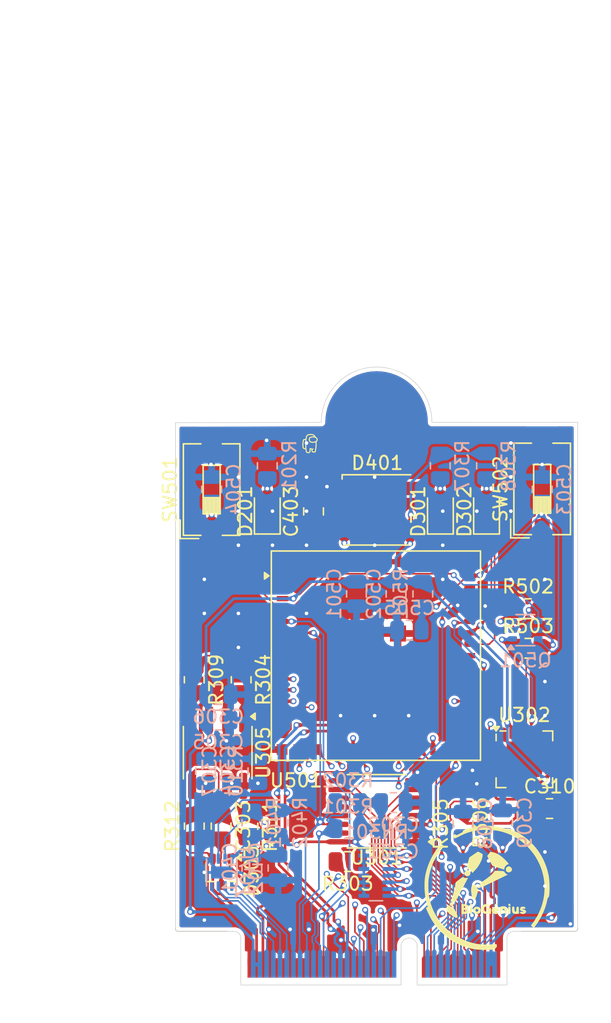
<source format=kicad_pcb>
(kicad_pcb (version 20240108) (generator "pcbnew") (generator_version "8.0")
  (layers (0 "F.Cu" signal) (1 "In1.Cu" signal) (2 "In2.Cu" signal) (31 "B.Cu" signal) (34 "B.Paste" user) (35 "F.Paste" user) (36 "B.SilkS" user "B.Silkscreen") (37 "F.SilkS" user "F.Silkscreen") (38 "B.Mask" user) (39 "F.Mask" user) (44 "Edge.Cuts" user))
  (net 0 "")
  (net 1 "GND")
  (net 2 "Vcc_3V3")
  (net 3 "/Communication/DR-")
  (net 4 "/Communication/DR+")
  (net 5 "Vref_CAN")
  (net 6 "Net-(D303-A)")
  (net 7 "GPIO0_BOOT")
  (net 8 "CHIP_EN")
  (net 9 "I2C_SDA_0_TCA")
  (net 10 "I2C_SDA_1_TCA")
  (net 11 "I2C_SDA_3_TCA")
  (net 12 "I2C_SCL_3_TCA")
  (net 13 "I2C_SDA_2_TCA")
  (net 14 "I2C_SCL_2_TCA")
  (net 15 "I2C_SCL_0_TCA")
  (net 16 "I2C_SCL_1_TCA")
  (net 17 "I2S_BCLK")
  (net 18 "Net-(D301-A)")
  (net 19 "GPIO17_U1_TXD")
  (net 20 "Net-(D302-A)")
  (net 21 "RESET_OTHERS")
  (net 22 "GPIO15")
  (net 23 "GPIO34")
  (net 24 "I2S_WS")
  (net 25 "GPIO48{slash}CAN_INT")
  (net 26 "GPIO26")
  (net 27 "GPIO46")
  (net 28 "DEBUG+")
  (net 29 "SPI_CLK_ESP32")
  (net 30 "SPI_MISO_ESP32")
  (net 31 "GPIO16")
  (net 32 "I2S_DIN{slash}DOUT")
  (net 33 "SUSCLK")
  (net 34 "SPI_MOSI_ESP32")
  (net 35 "I2C_SCL_ESP32")
  (net 36 "GPIO45")
  (net 37 "GPIO38_ADDRESSABLE_LED")
  (net 38 "GPIO18_U1_RXD")
  (net 39 "Vcc_5V")
  (net 40 "DEBUG-")
  (net 41 "I2C_SDA_ESP32")
  (net 42 "DTR")
  (net 43 "RTS")
  (net 44 "/Communication/D-")
  (net 45 "/Communication/D+")
  (net 46 "Net-(U305-D)")
  (net 47 "GPIO5{slash}TXD")
  (net 48 "Net-(U305-R)")
  (net 49 "GPIO4{slash}RXD")
  (net 50 "Net-(U305-Rs)")
  (net 54 "U0RXD")
  (net 55 "U0TXD")
  (net 56 "REFCLKn")
  (net 59 "GPIO33")
  (net 63 "/Communication/CAN-")
  (net 64 "/Communication/CAN+")
  (net 66 "CS_1")
  (net 67 "CS_2")
  (net 68 "Net-(D201-A)")
  (net 70 "Net-(Q501B-B2)")
  (net 71 "Net-(Q501A-B1)")
  (net 72 "Net-(U201I-PWM_1_PCA)")
  (net 73 "Net-(U201I-PWM_4_PCA)")
  (net 74 "Net-(U201I-PWM_2_PCA)")
  (net 75 "Net-(U201I-PWM_3_PCA)")
  (footprint "Package_SO:SOIC-8_3.9x4.9mm_P1.27mm" (layer "F.Cu") (at 124.15 121.7325 -90)
    (property "Reference" "U305")
    (property "Value" "SN65HVD230")
  )
  (footprint "Resistor_SMD:R_0805_2012Metric" (layer "F.Cu") (at 122.405 127.2075 90)
    (property "Reference" "R312")
    (property "Value" "60")
  )
  (footprint "connecteur_M2_key_E:NGFF_E" (layer "F.Cu") (at 135.8 139.05)
    (property "Reference" "U201" (hide yes))
    (property "Value" "~")
    (fp_line (start -11 -4) (end -10.425 -4) (stroke (width 0.05)) (layer "Edge.Cuts"))
    (fp_line (start -9.925 -3.5) (end -9.925 0) (stroke (width 0.05)) (layer "Edge.Cuts"))
    (fp_line (start -9.925 0) (end 0 0) (stroke (width 0.05)) (layer "Edge.Cuts"))
    (fp_line (start 0 0) (end 2.025 0) (stroke (width 0.05)) (layer "Edge.Cuts"))
    (fp_line (start 2.025 0) (end 2.025 -2.9) (stroke (width 0.05)) (layer "Edge.Cuts"))
    (fp_line (start 3.225 -2.9) (end 3.225 0) (stroke (width 0.05)) (layer "Edge.Cuts"))
    (fp_line (start 3.225 0) (end 9.925 0) (stroke (width 0.05)) (layer "Edge.Cuts"))
    (fp_line (start 9.925 0) (end 9.925 -3.5) (stroke (width 0.05)) (layer "Edge.Cuts"))
    (fp_line (start 10.425 -4) (end 11 -4) (stroke (width 0.05)) (layer "Edge.Cuts"))
    (fp_arc (start -10.425 -4) (mid -10.071447 -3.853553) (end -9.925 -3.5) (stroke (width 0.05)) (layer "Edge.Cuts"))
    (fp_arc (start 2.025 -2.9) (mid 2.625 -3.5) (end 3.225 -2.9) (stroke (width 0.05)) (layer "Edge.Cuts"))
    (fp_arc (start 9.925 -3.5) (mid 10.071447 -3.853553) (end 10.425 -4) (stroke (width 0.05)) (layer "Edge.Cuts"))
  )
  (footprint "Resistor_SMD:R_0805_2012Metric" (layer "F.Cu") (at 147.3 113.95)
    (property "Reference" "R503")
    (property "Value" "10k")
  )
  (footprint "LED_SMD:LED_Inolux_IN-PI554FCH_PLCC4_5.0x5.0mm_P3.2mm" (layer "F.Cu") (at 136.05 103.637518)
    (property "Reference" "D401")
    (property "Value" "FZ2812-5050")
  )
  (footprint "LED_SMD:LED_0805_2012Metric" (layer "F.Cu") (at 140.76 103.75 90)
    (property "Reference" "D301")
    (property "Value" "TX")
  )
  (footprint "Resistor_SMD:R_0805_2012Metric" (layer "F.Cu") (at 147.3 111)
    (property "Reference" "R502")
    (property "Value" "10k")
  )
  (footprint "RF_Module:ESP32-S2-MINI-1U" (layer "F.Cu") (at 135.95 114.5)
    (property "Reference" "U501")
    (property "Value" "ESP32-S3-MINI-1U")
  )
  (footprint "Resistor_SMD:R_0805_2012Metric" (layer "F.Cu") (at 125.9 116.3 -90)
    (property "Reference" "R304")
    (property "Value" "1k")
  )
  (footprint "Resistor_SMD:R_0805_2012Metric" (layer "F.Cu") (at 142.45 127.05 90)
    (property "Reference" "R305")
    (property "Value" "27")
  )
  (footprint "LED_SMD:LED_0805_2012Metric" (layer "F.Cu") (at 127.85 103.75 90)
    (property "Reference" "D201")
    (property "Value" "GREEN")
  )
  (footprint "LED_SMD:LED_0805_2012Metric" (layer "F.Cu") (at 144.2 103.75 90)
    (property "Reference" "D302")
    (property "Value" "RX")
  )
  (footprint "Resistor_SMD:R_0805_2012Metric" (layer "F.Cu") (at 133.85 129.85 180)
    (property "Reference" "R303")
    (property "Value" "1k")
  )
  (footprint "Package_TO_SOT_SMD:SOT-323_SC-70" (layer "F.Cu") (at 124.438516 130.6075 -90)
    (property "Reference" "D303")
    (property "Value" "SP0502BAJT")
  )
  (footprint "Resistor_SMD:R_0805_2012Metric" (layer "F.Cu") (at 145.4 126.95 90)
    (property "Reference" "R306")
    (property "Value" "27")
  )
  (footprint "Resistor_SMD:R_0805_2012Metric" (layer "F.Cu") (at 124.405 127.2075 -90)
    (property "Reference" "C303")
    (property "Value" "1µF")
  )
  (footprint "Capacitor_SMD:C_0805_2012Metric" (layer "F.Cu") (at 131.3 103.75 90)
    (property "Reference" "C403")
    (property "Value" "100n")
  )
  (footprint "Package_SO:TSSOP-16_4.4x5mm_P0.65mm" (layer "F.Cu") (at 136.0125 126.1 180)
    (property "Reference" "U301")
    (property "Value" "TCA9546APWR")
  )
  (footprint "Button_Switch_SMD:SW_DIP_SPSTx01_Slide_6.7x4.1mm_W6.73mm_P2.54mm_LowProfile_JPin" (layer "F.Cu") (at 148.35 102.072518 90)
    (property "Reference" "SW502")
    (property "Value" "SW_CHIP_EN")
  )
  (footprint "Package_DFN_QFN:QFN-20-1EP_4x4mm_P0.5mm_EP2.5x2.5mm" (layer "F.Cu") (at 147.025 122.225)
    (property "Reference" "U302")
    (property "Value" "FT231XQ")
  )
  (footprint "Button_Switch_SMD:SW_DIP_SPSTx01_Slide_6.7x4.1mm_W6.73mm_P2.54mm_LowProfile_JPin" (layer "F.Cu") (at 123.7 102.122518 90)
    (property "Reference" "SW501")
    (property "Value" "SW_BOOT")
  )
  (footprint "Resistor_SMD:R_0805_2012Metric" (layer "F.Cu") (at 126.405 127.22 -90)
    (property "Reference" "R311")
    (property "Value" "60")
  )
  (footprint "Resistor_SMD:R_0805_2012Metric" (layer "F.Cu") (at 122.4 116.3 -90)
    (property "Reference" "R309")
    (property "Value" "1k")
  )
  (footprint "Resistor_SMD:R_0805_2012Metric" (layer "F.Cu") (at 148.9 125.9)
    (property "Reference" "C310")
    (property "Value" "0.1µF")
  )
  (footprint "Resistor_SMD:R_0805_2012Metric" (layer "B.Cu") (at 148.35 102.1 90)
    (property "Reference" "C503")
    (property "Value" "1µF")
  )
  (footprint "Resistor_SMD:R_0805_2012Metric" (layer "B.Cu") (at 145.4 126.95 90)
    (property "Reference" "C309")
    (property "Value" "47pF")
  )
  (footprint "Resistor_SMD:R_0805_2012Metric" (layer "B.Cu") (at 123.7 102.1 90)
    (property "Reference" "C504")
    (property "Value" "0.1µF")
  )
  (footprint "Resistor_SMD:R_0805_2012Metric" (layer "B.Cu") (at 126.7 126.95 90)
    (property "Reference" "R401")
    (property "Value" "1k")
  )
  (footprint "Resistor_SMD:R_0805_2012Metric" (layer "B.Cu") (at 133.85 125.45 180)
    (property "Reference" "R302")
    (property "Value" "1k")
  )
  (footprint "Resistor_SMD:R_0805_2012Metric" (layer "B.Cu") (at 140.75 100.35 90)
    (property "Reference" "R307")
    (property "Value" "330")
  )
  (footprint "Package_DFN_QFN:DFN-8-1EP_2x2mm_P0.5mm_EP0.9x1.6mm" (layer "B.Cu") (at 124.45 130.6625 90)
    (property "Reference" "U401")
    (property "Value" "PCA9633DP1")
  )
  (footprint "Resistor_SMD:R_0805_2012Metric" (layer "B.Cu") (at 124.2 117.4)
    (property "Reference" "C306")
    (property "Value" "0.1µF")
  )
  (footprint "Resistor_SMD:R_0805_2012Metric" (layer "B.Cu") (at 144.2 100.35 90)
    (property "Reference" "R308")
    (property "Value" "330")
  )
  (footprint "Resistor_SMD:R_0805_2012Metric" (layer "B.Cu") (at 128.65 130.325 -90)
    (property "Reference" "C402")
    (property "Value" "100nF")
  )
  (footprint "Resistor_SMD:R_0805_2012Metric" (layer "B.Cu") (at 127.85 100.35 90)
    (property "Reference" "R201")
    (property "Value" "330")
  )
  (footprint "Resistor_SMD:R_0805_2012Metric" (layer "B.Cu") (at 139.45 109.9 -90)
    (property "Reference" "R501")
    (property "Value" "10k")
  )
  (footprint "Resistor_SMD:R_0805_2012Metric" (layer "B.Cu") (at 124.2 119.3)
    (property "Reference" "C305")
    (property "Value" "1µF")
  )
  (footprint "Resistor_SMD:R_0805_2012Metric" (layer "B.Cu") (at 138.45 112.6 180)
    (property "Reference" "C505")
    (property "Value" "0.1µF")
  )
  (footprint "Resistor_SMD:R_0805_2012Metric" (layer "B.Cu") (at 137.25 125.45)
    (property "Reference" "C302")
    (property "Value" "0.1µF")
  )
  (footprint "Resistor_SMD:R_0805_2012Metric" (layer "B.Cu") (at 134.5 109.9 -90)
    (property "Reference" "C501")
    (property "Value" "10µF")
  )
  (footprint "Resistor_SMD:R_0805_2012Metric" (layer "B.Cu") (at 133.85 127.4 180)
    (property "Reference" "R301")
    (property "Value" "1k")
  )
  (footprint "Resistor_SMD:R_0805_2012Metric" (layer "B.Cu") (at 128.65 126.95 90)
    (property "Reference" "R402")
    (property "Value" "1k")
  )
  (footprint "Resistor_SMD:R_0805_2012Metric" (layer "B.Cu") (at 137.45 109.9 -90)
    (property "Reference" "C502")
    (property "Value" "0.1µF")
  )
  (footprint "Resistor_SMD:R_0805_2012Metric" (layer "B.Cu") (at 126.7 130.3375 -90)
    (property "Reference" "C401")
    (property "Value" "1µF")
  )
  (footprint "Resistor_SMD:R_0805_2012Metric" (layer "B.Cu") (at 142.45 127.0375 90)
    (property "Reference" "C308")
    (property "Value" "47pF")
  )
  (footprint "Resistor_SMD:R_0805_2012Metric" (layer "B.Cu") (at 125.2 123.1 -90)
    (property "Reference" "C307")
    (property "Value" "0.1µF")
  )
  (footprint "Resistor_SMD:R_0805_2012Metric" (layer "B.Cu") (at 137.25 127.45)
    (property "Reference" "C301")
    (property "Value" "10µF")
  )
  (footprint "Resistor_SMD:R_Array_Convex_8x0602" (layer "B.Cu") (at 135.95 130.65 180)
    (property "Reference" "RN301")
    (property "Value" "R_Pack08_Split")
  )
  (footprint "Resistor_SMD:R_0805_2012Metric" (layer "B.Cu") (at 127.15 123.1 -90)
    (property "Reference" "R310")
    (property "Value" "1k")
  )
  (footprint "Resistor_SMD:R_0805_2012Metric" (layer "B.Cu") (at 123.25 123.1 90)
    (property "Reference" "C304")
    (property "Value" "0.1µF")
  )
  (footprint "Package_TO_SOT_SMD:SOT-363_SC-70-6" (layer "B.Cu") (at 147.1 112.6)
    (property "Reference" "Q501")
    (property "Value" "MBT3904DW1T1G")
  )
  (gr_poly (pts (xy 144.964185 132.987677) (xy 144.970069 132.988158) (xy 144.975634 132.9889) (xy 144.980844 132.989906) (xy 144.985662 132.991178) (xy 144.990051 132.992718) (xy 144.993974 132.99453) (xy 144.997395 132.996615) (xy 145.000276 132.998977) (xy 145.002581 133.001618) (xy 145.004273 133.004541) (xy 145.005315 133.007748) (xy 145.005671 133.011242) (xy 145.005076 133.016643) (xy 145.003967 133.022247) (xy 145.002368 133.028029) (xy 145.000304 133.033965) (xy 144.997797 133.040031) (xy 144.994873 133.046201) (xy 144.987867 133.058756) (xy 144.979475 133.071436) (xy 144.96989 133.084043) (xy 144.959303 133.096382) (xy 144.947904 133.108255) (xy 144.935885 133.119468) (xy 144.923437 133.129822) (xy 144.910751 133.139122) (xy 144.898019 133.147171) (xy 144.891695 133.150666) (xy 144.885431 133.153774) (xy 144.879252 133.156471) (xy 144.87318 133.158733) (xy 144.86724 133.160535) (xy 144.861455 133.161853) (xy 144.85585 133.162661) (xy 144.850449 133.162936) (xy 144.844341 133.162722) (xy 144.838586 133.16209) (xy 144.833185 133.161055) (xy 144.828139 133.159636) (xy 144.823449 133.157847) (xy 144.819118 133.155704) (xy 144.815145 133.153224) (xy 144.811533 133.150424) (xy 144.808283 133.147318) (xy 144.805396 133.143924) (xy 144.802873 133.140257) (xy 144.800715 133.136333) (xy 144.798925 133.132169) (xy 144.797503 133.127782) (xy 144.79645 133.123186) (xy 144.795768 133.118398) (xy 144.795458 133.113435) (xy 144.795522 133.108312) (xy 144.79596 133.103045) (xy 144.796774 133.097652) (xy 144.797966 133.092147) (xy 144.799536 133.086547) (xy 144.801485 133.080869) (xy 144.803816 133.075128) (xy 144.806529 133.06934) (xy 144.809626 133.063522) (xy 144.813108 133.05769) (xy 144.816976 133.05186) (xy 144.821232 133.046047) (xy 144.825877 133.040269) (xy 144.830911 133.034542) (xy 144.836338 133.028881) (xy 144.840858 133.024685) (xy 144.845797 133.020699) (xy 144.851117 133.016924) (xy 144.856781 133.013364) (xy 144.862752 133.010021) (xy 144.868995 133.006898) (xy 144.875471 133.003996) (xy 144.882144 133.00132) (xy 144.888977 132.998871) (xy 144.895933 132.996652) (xy 144.91007 132.992914) (xy 144.924257 132.990127) (xy 144.938202 132.988311) (xy 144.95161 132.987488) (xy 144.95802 132.987455)) (stroke (width -0.000001)) (fill solid) (layer "F.SilkS"))
  (gr_poly (pts (xy 142.772698 130.493054) (xy 142.784991 130.494386) (xy 142.797861 130.496535) (xy 142.811394 130.499464) (xy 142.836263 130.506316) (xy 142.859286 130.514881) (xy 142.880477 130.525032) (xy 142.89985 130.536644) (xy 142.91742 130.549588) (xy 142.9332 130.563739) (xy 142.947206 130.578971) (xy 142.95945 130.595155) (xy 142.969948 130.612167) (xy 142.978713 130.629878) (xy 142.98576 130.648164) (xy 142.991103 130.666896) (xy 142.994757 130.685949) (xy 142.996734 130.705195) (xy 142.997051 130.724509) (xy 142.99572 130.743763) (xy 142.992756 130.762831) (xy 142.988173 130.781586) (xy 142.981986 130.799903) (xy 142.974209 130.817653) (xy 142.964855 130.834711) (xy 142.953939 130.85095) (xy 142.941476 130.866243) (xy 142.927479 130.880464) (xy 142.911963 130.893486) (xy 142.894942 130.905183) (xy 142.87643 130.915427) (xy 142.856442 130.924093) (xy 142.83499 130.931053) (xy 142.812091 130.936182) (xy 142.787758 130.939352) (xy 142.762005 130.940436) (xy 142.747119 130.940146) (xy 142.73288 130.939272) (xy 142.719271 130.937809) (xy 142.706277 130.935751) (xy 142.700005 130.934498) (xy 142.693882 130.933094) (xy 142.687905 130.931539) (xy 142.682071 130.929832) (xy 142.67638 130.927973) (xy 142.670829 130.925961) (xy 142.665416 130.923795) (xy 142.66014 130.921475) (xy 142.654998 130.918999) (xy 142.649988 130.916368) (xy 142.645109 130.913581) (xy 142.640358 130.910636) (xy 142.635734 130.907534) (xy 142.631235 130.904274) (xy 142.626858 130.900855) (xy 142.622602 130.897276) (xy 142.618465 130.893538) (xy 142.614445 130.889638) (xy 142.61054 130.885577) (xy 142.606748 130.881353) (xy 142.603067 130.876967) (xy 142.599495 130.872418) (xy 142.596031 130.867704) (xy 142.592671 130.862826) (xy 142.578533 130.842018) (xy 142.572272 130.831869) (xy 142.566551 130.821877) (xy 142.561369 130.812032) (xy 142.556728 130.802325) (xy 142.552628 130.792746) (xy 142.54907 130.783285) (xy 142.546055 130.773932) (xy 142.543583 130.764679) (xy 142.541655 130.755514) (xy 142.540271 130.746429) (xy 142.539433 130.737414) (xy 142.539141 130.728459) (xy 142.539395 130.719554) (xy 142.540196 130.71069) (xy 142.541545 130.701857) (xy 142.543442 130.693045) (xy 142.545888 130.684245) (xy 142.548884 130.675447) (xy 142.552431 130.666641) (xy 142.556528 130.657817) (xy 142.561177 130.648967) (xy 142.566378 130.640079) (xy 142.572133 130.631145) (xy 142.57844 130.622155) (xy 142.585303 130.613099) (xy 142.592719 130.603968) (xy 142.609221 130.585439) (xy 142.627949 130.566492) (xy 142.640241 130.553918) (xy 142.652037 130.542631) (xy 142.66342 130.532595) (xy 142.674472 130.523773) (xy 142.685275 130.516129) (xy 142.695914 130.509627) (xy 142.701197 130.506793) (xy 142.70647 130.504231) (xy 142.711743 130.501937) (xy 142.717026 130.499905) (xy 142.722329 130.498132) (xy 142.727664 130.496612) (xy 142.73304 130.495342) (xy 142.738468 130.494317) (xy 142.743958 130.493532) (xy 142.74952 130.492983) (xy 142.760902 130.492574)) (stroke (width -0.000001)) (fill solid) (layer "F.SilkS"))
  (gr_poly (pts (xy 141.460255 133.162936) (xy 141.468551 133.170124) (xy 141.477508 133.177109) (xy 141.487044 133.183857) (xy 141.497076 133.190332) (xy 141.507521 133.196496) (xy 141.518298 133.202314) (xy 141.529322 133.207749) (xy 141.540512 133.212766) (xy 141.551784 133.217328) (xy 141.563056 133.2214) (xy 141.574246 133.224944) (xy 141.58527 133.227925) (xy 141.596047 133.230306) (xy 141.606492 133.232052) (xy 141.616524 133.233126) (xy 141.62606 133.233492) (xy 141.640149 133.233985) (xy 141.653442 133.235614) (xy 141.666135 133.238608) (xy 141.678426 133.243193) (xy 141.690509 133.249598) (xy 141.702583 133.258049) (xy 141.714842 133.268773) (xy 141.727484 133.281999) (xy 141.740704 133.297953) (xy 141.7547 133.316863) (xy 141.769667 133.338957) (xy 141.785802 133.364461) (xy 141.803302 133.393603) (xy 141.822362 133.42661) (xy 141.865949 133.505131) (xy 141.897411 133.564713) (xy 141.92566 133.620466) (xy 141.950704 133.672446) (xy 141.972554 133.720711) (xy 141.991221 133.765317) (xy 141.999365 133.786266) (xy 142.006716 133.806322) (xy 142.013276 133.825491) (xy 142.019047 133.843781) (xy 142.024031 133.861199) (xy 142.028227 133.877753) (xy 142.031638 133.893448) (xy 142.034264 133.908292) (xy 142.036108 133.922293) (xy 142.03717 133.935458) (xy 142.037452 133.947793) (xy 142.036955 133.959306) (xy 142.03568 133.970003) (xy 142.033629 133.979893) (xy 142.030802 133.988981) (xy 142.027202 133.997276) (xy 142.022829 134.004784) (xy 142.017685 134.011512) (xy 142.011771 134.017467) (xy 142.005088 134.022658) (xy 141.997638 134.027089) (xy 141.989421 134.03077) (xy 141.980012 134.033843) (xy 141.969666 134.035803) (xy 141.95842 134.036673) (xy 141.946309 134.036475) (xy 141.919635 134.032971) (xy 141.889927 134.025478) (xy 141.85747 134.014181) (xy 141.822548 133.999268) (xy 141.785445 133.980922) (xy 141.746446 133.959332) (xy 141.705834 133.934682) (xy 141.663894 133.907159) (xy 141.620911 133.876949) (xy 141.577167 133.844238) (xy 141.532949 133.809212) (xy 141.488539 133.772056) (xy 141.444222 133.732958) (xy 141.400283 133.692103) (xy 141.368917 133.661754) (xy 141.340848 133.634025) (xy 141.3159 133.608643) (xy 141.293898 133.585332) (xy 141.274666 133.56382) (xy 141.258028 133.543833) (xy 141.243808 133.525096) (xy 141.23755 133.51611) (xy 141.231831 133.507335) (xy 141.226629 133.498736) (xy 141.221921 133.490278) (xy 141.217687 133.481927) (xy 141.213903 133.473649) (xy 141.210548 133.46541) (xy 141.2076 133.457176) (xy 141.205037 133.448911) (xy 141.202837 133.440583) (xy 141.200978 133.432157) (xy 141.199439 133.423598) (xy 141.197229 133.405946) (xy 141.196032 133.387354) (xy 141.195671 133.367547) (xy 141.195966 133.349592) (xy 141.19687 133.332717) (xy 141.198416 133.316845) (xy 141.200632 133.301898) (xy 141.202003 133.294746) (xy 141.203552 133.287798) (xy 141.205285 133.281041) (xy 141.207206 133.274468) (xy 141.209317 133.268067) (xy 141.211624 133.26183) (xy 141.21413 133.255747) (xy 141.216838 133.249808) (xy 141.219753 133.244003) (xy 141.222879 133.238323) (xy 141.226219 133.232758) (xy 141.229778 133.227298) (xy 141.233559 133.221933) (xy 141.237566 133.216655) (xy 141.241802 133.211453) (xy 141.246273 133.206317) (xy 141.250981 133.201238) (xy 141.255931 133.196207) (xy 141.266572 133.186246) (xy 141.278225 133.176358) (xy 141.290921 133.166464) (xy 141.382644 133.092381)) (stroke (width -0.000001)) (fill solid) (layer "F.SilkS"))
  (gr_poly (pts (xy 145.436502 133.205515) (xy 145.45762 133.206241) (xy 145.478169 133.207432) (xy 145.498072 133.209073) (xy 145.517252 133.211148) (xy 145.53563 133.213641) (xy 145.55313 133.216537) (xy 145.569675 133.219821) (xy 145.585185 133.223478) (xy 145.599585 133.22749) (xy 145.612796 133.231844) (xy 145.624741 133.236523) (xy 145.635342 133.241513) (xy 145.644523 133.246797) (xy 145.648556 133.249544) (xy 145.652204 133.25236) (xy 145.655459 133.255241) (xy 145.65831 133.258186) (xy 145.669298 133.270217) (xy 145.679738 133.284982) (xy 145.689579 133.302238) (xy 145.698769 133.321741) (xy 145.707256 133.34325) (xy 145.714989 133.366521) (xy 145.721915 133.391311) (xy 145.727984 133.417377) (xy 145.733143 133.444477) (xy 145.73734 133.472368) (xy 145.740525 133.500806) (xy 145.742646 133.52955) (xy 145.74365 133.558355) (xy 145.743487 133.58698) (xy 145.742103 133.61518) (xy 145.739449 133.642714) (xy 145.737952 133.657235) (xy 145.736073 133.670406) (xy 145.733759 133.682285) (xy 145.732424 133.687759) (xy 145.73096 133.69293) (xy 145.729362 133.697807) (xy 145.727624 133.702396) (xy 145.725738 133.706705) (xy 145.723698 133.710741) (xy 145.721498 133.714511) (xy 145.719132 133.718021) (xy 145.716592 133.72128) (xy 145.713873 133.724294) (xy 145.710967 133.72707) (xy 145.70787 133.729616) (xy 145.704573 133.731938) (xy 145.701071 133.734043) (xy 145.697357 133.73594) (xy 145.693424 133.737634) (xy 145.689267 133.739133) (xy 145.684879 133.740444) (xy 145.680253 133.741575) (xy 145.675382 133.742531) (xy 145.670261 133.743321) (xy 145.664883 133.743951) (xy 145.65333 133.744762) (xy 145.640671 133.745019) (xy 145.626307 133.744819) (xy 145.613565 133.744075) (xy 145.602332 133.742578) (xy 145.592495 133.740114) (xy 145.588064 133.738453) (xy 145.583939 133.736471) (xy 145.580106 133.734142) (xy 145.576551 133.731439) (xy 145.573259 133.728335) (xy 145.570217 133.724804) (xy 145.56741 133.72082) (xy 145.564824 133.716356) (xy 145.562444 133.711386) (xy 145.560257 133.705882) (xy 145.556404 133.693171) (xy 145.55315 133.67801) (xy 145.550382 133.660188) (xy 145.547986 133.639492) (xy 145.545848 133.615711) (xy 145.541893 133.558047) (xy 145.539899 133.53037) (xy 145.537849 133.505468) (xy 145.535684 133.483222) (xy 145.534542 133.473058) (xy 145.53335 133.463514) (xy 145.5321 133.454574) (xy 145.530787 133.446224) (xy 145.529403 133.438448) (xy 145.527941 133.431233) (xy 145.526393 133.424563) (xy 145.524753 133.418423) (xy 145.523014 133.412799) (xy 145.521168 133.407676) (xy 145.519208 133.403038) (xy 145.517127 133.398871) (xy 145.514919 133.39516) (xy 145.512576 133.39189) (xy 145.51009 133.389047) (xy 145.507455 133.386615) (xy 145.504664 133.38458) (xy 145.50171 133.382926) (xy 145.498585 133.381639) (xy 145.495282 133.380705) (xy 145.491795 133.380107) (xy 145.488115 133.379832) (xy 145.484237 133.379865) (xy 145.480153 133.38019) (xy 145.475855 133.380793) (xy 145.471338 133.381658) (xy 145.463065 133.383489) (xy 145.455428 133.386385) (xy 145.448401 133.390417) (xy 145.441958 133.395659) (xy 145.436073 133.402182) (xy 145.43072 133.41006) (xy 145.425874 133.419363) (xy 145.421508 133.430165) (xy 145.417597 133.442538) (xy 145.414115 133.456554) (xy 145.411036 133.472286) (xy 145.408334 133.489806) (xy 145.405983 133.509187) (xy 145.403959 133.5305) (xy 145.402233 133.553818) (xy 145.400782 133.579213) (xy 145.39882 133.609179) (xy 145.396827 133.635713) (xy 145.39469 133.659023) (xy 145.392294 133.679315) (xy 145.390963 133.688393) (xy 145.389525 133.696795) (xy 145.387966 133.704546) (xy 145.386272 133.711671) (xy 145.384427 133.718197) (xy 145.382418 133.724149) (xy 145.380231 133.729554) (xy 145.377852 133.734436) (xy 145.375266 133.738823) (xy 145.372459 133.742739) (xy 145.369416 133.746211) (xy 145.366125 133.749264) (xy 145.36257 133.751924) (xy 145.358737 133.754218) (xy 145.354612 133.756171) (xy 145.350181 133.757808) (xy 145.345429 133.759156) (xy 145.340343 133.76024) (xy 145.334908 133.761087) (xy 145.329111 133.761721) (xy 145.322935 133.76217) (xy 145.316369 133.762459) (xy 145.302005 133.762658) (xy 145.287683 133.762513) (xy 145.275071 133.761825) (xy 145.264061 133.760217) (xy 145.254545 133.757312) (xy 145.250313 133.755255) (xy 145.246414 133.752732) (xy 145.242833 133.749697) (xy 145.239559 133.746101) (xy 145.236576 133.741899) (xy 145.233872 133.737042) (xy 145.229244 133.725176) (xy 145.225567 133.710127) (xy 145.222733 133.691517) (xy 145.220632 133.66897) (xy 145.219157 133.642108) (xy 145.217648 133.573929) (xy 145.217338 133.483964) (xy 145.217338 133.205269) (xy 145.414893 133.205269)) (stroke (width -0.000001)) (fill solid) (layer "F.SilkS"))
  (gr_poly (pts (xy 140.920505 128.594464) (xy 140.930295 128.601775) (xy 140.93979 128.609127) (xy 140.948945 128.616478) (xy 140.957712 128.623789) (xy 140.966045 128.631017) (xy 140.973897 128.63812) (xy 140.981222 128.645059) (xy 140.987974 128.651791) (xy 140.994105 128.658274) (xy 140.99957 128.664469) (xy 141.004321 128.670332) (xy 141.008313 128.675824) (xy 141.011499 128.680902) (xy 141.012775 128.683273) (xy 141.013832 128.685525) (xy 141.014665 128.687653) (xy 141.015266 128.689652) (xy 141.015632 128.691517) (xy 141.015755 128.693242) (xy 141.015278 128.697228) (xy 141.012599 128.703798) (xy 141.007833 128.712807) (xy 141.001092 128.72411) (xy 140.982144 128.753021) (xy 140.956664 128.789374) (xy 140.925562 128.83201) (xy 140.889747 128.879773) (xy 140.850128 128.931505) (xy 140.807616 128.986047) (xy 140.71418 129.107226) (xy 140.625674 129.230022) (xy 140.542066 129.354482) (xy 140.463327 129.480653) (xy 140.389424 129.608581) (xy 140.320328 129.738312) (xy 140.256006 129.869893) (xy 140.196428 130.00337) (xy 140.141564 130.138791) (xy 140.091381 130.276201) (xy 140.045849 130.415648) (xy 140.004936 130.557176) (xy 139.968613 130.700834) (xy 139.936847 130.846668) (xy 139.909609 130.994723) (xy 139.886866 131.145047) (xy 139.878469 131.219039) (xy 139.871776 131.30009) (xy 139.863384 131.479194) (xy 139.861441 131.674007) (xy 139.865699 131.876179) (xy 139.875911 132.077359) (xy 139.891827 132.269195) (xy 139.9132 132.443338) (xy 139.925856 132.521164) (xy 139.939783 132.591436) (xy 140.000511 132.837775) (xy 140.074045 133.077835) (xy 140.160126 133.311291) (xy 140.258495 133.537818) (xy 140.368895 133.757088) (xy 140.491067 133.968778) (xy 140.624752 134.172562) (xy 140.769692 134.368113) (xy 140.925629 134.555107) (xy 141.092305 134.733218) (xy 141.26946 134.902119) (xy 141.456837 135.061487) (xy 141.654177 135.210995) (xy 141.861223 135.350317) (xy 142.077714 135.479128) (xy 142.303394 135.597103) (xy 142.437772 135.660187) (xy 142.573592 135.71846) (xy 142.710725 135.771906) (xy 142.849042 135.82051) (xy 142.988412 135.864257) (xy 143.128707 135.90313) (xy 143.269799 135.937115) (xy 143.411557 135.966196) (xy 143.553852 135.990358) (xy 143.696556 136.009584) (xy 143.839538 136.023859) (xy 143.982671 136.033169) (xy 144.125824 136.037497) (xy 144.268868 136.036828) (xy 144.411675 136.031146) (xy 144.554115 136.020436) (xy 144.625622 136.014331) (xy 144.693573 136.009302) (xy 144.756398 136.005429) (xy 144.812525 136.002797) (xy 144.860385 136.001488) (xy 144.898405 136.001585) (xy 144.913234 136.002186) (xy 144.925015 136.00317) (xy 144.93355 136.004546) (xy 144.936539 136.005385) (xy 144.938644 136.006325) (xy 144.943719 136.009868) (xy 144.948367 136.014489) (xy 144.952591 136.020112) (xy 144.9564 136.026658) (xy 144.959797 136.034049) (xy 144.962789 136.042207) (xy 144.965383 136.051053) (xy 144.967582 136.06051) (xy 144.970825 136.080941) (xy 144.972564 136.102877) (xy 144.972845 136.125691) (xy 144.971716 136.148759) (xy 144.969223 136.171454) (xy 144.965412 136.193152) (xy 144.960329 136.213228) (xy 144.957326 136.222462) (xy 144.954022 136.231055) (xy 144.950424 136.238931) (xy 144.946537 136.24601) (xy 144.942367 136.252214) (xy 144.93792 136.257465) (xy 144.933201 136.261686) (xy 144.928218 136.264797) (xy 144.922974 136.266721) (xy 144.917477 136.26738) (xy 144.914842 136.267452) (xy 144.912232 136.267664) (xy 144.90965 136.268014) (xy 144.9071 136.268496) (xy 144.904587 136.269108) (xy 144.902113 136.269845) (xy 144.899684 136.270704) (xy 144.897302 136.27168) (xy 144.894972 136.27277) (xy 144.892698 136.273969) (xy 144.890483 136.275275) (xy 144.888331 136.276682) (xy 144.886247 136.278188) (xy 144.884233 136.279788) (xy 144.882295 136.281478) (xy 144.880435 136.283255) (xy 144.878658 136.285115) (xy 144.876967 136.287054) (xy 144.875367 136.289067) (xy 144.873862 136.291151) (xy 144.872454 136.293303) (xy 144.871149 136.295518) (xy 144.869949 136.297792) (xy 144.868859 136.300122) (xy 144.867883 136.302504) (xy 144.867025 136.304933) (xy 144.866288 136.307407) (xy 144.865676 136.30992) (xy 144.865194 136.312469) (xy 144.864844 136.315051) (xy 144.864632 136.317661) (xy 144.86456 136.320296) (xy 144.862583 136.335437) (xy 144.856354 136.349152) (xy 144.845422 136.361503) (xy 144.829337 136.372552) (xy 144.807651 136.38236) (xy 144.779914 136.39099) (xy 144.745676 136.398504) (xy 144.704487 136.404963) (xy 144.655899 136.41043) (xy 144.59946 136.414968) (xy 144.461236 136.421499) (xy 144.286218 136.425055) (xy 144.07081 136.42613) (xy 143.846576 136.423966) (xy 143.648138 136.416759) (xy 143.556423 136.410928) (xy 143.468552 136.403433) (xy 143.383658 136.39414) (xy 143.300873 136.382914) (xy 143.219327 136.369621) (xy 143.138154 136.354127) (xy 143.056484 136.336297) (xy 142.973451 136.315997) (xy 142.888185 136.293092) (xy 142.799818 136.267448) (xy 142.61031 136.207407) (xy 142.397148 136.132108) (xy 142.187914 136.045378) (xy 141.983062 135.94761) (xy 141.783046 135.839196) (xy 141.588323 135.72053) (xy 141.399345 135.592004) (xy 141.216569 135.454011) (xy 141.040449 135.306943) (xy 140.87144 135.151194) (xy 140.709996 134.987156) (xy 140.556572 134.815221) (xy 140.411623 134.635783) (xy 140.275604 134.449235) (xy 140.148969 134.255968) (xy 140.032173 134.056377) (xy 139.925672 133.850853) (xy 139.879624 133.756101) (xy 139.839241 133.672445) (xy 139.804315 133.599155) (xy 139.774639 133.535502) (xy 139.761705 133.507063) (xy 139.750006 133.480759) (xy 139.739517 133.4565) (xy 139.730211 133.434196) (xy 139.722062 133.413754) (xy 139.715045 133.395085) (xy 139.709134 133.378096) (xy 139.704303 133.362696) (xy 139.700527 133.348796) (xy 139.697778 133.336303) (xy 139.696033 133.325126) (xy 139.695528 133.320003) (xy 139.695264 133.315175) (xy 139.695237 133.31063) (xy 139.695445 133.306358) (xy 139.695885 133.302346) (xy 139.696552 133.298584) (xy 139.697444 133.29506) (xy 139.698558 133.291762) (xy 139.69989 133.28868) (xy 139.701437 133.285802) (xy 139.703196 133.283116) (xy 139.705164 133.280611) (xy 139.707337 133.278276) (xy 139.709712 133.2761) (xy 139.712287 133.27407) (xy 139.715056 133.272176) (xy 139.721171 133.268749) (xy 139.728029 133.265727) (xy 139.735606 133.26302) (xy 139.743875 133.260537) (xy 139.75281 133.258186) (xy 139.762899 133.255452) (xy 139.772006 133.252522) (xy 139.776195 133.250974) (xy 139.780142 133.249365) (xy 139.783849 133.247691) (xy 139.787317 133.245949) (xy 139.790546 133.244135) (xy 139.79354 133.242244) (xy 139.796299 133.240273) (xy 139.798823 133.238218) (xy 139.801115 133.236076) (xy 139.803176 133.233841) (xy 139.805007 133.231511) (xy 139.806609 133.229082) (xy 139.807984 133.226549) (xy 139.809133 133.223909) (xy 139.810056 133.221158) (xy 139.810757 133.218292) (xy 139.811235 133.215307) (xy 139.811492 133.212199) (xy 139.81153 133.208965) (xy 139.811349 133.2056) (xy 139.810952 133.202101) (xy 139.810338 133.198464) (xy 139.80951 133.194684) (xy 139.808469 133.190759) (xy 139.807216 133.186683) (xy 139.805753 133.182454) (xy 139.802199 133.173519) (xy 139.795323 133.153786) (xy 139.785553 133.122146) (xy 139.758984 133.029762) (xy 139.68931 132.774881) (xy 139.667861 132.684748) (xy 139.648521 132.5858) (xy 139.631329 132.479224) (xy 139.61633 132.36621) (xy 139.593068 132.125618) (xy 139.579067 131.873533) (xy 139.574658 131.619465) (xy 139.58017 131.37292) (xy 139.58675 131.25544) (xy 139.595935 131.143407) (xy 139.607765 131.03801) (xy 139.622283 130.940436) (xy 139.652544 130.786247) (xy 139.688918 130.630977) (xy 139.731152 130.475201) (xy 139.778993 130.319492) (xy 139.832188 130.164424) (xy 139.890483 130.010571) (xy 139.953626 129.858505) (xy 140.021363 129.708801) (xy 140.09344 129.562032) (xy 140.169605 129.418772) (xy 140.249604 129.279595) (xy 140.333185 129.145073) (xy 140.420094 129.015781) (xy 140.510077 128.892293) (xy 140.602882 128.775181) (xy 140.698255 128.66502) (xy 140.825255 128.520381)) (stroke (width -0.000001)) (fill solid) (layer "F.SilkS"))
  (gr_poly (pts (xy 146.941017 133.202941) (xy 146.958296 133.204388) (xy 146.966626 133.205514) (xy 146.974748 133.206909) (xy 146.982661 133.208573) (xy 146.990363 133.210506) (xy 146.997854 133.212708) (xy 147.005131 133.215178) (xy 147.012193 133.217917) (xy 147.01904 133.220924) (xy 147.02567 133.2242) (xy 147.032082 133.227745) (xy 147.038274 133.231559) (xy 147.044245 133.235642) (xy 147.049993 133.239993) (xy 147.055519 133.244613) (xy 147.060819 133.249501) (xy 147.065894 133.254659) (xy 147.07251 133.26124) (xy 147.078472 133.267747) (xy 147.083791 133.274165) (xy 147.088473 133.280483) (xy 147.092527 133.286687) (xy 147.095961 133.292765) (xy 147.098785 133.298703) (xy 147.101006 133.304488) (xy 147.102632 133.310109) (xy 147.103673 133.315551) (xy 147.104136 133.320801) (xy 147.104031 133.325848) (xy 147.103364 133.330677) (xy 147.102145 133.335277) (xy 147.100382 133.339634) (xy 147.098084 133.343735) (xy 147.095259 133.347567) (xy 147.091915 133.351118) (xy 147.088061 133.354374) (xy 147.083704 133.357322) (xy 147.078855 133.35995) (xy 147.07352 133.362245) (xy 147.067708 133.364194) (xy 147.061428 133.365783) (xy 147.054689 133.367001) (xy 147.047497 133.367833) (xy 147.039863 133.368268) (xy 147.031794 133.368291) (xy 147.023298 133.367891) (xy 147.014385 133.367055) (xy 147.005062 133.365768) (xy 146.995338 133.36402) (xy 146.986126 133.36286) (xy 146.977044 133.362021) (xy 146.968138 133.361493) (xy 146.959454 133.361264) (xy 146.951038 133.361324) (xy 146.942938 133.361663) (xy 146.935199 133.362271) (xy 146.927869 133.363138) (xy 146.920993 133.364252) (xy 146.914619 133.365604) (xy 146.908793 133.367184) (xy 146.90356 133.368981) (xy 146.898969 133.370984) (xy 146.896928 133.37206) (xy 146.895065 133.373184) (xy 146.893385 133.374354) (xy 146.891894 133.375569) (xy 146.890599 133.376829) (xy 146.889504 133.378131) (xy 146.888605 133.379774) (xy 146.887888 133.381394) (xy 146.88735 133.38299) (xy 146.88699 133.384559) (xy 146.886802 133.3861) (xy 146.886784 133.387611) (xy 146.886932 133.389089) (xy 146.887245 133.390533) (xy 146.887717 133.391941) (xy 146.888346 133.393311) (xy 146.889129 133.39464) (xy 146.890063 133.395928) (xy 146.891143 133.397172) (xy 146.892368 133.39837) (xy 146.893734 133.39952) (xy 146.895237 133.40062) (xy 146.896875 133.401669) (xy 146.898644 133.402664) (xy 146.902561 133.404486) (xy 146.906965 133.406069) (xy 146.911829 133.4074) (xy 146.917126 133.408462) (xy 146.922832 133.40924) (xy 146.92892 133.409718) (xy 146.935365 133.409881) (xy 146.943762 133.410166) (xy 146.952395 133.411005) (xy 146.961231 133.412375) (xy 146.970237 133.414249) (xy 146.979379 133.416604) (xy 146.988626 133.419415) (xy 146.997943 133.422657) (xy 147.007299 133.426307) (xy 147.01666 133.430339) (xy 147.025993 133.434728) (xy 147.044444 133.444483) (xy 147.062389 133.455375) (xy 147.079563 133.467207) (xy 147.095705 133.479783) (xy 147.110549 133.492907) (xy 147.117402 133.499613) (xy 147.123832 133.506383) (xy 147.129806 133.513191) (xy 147.135291 133.520013) (xy 147.140255 133.526825) (xy 147.144663 133.533603) (xy 147.148483 133.54032) (xy 147.151683 133.546954) (xy 147.154229 133.553479) (xy 147.156089 133.559872) (xy 147.157228 133.566106) (xy 147.157616 133.572159) (xy 147.157228 133.580154) (xy 147.156083 133.588251) (xy 147.154212 133.596424) (xy 147.151642 133.604653) (xy 147.148403 133.612912) (xy 147.144523 133.621179) (xy 147.140033 133.62943) (xy 147.134961 133.637643) (xy 147.123186 133.653859) (xy 147.109432 133.669641) (xy 147.093932 133.684803) (xy 147.076918 133.699158) (xy 147.058622 133.712522) (xy 147.039276 133.724707) (xy 147.019115 133.735528) (xy 146.998369 133.744799) (xy 146.977273 133.752333) (xy 146.966665 133.755391) (xy 146.956057 133.757946) (xy 146.945477 133.759973) (xy 146.934955 133.761449) (xy 146.924519 133.762352) (xy 146.914199 133.762658) (xy 146.903341 133.762293) (xy 146.891992 133.761225) (xy 146.88024 133.759496) (xy 146.868172 133.757146) (xy 146.855878 133.754218) (xy 146.843444 133.750752) (xy 146.830958 133.74679) (xy 146.818508 133.742374) (xy 146.806182 133.737544) (xy 146.794068 133.732342) (xy 146.782254 133.726809) (xy 146.770828 133.720987) (xy 146.759877 133.714917) (xy 146.749489 133.70864) (xy 146.739752 133.702197) (xy 146.730755 133.695631) (xy 146.646088 133.628603) (xy 146.741338 133.603908) (xy 146.751291 133.601427) (xy 146.761271 133.599271) (xy 146.77122 133.597436) (xy 146.78108 133.595916) (xy 146.790796 133.594706) (xy 146.800311 133.593801) (xy 146.809567 133.593195) (xy 146.818508 133.592884) (xy 146.827077 133.592863) (xy 146.835217 133.593125) (xy 146.842871 133.593667) (xy 146.849982 133.594483) (xy 146.856495 133.595567) (xy 146.86235 133.596915) (xy 146.867493 133.598521) (xy 146.871866 133.60038) (xy 146.87354 133.601642) (xy 146.875251 133.602781) (xy 146.876995 133.6038) (xy 146.87877 133.6047) (xy 146.88057 133.605485) (xy 146.882392 133.606155) (xy 146.884232 133.606713) (xy 146.886087 133.60716) (xy 146.887952 133.607499) (xy 146.889823 133.607731) (xy 146.891697 133.607859) (xy 146.89357 133.607884) (xy 146.895437 133.607808) (xy 146.897296 133.607633) (xy 146.899141 133.607361) (xy 146.90097 133.606995) (xy 146.902778 133.606535) (xy 146.904561 133.605985) (xy 146.906316 133.605345) (xy 146.908039 133.604618) (xy 146.909726 133.603806) (xy 146.911372 133.60291) (xy 146.912975 133.601933) (xy 146.91453 133.600877) (xy 146.916033 133.599743) (xy 146.917481 133.598533) (xy 146.918869 133.59725) (xy 146.920194 133.595895) (xy 146.921451 133.594471) (xy 146.922638 133.592978) (xy 146.92375 133.59142) (xy 146.924783 133.589798) (xy 146.925631 133.588134) (xy 146.926196 133.586452) (xy 146.926483 133.584752) (xy 146.926498 133.583038) (xy 146.926247 133.581311) (xy 146.925736 133.579573) (xy 146.92497 133.577826) (xy 146.923955 133.576072) (xy 146.921204 133.572551) (xy 146.917527 133.569024) (xy 146.912972 133.565507) (xy 146.907584 133.562016) (xy 146.901411 133.558567) (xy 146.8945 133.555174) (xy 146.886896 133.551854) (xy 146.878645 133.548622) (xy 146.869796 133.545493) (xy 146.860393 133.542483) (xy 146.850484 133.539607) (xy 146.840115 133.536881) (xy 146.828922 133.534654) (xy 146.817874 133.531961) (xy 146.807032 133.528835) (xy 146.796459 133.525305) (xy 146.786217 133.521404) (xy 146.776367 133.517161) (xy 146.766972 133.512608) (xy 146.758094 133.507776) (xy 146.749795 133.502697) (xy 146.745882 133.500073) (xy 146.742137 133.4974) (xy 146.738567 133.49468) (xy 146.735181 133.491917) (xy 146.731986 133.489115) (xy 146.72899 133.486279) (xy 146.726201 133.483412) (xy 146.723626 133.480517) (xy 146.721274 133.477599) (xy 146.719151 133.474662) (xy 146.717266 133.471709) (xy 146.715627 133.468745) (xy 146.714241 133.465773) (xy 146.713116 133.462797) (xy 146.710365 133.45471) (xy 146.708059 133.446344) (xy 146.706189 133.437732) (xy 146.704744 133.428904) (xy 146.703715 133.419894) (xy 146.703093 133.410731) (xy 146.702867 133.401448) (xy 146.703028 133.392076) (xy 146.703567 133.382648) (xy 146.704473 133.373195) (xy 146.705736 133.363748) (xy 146.707348 133.354339) (xy 146.709299 133.345) (xy 146.711578 133.335762) (xy 146.714176 133.326657) (xy 146.717084 133.317718) (xy 146.720292 133.308974) (xy 146.723789 133.300458) (xy 146.727567 133.292203) (xy 146.731615 133.284238) (xy 146.735925 133.276597) (xy 146.740486 133.26931) (xy 146.745288 133.262409) (xy 146.750322 133.255926) (xy 146.755579 133.249893) (xy 146.761048 133.244341) (xy 146.76672 133.239302) (xy 146.772585 133.234808) (xy 146.778633 133.23089) (xy 146.784855 133.227579) (xy 146.791242 133.224908) (xy 146.797782 133.222909) (xy 146.820559 133.216831) (xy 146.842582 133.211829) (xy 146.86384 133.207902) (xy 146.884323 133.205049) (xy 146.904021 133.203271) (xy 146.922922 133.202569)) (stroke (width -0.000001)) (fill solid) (layer "F.SilkS"))
  (gr_poly (pts (xy 144.312091 127.178351) (xy 144.412793 127.182273) (xy 144.513546 127.188645) (xy 144.61463 127.197497) (xy 144.716325 127.20886) (xy 144.818907 127.222767) (xy 144.922658 127.239246) (xy 145.027856 127.25833) (xy 145.13478 127.28005) (xy 145.354921 127.331519) (xy 145.400362 127.342268) (xy 145.442785 127.352025) (xy 145.482231 127.360789) (xy 145.518742 127.368561) (xy 145.55236 127.375341) (xy 145.583124 127.381129) (xy 145.611078 127.385925) (xy 145.636261 127.389728) (xy 145.658717 127.392539) (xy 145.678485 127.394358) (xy 145.695607 127.395185) (xy 145.710124 127.39502) (xy 145.716419 127.394565) (xy 145.722079 127.393862) (xy 145.727108 127.392911) (xy 145.731512 127.391712) (xy 145.735295 127.390265) (xy 145.738464 127.38857) (xy 145.741023 127.386627) (xy 145.742977 127.384436) (xy 145.746655 127.380385) (xy 145.752396 127.377491) (xy 145.760193 127.375755) (xy 145.770041 127.375176) (xy 145.781936 127.375755) (xy 145.795873 127.377491) (xy 145.811845 127.380385) (xy 145.829848 127.384436) (xy 145.849877 127.389645) (xy 145.871927 127.396012) (xy 145.922066 127.412218) (xy 145.980227 127.433054) (xy 146.046365 127.45852) (xy 146.306523 127.573556) (xy 146.557487 127.703955) (xy 146.798746 127.849124) (xy 147.029789 128.008467) (xy 147.250103 128.181391) (xy 147.459178 128.367302) (xy 147.656502 128.565604) (xy 147.841563 128.775704) (xy 148.01385 128.997007) (xy 148.17285 129.22892) (xy 148.318053 129.470848) (xy 148.448947 129.722196) (xy 148.56502 129.98237) (xy 148.665761 130.250777) (xy 148.750658 130.526821) (xy 148.819199 130.809909) (xy 148.840163 130.921639) (xy 148.858094 131.044775) (xy 148.873017 131.176747) (xy 148.884958 131.314987) (xy 148.893944 131.456928) (xy 148.9 131.6) (xy 148.903151 131.741636) (xy 148.903424 131.879266) (xy 148.900845 132.010324) (xy 148.895439 132.13224) (xy 148.887232 132.242446) (xy 148.87625 132.338373) (xy 148.862518 132.417455) (xy 148.846064 132.477121) (xy 148.836823 132.498871) (xy 148.826912 132.514804) (xy 148.816332 132.5246) (xy 148.805088 132.527936) (xy 148.802733 132.528213) (xy 148.8003 132.529037) (xy 148.795228 132.532277) (xy 148.789918 132.537564) (xy 148.784417 132.544803) (xy 148.778771 132.553904) (xy 148.773028 132.564771) (xy 148.767232 132.577313) (xy 148.761431 132.591436) (xy 148.755672 132.607048) (xy 148.750001 132.624054) (xy 148.744463 132.642363) (xy 148.739107 132.661881) (xy 148.733978 132.682516) (xy 148.729124 132.704173) (xy 148.724589 132.726761) (xy 148.720422 132.750186) (xy 148.698339 132.855448) (xy 148.671915 132.963238) (xy 148.641357 133.073104) (xy 148.606871 133.184599) (xy 148.568665 133.297272) (xy 148.526945 133.410673) (xy 148.481917 133.524353) (xy 148.433789 133.637863) (xy 148.382767 133.750753) (xy 148.329058 133.862573) (xy 148.272869 133.972874) (xy 148.214405 134.081205) (xy 148.153875 134.187119) (xy 148.091484 134.290164) (xy 148.02744 134.389892) (xy 147.961948 134.485853) (xy 147.917789 134.546342) (xy 147.875904 134.602655) (xy 147.837243 134.653594) (xy 147.802758 134.69796) (xy 147.773399 134.734554) (xy 147.760939 134.749562) (xy 147.750117 134.762177) (xy 147.741052 134.772249) (xy 147.733863 134.77963) (xy 147.728668 134.784168) (xy 147.726856 134.785324) (xy 147.725587 134.785714) (xy 147.723117 134.785227) (xy 147.719717 134.783805) (xy 147.715449 134.781505) (xy 147.710374 134.778383) (xy 147.698054 134.769901) (xy 147.683254 134.758814) (xy 147.66647 134.745578) (xy 147.648197 134.730647) (xy 147.628932 134.714476) (xy 147.609171 134.697519) (xy 147.510393 134.612853) (xy 147.707949 134.337687) (xy 147.820483 134.173224) (xy 147.924606 134.005448) (xy 148.020339 133.834621) (xy 148.107704 133.661008) (xy 148.186723 133.48487) (xy 148.257419 133.306471) (xy 148.319813 133.126072) (xy 148.373927 132.943939) (xy 148.419783 132.760332) (xy 148.457403 132.575516) (xy 148.48681 132.389753) (xy 148.508024 132.203305) (xy 148.521068 132.016437) (xy 148.525964 131.82941) (xy 148.522734 131.642488) (xy 148.5114 131.455933) (xy 148.491984 131.270009) (xy 148.464507 131.084978) (xy 148.428992 130.901103) (xy 148.385461 130.718648) (xy 148.333936 130.537875) (xy 148.274438 130.359046) (xy 148.206989 130.182426) (xy 148.131613 130.008276) (xy 148.048329 129.83686) (xy 147.957162 129.668441) (xy 147.858131 129.503281) (xy 147.75126 129.341643) (xy 147.636571 129.183791) (xy 147.514085 129.029987) (xy 147.383824 128.880494) (xy 147.24581 128.735575) (xy 147.088098 128.58431) (xy 146.925864 128.442728) (xy 146.759134 128.310842) (xy 146.587935 128.18866) (xy 146.412291 128.076193) (xy 146.232229 127.973451) (xy 146.047774 127.880446) (xy 145.858952 127.797186) (xy 145.66579 127.723684) (xy 145.468313 127.659948) (xy 145.266547 127.605989) (xy 145.060517 127.561818) (xy 144.85025 127.527444) (xy 144.635771 127.502879) (xy 144.417107 127.488132) (xy 144.194282 127.483214) (xy 144.049949 127.485005) (xy 143.909104 127.490428) (xy 143.771432 127.499562) (xy 143.636618 127.512484) (xy 143.504346 127.529271) (xy 143.374301 127.550001) (xy 143.246169 127.574751) (xy 143.119633 127.6036) (xy 142.994379 127.636624) (xy 142.870091 127.6739) (xy 142.746454 127.715508) (xy 142.623154 127.761523) (xy 142.499873 127.812024) (xy 142.376299 127.867087) (xy 142.252114 127.926792) (xy 142.127005 127.991214) (xy 142.089874 128.010854) (xy 142.055188 128.028773) (xy 142.02291 128.044986) (xy 141.993004 128.05951) (xy 141.965434 128.072359) (xy 141.940163 128.08355) (xy 141.917156 128.093097) (xy 141.896376 128.101016) (xy 141.877787 128.107323) (xy 141.869303 128.109877) (xy 141.861353 128.112034) (xy 141.853933 128.113795) (xy 141.847038 128.115163) (xy 141.840664 128.116139) (xy 141.834806 128.116726) (xy 141.829459 128.116925) (xy 141.824619 128.116739) (xy 141.820282 128.116169) (xy 141.816443 128.115217) (xy 141.813098 128.113885) (xy 141.810241 128.112176) (xy 141.807869 128.11009) (xy 141.805977 128.107631) (xy 141.803712 128.10268) (xy 141.80092 128.09713) (xy 141.793961 128.08448) (xy 141.785513 128.070176) (xy 141.775991 128.054714) (xy 141.735421 127.991214) (xy 141.72803 127.979244) (xy 141.721765 127.96838) (xy 141.716678 127.958488) (xy 141.714593 127.953864) (xy 141.712822 127.949432) (xy 141.711371 127.945176) (xy 141.710246 127.941079) (xy 141.709456 127.937125) (xy 141.709004 127.933295) (xy 141.7089 127.929574) (xy 141.709147 127.925945) (xy 141.709754 127.922391) (xy 141.710727 127.918895) (xy 141.712072 127.91544) (xy 141.713795 127.91201) (xy 141.715903 127.908587) (xy 141.718403 127.905156) (xy 141.7213 127.901698) (xy 141.724602 127.898198) (xy 141.728315 127.894639) (xy 141.732445 127.891003) (xy 141.736999 127.887274) (xy 141.741983 127.883436) (xy 141.753267 127.875362) (xy 141.76635 127.866648) (xy 141.781283 127.857158) (xy 141.795151 127.847815) (xy 141.807727 127.83963) (xy 141.819125 127.832602) (xy 141.824418 127.829522) (xy 141.829459 127.826731) (xy 141.834262 127.82423) (xy 141.838842 127.822019) (xy 141.843212 127.820096) (xy 141.847387 127.818463) (xy 141.851381 127.81712) (xy 141.855209 127.816066) (xy 141.858884 127.815301) (xy 141.862421 127.814825) (xy 141.865834 127.814639) (xy 141.869138 127.814743) (xy 141.872345 127.815135) (xy 141.875471 127.815818) (xy 141.878531 127.816789) (xy 141.881537 127.81805) (xy 141.884504 127.8196) (xy 141.887447 127.82144) (xy 141.890379 127.823569) (xy 141.893315 127.825988) (xy 141.89627 127.828695) (xy 141.899256 127.831693) (xy 141.90229 127.834979) (xy 141.905384 127.838555) (xy 141.908552 127.842421) (xy 141.91181 127.846576) (xy 141.918547 127.853882) (xy 141.925687 127.85988) (xy 141.933468 127.864505) (xy 141.942127 127.867687) (xy 141.951903 127.86936) (xy 141.963032 127.869458) (xy 141.975753 127.867912) (xy 141.990303 127.864655) (xy 142.006921 127.859621) (xy 142.025843 127.852742) (xy 142.047308 127.843951) (xy 142.071552 127.833181) (xy 142.129334 127.805434) (xy 142.201088 127.768964) (xy 142.232888 127.752795) (xy 142.262176 127.737345) (xy 142.289005 127.722587) (xy 142.313426 127.708496) (xy 142.33549 127.695045) (xy 142.355249 127.68221) (xy 142.364281 127.676015) (xy 142.372755 127.669963) (xy 142.38068 127.664053) (xy 142.38806 127.65828) (xy 142.394903 127.652642) (xy 142.401215 127.647134) (xy 142.407003 127.641755) (xy 142.412272 127.6365) (xy 142.41703 127.631367) (xy 142.421283 127.626352) (xy 142.425037 127.621452) (xy 142.428299 127.616664) (xy 142.431075 127.611984) (xy 142.433372 127.607409) (xy 142.435196 127.602937) (xy 142.436554 127.598563) (xy 142.437451 127.594285) (xy 142.437895 127.590099) (xy 142.437893 127.586003) (xy 142.437449 127.581992) (xy 142.437588 127.572079) (xy 142.441864 127.561552) (xy 142.462185 127.53886) (xy 142.49712 127.514306) (xy 142.545377 127.488285) (xy 142.605665 127.46119) (xy 142.67669 127.433412) (xy 142.757163 127.405345) (xy 142.845789 127.377381) (xy 143.042339 127.323334) (xy 143.256004 127.274414) (xy 143.476449 127.233762) (xy 143.585984 127.217518) (xy 143.693338 127.20452) (xy 143.904219 127.186537) (xy 144.007505 127.180971) (xy 144.109726 127.177731) (xy 144.211162 127.176847)) (stroke (width -0.000001)) (fill solid) (layer "F.SilkS"))
  (gr_poly (pts (xy 145.875808 130.200001) (xy 145.885342 130.201172) (xy 145.895021 130.203086) (xy 145.904814 130.205708) (xy 145.914689 130.209007) (xy 145.924616 130.212951) (xy 145.934564 130.217508) (xy 145.944501 130.222644) (xy 145.954397 130.228328) (xy 145.964221 130.234528) (xy 145.983527 130.248344) (xy 146.002172 130.263835) (xy 146.019907 130.280742) (xy 146.036485 130.298806) (xy 146.051657 130.31777) (xy 146.065176 130.337374) (xy 146.076793 130.357361) (xy 146.08181 130.367417) (xy 146.08626 130.377472) (xy 146.09011 130.387493) (xy 146.093329 130.397448) (xy 146.095887 130.407305) (xy 146.097752 130.417032) (xy 146.098895 130.426596) (xy 146.099282 130.435964) (xy 146.098549 130.45293) (xy 146.096395 130.469413) (xy 146.092887 130.485384) (xy 146.088092 130.500815) (xy 146.082078 130.515677) (xy 146.074912 130.529943) (xy 146.06666 130.543583) (xy 146.05739 130.55657) (xy 146.047169 130.568875) (xy 146.036065 130.580469) (xy 146.024144 130.591324) (xy 146.011474 130.601411) (xy 145.998121 130.610703) (xy 145.984154 130.619171) (xy 145.969639 130.626786) (xy 145.954643 130.63352) (xy 145.939234 130.639344) (xy 145.923479 130.644231) (xy 145.907445 130.648151) (xy 145.891198 130.651076) (xy 145.874808 130.652978) (xy 145.858339 130.653829) (xy 145.84186 130.653599) (xy 145.825438 130.652261) (xy 145.809141 130.649786) (xy 145.793034 130.646146) (xy 145.777186 130.641312) (xy 145.761663 130.635256) (xy 145.746533 130.62795) (xy 145.731863 130.619364) (xy 145.71772 130.609471) (xy 145.704171 130.598242) (xy 145.695861 130.590312) (xy 145.688129 130.581764) (xy 145.680973 130.572643) (xy 145.674392 130.562992) (xy 145.668384 130.552855) (xy 145.662949 130.542277) (xy 145.658085 130.5313) (xy 145.65379 130.51997) (xy 145.650064 130.508329) (xy 145.646905 130.496422) (xy 145.644312 130.484293) (xy 145.642283 130.471986) (xy 145.640818 130.459545) (xy 145.639915 130.447013) (xy 145.639572 130.434434) (xy 145.639789 130.421853) (xy 145.640564 130.409313) (xy 145.641896 130.396859) (xy 145.643783 130.384534) (xy 145.646225 130.372382) (xy 145.649219 130.360446) (xy 145.652765 130.348772) (xy 145.656862 130.337403) (xy 145.661507 130.326383) (xy 145.6667 130.315755) (xy 145.67244 130.305564) (xy 145.678725 130.295853) (xy 145.685554 130.286667) (xy 145.692925 130.27805) (xy 145.700838 130.270045) (xy 145.709291 130.262696) (xy 145.718282 130.256047) (xy 145.726496 130.250181) (xy 145.735211 130.244506) (xy 145.74435 130.239048) (xy 145.753836 130.233833) (xy 145.76359 130.228887) (xy 145.773535 130.224235) (xy 145.783594 130.219904) (xy 145.793689 130.215919) (xy 145.803742 130.212306) (xy 145.813677 130.209091) (xy 145.823415 130.2063) (xy 145.83288 130.203958) (xy 145.841993 130.202091) (xy 145.850677 130.200726) (xy 145.858855 130.199888) (xy 145.866449 130.199603)) (stroke (width -0.000001)) (fill solid) (layer "F.SilkS"))
  (gr_poly (pts (xy 143.043969 132.99397) (xy 143.050275 132.994438) (xy 143.056574 132.995367) (xy 143.062832 132.996751) (xy 143.069014 132.998583) (xy 143.075089 133.000857) (xy 143.081021 133.003566) (xy 143.086777 133.006704) (xy 143.092324 133.010265) (xy 143.097628 133.014242) (xy 143.102656 133.018628) (xy 143.107373 133.023417) (xy 143.111747 133.028603) (xy 143.115744 133.034179) (xy 143.11933 133.040139) (xy 143.122472 133.046476) (xy 143.125135 133.053184) (xy 143.127287 133.060256) (xy 143.128894 133.067686) (xy 143.129881 133.074236) (xy 143.130216 133.080647) (xy 143.129929 133.086905) (xy 143.129052 133.092993) (xy 143.127614 133.098899) (xy 143.125646 133.104606) (xy 143.123177 133.1101) (xy 143.12024 133.115366) (xy 143.116862 133.120389) (xy 143.113076 133.125154) (xy 143.108912 133.129647) (xy 143.104399 133.133852) (xy 143.099568 133.137755) (xy 143.09445 133.141341) (xy 143.089075 133.144595) (xy 143.083473 133.147502) (xy 143.077675 133.150047) (xy 143.071711 133.152216) (xy 143.065611 133.153993) (xy 143.059406 133.155364) (xy 143.053126 133.156313) (xy 143.046801 133.156827) (xy 143.040462 133.15689) (xy 143.03414 133.156487) (xy 143.027863 133.155603) (xy 143.021664 133.154224) (xy 143.015572 133.152335) (xy 143.009617 133.149921) (xy 143.003831 133.146966) (xy 142.998243 133.143457) (xy 142.992883 133.139378) (xy 142.987782 133.134714) (xy 142.983981 133.130505) (xy 142.98052 133.125846) (xy 142.977411 133.120785) (xy 142.974663 133.115366) (xy 142.972288 133.109638) (xy 142.970295 133.103646) (xy 142.968695 133.097437) (xy 142.967498 133.091058) (xy 142.966714 133.084554) (xy 142.966354 133.077973) (xy 142.966428 133.071361) (xy 142.966946 133.064765) (xy 142.96792 133.05823) (xy 142.969358 133.051804) (xy 142.971272 133.045533) (xy 142.973671 133.039464) (xy 142.97656 133.032797) (xy 142.97991 133.026681) (xy 142.98369 133.02111) (xy 142.987865 133.016079) (xy 142.992402 133.011579) (xy 142.997267 133.007605) (xy 143.002426 133.004151) (xy 143.007847 133.00121) (xy 143.013495 132.998775) (xy 143.019336 132.99684) (xy 143.025338 132.995398) (xy 143.031466 132.994443) (xy 143.037688 132.99397)) (stroke (width -0.000001)) (fill solid) (layer "F.SilkS"))
  (gr_poly (pts (xy 143.644344 131.541612) (xy 143.652548 131.542467) (xy 143.660793 131.543876) (xy 143.669064 131.545844) (xy 143.677345 131.54837) (xy 143.685621 131.551458) (xy 143.693876 131.55511) (xy 143.702095 131.559326) (xy 143.710263 131.56411) (xy 143.718363 131.569462) (xy 143.726381 131.575386) (xy 143.7343 131.581883) (xy 143.742106 131.588954) (xy 143.749782 131.596603) (xy 143.76157 131.607881) (xy 143.771817 131.618038) (xy 143.780556 131.627275) (xy 143.787816 131.635794) (xy 143.790902 131.639847) (xy 143.79363 131.643796) (xy 143.796004 131.647667) (xy 143.798028 131.651483) (xy 143.799705 131.655271) (xy 143.80104 131.659056) (xy 143.802037 131.662863) (xy 143.802699 131.666717) (xy 143.80303 131.670644) (xy 143.803035 131.674668) (xy 143.802717 131.678815) (xy 143.802079 131.683109) (xy 143.801126 131.687577) (xy 143.799862 131.692243) (xy 143.79829 131.697133) (xy 143.796415 131.702271) (xy 143.791769 131.713394) (xy 143.785956 131.725815) (xy 143.779005 131.739734) (xy 143.770949 131.755353) (xy 143.766386 131.762742) (xy 143.761316 131.769697) (xy 143.755769 131.776214) (xy 143.749775 131.782294) (xy 143.743366 131.787934) (xy 143.736571 131.793134) (xy 143.729421 131.797891) (xy 143.721946 131.802206) (xy 143.714176 131.806077) (xy 143.706143 131.809501) (xy 143.697875 131.812479) (xy 143.689404 131.815008) (xy 143.680759 131.817088) (xy 143.671972 131.818717) (xy 143.663073 131.819894) (xy 143.654091 131.820617) (xy 143.645058 131.820885) (xy 143.636004 131.820698) (xy 143.626958 131.820053) (xy 143.617952 131.818949) (xy 143.609016 131.817386) (xy 143.60018 131.815361) (xy 143.591474 131.812874) (xy 143.582929 131.809923) (xy 143.574576 131.806507) (xy 143.566444 131.802625) (xy 143.558564 131.798275) (xy 143.550966 131.793456) (xy 143.543681 131.788166) (xy 143.536738 131.782406) (xy 143.53017 131.776172) (xy 143.524004 131.769464) (xy 143.517802 131.76164) (xy 143.512415 131.753996) (xy 143.507835 131.746466) (xy 143.504051 131.738982) (xy 143.501052 131.731478) (xy 143.498828 131.723886) (xy 143.497369 131.716138) (xy 143.496664 131.708169) (xy 143.496704 131.69991) (xy 143.497477 131.691295) (xy 143.498974 131.682256) (xy 143.501184 131.672726) (xy 143.504097 131.662638) (xy 143.507702 131.651924) (xy 143.51199 131.640519) (xy 143.516949 131.628353) (xy 143.521422 131.619021) (xy 143.52623 131.610207) (xy 143.531359 131.601914) (xy 143.536793 131.594143) (xy 143.542516 131.586897) (xy 143.548513 131.580178) (xy 143.554768 131.573987) (xy 143.561267 131.568326) (xy 143.567992 131.563197) (xy 143.57493 131.558603) (xy 143.582064 131.554544) (xy 143.589379 131.551024) (xy 143.596859 131.548044) (xy 143.604489 131.545606) (xy 143.612253 131.543712) (xy 143.620136 131.542363) (xy 143.628123 131.541563) (xy 143.636197 131.541312)) (stroke (width -0.000001)) (fill solid) (layer "F.SilkS"))
  (gr_poly (pts (xy 143.01493 133.202624) (xy 143.020766 133.202967) (xy 143.026998 133.203554) (xy 143.040699 133.205269) (xy 143.053779 133.207391) (xy 143.065304 133.210003) (xy 143.075371 133.213432) (xy 143.08408 133.218003) (xy 143.091527 133.224041) (xy 143.097812 133.231873) (xy 143.103032 133.241823) (xy 143.107286 133.254218) (xy 143.110672 133.269382) (xy 143.113287 133.287642) (xy 143.115231 133.309323) (xy 143.116601 133.33475) (xy 143.118014 133.398147) (xy 143.11831 133.480436) (xy 143.118252 133.524105) (xy 143.118014 133.562726) (xy 143.117496 133.596623) (xy 143.116601 133.626122) (xy 143.115982 133.639325) (xy 143.115231 133.65155) (xy 143.114337 133.662838) (xy 143.113287 133.673231) (xy 143.112069 133.682768) (xy 143.110672 133.69149) (xy 143.109081 133.699439) (xy 143.107286 133.706655) (xy 143.105274 133.713178) (xy 143.103032 133.719049) (xy 143.100549 133.72431) (xy 143.097812 133.729) (xy 143.094809 133.73316) (xy 143.091527 133.736831) (xy 143.087955 133.740054) (xy 143.08408 133.74287) (xy 143.079889 133.745318) (xy 143.075371 133.74744) (xy 143.070514 133.749277) (xy 143.065304 133.750869) (xy 143.05973 133.752257) (xy 143.053779 133.753481) (xy 143.040699 133.755603) (xy 143.026998 133.757318) (xy 143.01493 133.758249) (xy 143.004391 133.758021) (xy 142.995279 133.756264) (xy 142.991225 133.754696) (xy 142.987489 133.752606) (xy 142.984059 133.749947) (xy 142.98092 133.746673) (xy 142.97806 133.742738) (xy 142.975466 133.738095) (xy 142.971025 133.726499) (xy 142.967494 133.711513) (xy 142.964769 133.692764) (xy 142.962747 133.669882) (xy 142.961324 133.642493) (xy 142.959863 133.57271) (xy 142.95956 133.480436) (xy 142.959619 133.431302) (xy 142.959863 133.388163) (xy 142.960397 133.350646) (xy 142.961324 133.318379) (xy 142.961967 133.304098) (xy 142.962747 133.29099) (xy 142.963677 133.279009) (xy 142.964769 133.268108) (xy 142.966037 133.25824) (xy 142.967494 133.24936) (xy 142.969153 133.24142) (xy 142.971025 133.234374) (xy 142.973126 133.228175) (xy 142.975466 133.222778) (xy 142.97806 133.218134) (xy 142.98092 133.214199) (xy 142.984059 133.210926) (xy 142.985737 133.209522) (xy 142.987489 133.208267) (xy 142.991225 133.206176) (xy 142.995279 133.204608) (xy 142.999663 133.203515) (xy 143.004391 133.202851) (xy 143.009476 133.202569)) (stroke (width -0.000001)) (fill solid) (layer "F.SilkS"))
  (gr_poly (pts (xy 141.605335 132.882478) (xy 141.615152 132.883511) (xy 141.624898 132.885286) (xy 141.634535 132.887799) (xy 141.644023 132.891049) (xy 141.653322 132.895033) (xy 141.662393 132.899748) (xy 141.671197 132.905192) (xy 141.679694 132.911362) (xy 141.687844 132.918255) (xy 141.695609 132.925869) (xy 141.702949 132.934201) (xy 141.709824 132.943249) (xy 141.716196 132.953011) (xy 141.722024 132.963483) (xy 141.72727 132.974662) (xy 141.731894 132.986548) (xy 141.735791 132.999968) (xy 141.738265 133.013088) (xy 141.739383 133.025876) (xy 141.739211 133.0383) (xy 141.737814 133.050329) (xy 141.735258 133.061931) (xy 141.731609 133.073074) (xy 141.726933 133.083727) (xy 141.721295 133.093858) (xy 141.714763 133.103435) (xy 141.707401 133.112427) (xy 141.699276 133.120803) (xy 141.690452 133.12853) (xy 141.680998 133.135576) (xy 141.670977 133.141911) (xy 141.660456 133.147502) (xy 141.649501 133.152318) (xy 141.638178 133.156328) (xy 141.626553 133.159499) (xy 141.614692 133.161799) (xy 141.602659 133.163198) (xy 141.590522 133.163664) (xy 141.578347 133.163165) (xy 141.566198 133.161668) (xy 141.554143 133.159144) (xy 141.542246 133.155559) (xy 141.530575 133.150883) (xy 141.519193 133.145084) (xy 141.508169 133.138129) (xy 141.497567 133.129988) (xy 141.487453 133.120629) (xy 141.477894 133.11002) (xy 141.471691 133.102195) (xy 141.466304 133.094551) (xy 141.461724 133.087021) (xy 141.45794 133.079537) (xy 141.454941 133.072033) (xy 141.452717 133.064441) (xy 141.451258 133.056694) (xy 141.450553 133.048724) (xy 141.450593 133.040465) (xy 141.451366 133.03185) (xy 141.452863 133.022811) (xy 141.455073 133.013281) (xy 141.457986 133.003193) (xy 141.461591 132.99248) (xy 141.465879 132.981074) (xy 141.470838 132.968908) (xy 141.476423 132.957725) (xy 141.482568 132.947325) (xy 141.489233 132.937705) (xy 141.49638 132.928863) (xy 141.503969 132.920796) (xy 141.51196 132.913501) (xy 141.520314 132.906976) (xy 141.528991 132.901219) (xy 141.537953 132.896227) (xy 141.54716 132.891997) (xy 141.556572 132.888526) (xy 141.56615 132.885813) (xy 141.575855 132.883854) (xy 141.585647 132.882647) (xy 141.595486 132.882189)) (stroke (width -0.000001)) (fill solid) (layer "F.SilkS"))
  (gr_poly (pts (xy 131.116479 97.976082) (xy 131.145231 97.977293) (xy 131.173973 97.979343) (xy 131.187301 97.9807) (xy 131.200525 97.982547) (xy 131.213631 97.984883) (xy 131.226605 97.987707) (xy 131.239433 97.991019) (xy 131.2521 97.994817) (xy 131.264593 97.999101) (xy 131.276896 98.00387) (xy 131.288996 98.009122) (xy 131.300878 98.014857) (xy 131.312528 98.021074) (xy 131.323932 98.027772) (xy 131.335076 98.034949) (xy 131.345945 98.042606) (xy 131.356525 98.050741) (xy 131.366801 98.059353) (xy 131.374659 98.06654) (xy 131.38215 98.07403) (xy 131.389316 98.081785) (xy 131.396203 98.08977) (xy 131.402854 98.09795) (xy 131.409314 98.10629) (xy 131.421835 98.123303) (xy 131.446514 98.157669) (xy 131.452865 98.166123) (xy 131.459377 98.174451) (xy 131.466093 98.182618) (xy 131.473058 98.190586) (xy 131.480693 98.198686) (xy 131.488489 98.20637) (xy 131.496404 98.213717) (xy 131.504395 98.220808) (xy 131.536267 98.248213) (xy 131.544 98.255223) (xy 131.551554 98.262458) (xy 131.558887 98.269996) (xy 131.565956 98.277919) (xy 131.572719 98.286305) (xy 131.575972 98.290697) (xy 131.579133 98.295235) (xy 131.582196 98.299929) (xy 131.585156 98.304789) (xy 131.588007 98.309825) (xy 131.590745 98.315046) (xy 131.594572 98.323049) (xy 131.598036 98.331058) (xy 131.60114 98.339068) (xy 131.603883 98.347075) (xy 131.606267 98.355071) (xy 131.608293 98.363052) (xy 131.609963 98.371013) (xy 131.611276 98.378947) (xy 131.612235 98.386849) (xy 131.61284 98.394713) (xy 131.613093 98.402535) (xy 131.612994 98.410307) (xy 131.612545 98.418026) (xy 131.611747 98.425686) (xy 131.6106 98.43328) (xy 131.609107 98.440803) (xy 131.607267 98.44825) (xy 131.605082 98.455615) (xy 131.602554 98.462893) (xy 131.599682 98.470078) (xy 131.59647 98.477164) (xy 131.592916 98.484147) (xy 131.589023 98.49102) (xy 131.584791 98.497778) (xy 131.580223 98.504415) (xy 131.575317 98.510926) (xy 131.570077 98.517305) (xy 131.564503 98.523548) (xy 131.558595 98.529647) (xy 131.552356 98.535598) (xy 131.545786 98.541395) (xy 131.538886 98.547033) (xy 131.536911 98.548657) (xy 131.535109 98.550279) (xy 131.533476 98.551908) (xy 131.532007 98.553552) (xy 131.530696 98.555219) (xy 131.52954 98.556919) (xy 131.528532 98.558659) (xy 131.527668 98.560447) (xy 131.526943 98.562293) (xy 131.526351 98.564204) (xy 131.525889 98.566189) (xy 131.525551 98.568256) (xy 131.525332 98.570414) (xy 131.525227 98.57267) (xy 131.525231 98.575034) (xy 131.525339 98.577513) (xy 131.527068 98.608152) (xy 131.528451 98.638791) (xy 131.530234 98.700068) (xy 131.530787 98.761346) (xy 131.530208 98.822623) (xy 131.529454 98.847201) (xy 131.528184 98.871726) (xy 131.526457 98.896207) (xy 131.524334 98.920651) (xy 131.521873 98.945065) (xy 131.519135 98.969457) (xy 131.513063 99.018203) (xy 131.507411 99.061095) (xy 131.501501 99.104007) (xy 131.495233 99.14688) (xy 131.48851 99.189653) (xy 131.481022 99.234315) (xy 131.477109 99.256626) (xy 131.473058 99.278976) (xy 131.47088 99.288449) (xy 131.467983 99.297272) (xy 131.464403 99.305465) (xy 131.460177 99.313046) (xy 131.455343 99.320034) (xy 131.449938 99.326447) (xy 131.443998 99.332303) (xy 131.437561 99.337621) (xy 131.430663 99.34242) (xy 131.423342 99.346717) (xy 131.415634 99.350531) (xy 131.407577 99.353882) (xy 131.399208 99.356786) (xy 131.390563 99.359263) (xy 131.372596 99.363008) (xy 131.353971 99.365265) (xy 131.334985 99.366181) (xy 131.315933 99.365905) (xy 131.297113 99.364582) (xy 131.27882 99.362362) (xy 131.26135 99.359392) (xy 131.245 99.355818) (xy 131.230065 99.35179) (xy 131.225284 99.350263) (xy 131.220666 99.348582) (xy 131.216207 99.34675) (xy 131.211905 99.344771) (xy 131.207759 99.342647) (xy 131.203766 99.340383) (xy 131.199924 99.337981) (xy 131.196231 99.335445) (xy 131.192685 99.332778) (xy 131.189284 99.329984) (xy 131.182908 99.324026) (xy 131.177087 99.317598) (xy 131.171803 99.310726) (xy 131.16704 99.303438) (xy 131.162782 99.29576) (xy 131.159011 99.287719) (xy 131.15571 99.27934) (xy 131.152863 99.270652) (xy 131.150454 99.26168) (xy 131.148465 99.252452) (xy 131.14688 99.242993) (xy 131.145727 99.233547) (xy 131.144918 99.224099) (xy 131.144383 99.214645) (xy 131.144049 99.205184) (xy 131.143281 99.167216) (xy 131.142906 99.160359) (xy 131.142245 99.154416) (xy 131.141801 99.151761) (xy 131.141279 99.149304) (xy 131.140676 99.147035) (xy 131.13999 99.144942) (xy 131.139219 99.143015) (xy 131.138361 99.141245) (xy 131.137412 99.139621) (xy 131.136372 99.138132) (xy 131.135237 99.136768) (xy 131.134005 99.135519) (xy 131.132675 99.134374) (xy 131.131243 99.133323) (xy 131.129707 99.132356) (xy 131.128066 99.131463) (xy 131.124457 99.129854) (xy 131.120396 99.128415) (xy 131.115867 99.127063) (xy 131.092693 99.120861) (xy 131.089067 99.119834) (xy 131.087603 99.119461) (xy 131.086346 99.119195) (xy 131.08579 99.119105) (xy 131.08528 99.119048) (xy 131.084812 99.119022) (xy 131.084385 99.119031) (xy 131.083996 99.119075) (xy 131.083643 99.119155) (xy 131.083323 99.119274) (xy 131.083036 99.119433) (xy 131.082777 99.119632) (xy 131.082545 99.119874) (xy 131.082338 99.120159) (xy 131.082153 99.120489) (xy 131.081988 99.120866) (xy 131.081841 99.121291) (xy 131.081709 99.121765) (xy 131.08159 99.12229) (xy 131.081383 99.123497) (xy 131.081201 99.124924) (xy 131.08084 99.128481) (xy 131.0783 99.259926) (xy 131.077585 99.267353) (xy 131.076698 99.274702) (xy 131.075623 99.28196) (xy 131.074341 99.289113) (xy 131.072834 99.296149) (xy 131.071085 99.303053) (xy 131.069076 99.309813) (xy 131.06679 99.316415) (xy 131.064209 99.322846) (xy 131.061315 99.329092) (xy 131.05809 99.335141) (xy 131.054517 99.340978) (xy 131.050578 99.346591) (xy 131.046256 99.351966) (xy 131.041532 99.35709) (xy 131.03639 99.36195) (xy 131.027747 99.369159) (xy 131.018784 99.375823) (xy 131.009526 99.381943) (xy 131 99.387518) (xy 130.990233 99.392549) (xy 130.980251 99.397036) (xy 130.97008 99.400978) (xy 130.959746 99.404376) (xy 130.949277 99.407229) (xy 130.938699 99.409537) (xy 130.928038 99.411302) (xy 130.91732 99.412521) (xy 130.906572 99.413197) (xy 130.89582 99.413328) (xy 130.885091 99.412914) (xy 130.874412 99.411956) (xy 130.863808 99.410453) (xy 130.853306 99.408406) (xy 130.842933 99.405815) (xy 130.832714 99.402679) (xy 130.822677 99.398999) (xy 130.812848 99.394774) (xy 130.803253 99.390004) (xy 130.793919 99.384691) (xy 130.784872 99.378832) (xy 130.776138 99.37243) (xy 130.767745 99.365482) (xy 130.759717 99.357991) (xy 130.752083 99.349955) (xy 130.744868 99.341374) (xy 130.738099 99.332249) (xy 130.731801 99.32258) (xy 130.72951 99.318582) (xy 130.727391 99.314528) (xy 130.725433 99.310422) (xy 130.723626 99.306268) (xy 130.721957 99.302069) (xy 130.720416 99.29783) (xy 130.718992 99.293553) (xy 130.717673 99.289242) (xy 130.715306 99.280536) (xy 130.713228 99.27174) (xy 130.711347 99.262885) (xy 130.709576 99.254) (xy 130.706662 99.238661) (xy 130.704083 99.223285) (xy 130.701796 99.207874) (xy 130.69976 99.192431) (xy 130.697933 99.176958) (xy 130.696271 99.161458) (xy 130.693278 99.130386) (xy 130.693141 99.1291) (xy 130.692964 99.127938) (xy 130.692742 99.126893) (xy 130.692613 99.126414) (xy 130.692471 99.125961) (xy 130.692315 99.125535) (xy 130.692145 99.125135) (xy 130.69196 99.124761) (xy 130.69176 99.124411) (xy 130.691543 99.124085) (xy 130.69131 99.123782) (xy 130.691059 99.123501) (xy 130.690791 99.123242) (xy 130.690504 99.123005) (xy 130.690197 99.122788) (xy 130.689871 99.12259) (xy 130.689524 99.122411) (xy 130.689156 99.122251) (xy 130.688767 99.122109) (xy 130.688355 99.121983) (xy 130.68792 99.121873) (xy 130.687462 99.121779) (xy 130.686979 99.1217) (xy 130.685939 99.121583) (xy 130.684795 99.121517) (xy 130.683541 99.121496) (xy 130.671815 99.121346) (xy 130.660139 99.120729) (xy 130.654322 99.120243) (xy 130.648522 99.119636) (xy 130.642739 99.118908) (xy 130.636975 99.118057) (xy 130.63123 99.117082) (xy 130.625507 99.115981) (xy 130.619805 99.114755) (xy 130.614128 99.1134) (xy 130.608475 99.111916) (xy 130.602848 99.110303) (xy 130.597249 99.108557) (xy 130.591678 99.10668) (xy 130.580514 99.102479) (xy 130.569885 99.097812) (xy 130.559795 99.092672) (xy 130.550248 99.087054) (xy 130.541247 99.080952) (xy 130.532798 99.074362) (xy 130.524903 99.067276) (xy 130.517568 99.05969) (xy 130.510796 99.051597) (xy 130.504591 99.042994) (xy 130.498957 99.033873) (xy 130.493898 99.024229) (xy 130.489418 99.014057) (xy 130.485522 99.003351) (xy 130.482213 98.992105) (xy 130.479495 98.980315) (xy 130.474742 98.954092) (xy 130.471045 98.927815) (xy 130.468284 98.901488) (xy 130.466345 98.875116) (xy 130.46511 98.848705) (xy 130.464463 98.822259) (xy 130.464397 98.812251) (xy 130.54617 98.812251) (xy 130.546429 98.830823) (xy 130.546937 98.849386) (xy 130.547762 98.867928) (xy 130.548974 98.88644) (xy 130.550643 98.904913) (xy 130.552837 98.923337) (xy 130.555627 98.9417) (xy 130.559081 98.959995) (xy 130.560663 98.967503) (xy 130.561536 98.97122) (xy 130.562488 98.974901) (xy 130.563536 98.978535) (xy 130.5647 98.982114) (xy 130.565995 98.98563) (xy 130.567442 98.989072) (xy 130.569057 98.992433) (xy 130.570859 98.995703) (xy 130.572866 98.998873) (xy 130.575095 99.001934) (xy 130.576299 99.003421) (xy 130.577565 99.004878) (xy 130.578896 99.006303) (xy 130.580293 99.007694) (xy 130.58176 99.009052) (xy 130.583298 99.010375) (xy 130.58491 99.011662) (xy 130.586598 99.012911) (xy 130.59204 99.016588) (xy 130.597567 99.019928) (xy 130.603177 99.022948) (xy 130.608866 99.025664) (xy 130.614631 99.028093) (xy 130.620468 99.03025) (xy 130.626373 99.032151) (xy 130.632344 99.033813) (xy 130.638378 99.035252) (xy 130.644469 99.036484) (xy 130.650616 99.037525) (xy 130.656815 99.038391) (xy 130.663062 99.039098) (xy 130.669354 99.039662) (xy 130.68206 99.040428) (xy 130.68265 99.040434) (xy 130.683191 99.040414) (xy 130.683685 99.040369) (xy 130.684134 99.0403) (xy 130.68454 99.040208) (xy 130.684905 99.040094) (xy 130.685231 99.039958) (xy 130.685519 99.039803) (xy 130.685772 99.039629) (xy 130.685992 99.039437) (xy 130.68618 99.039228) (xy 130.686338 99.039003) (xy 130.686469 99.038764) (xy 130.686575 99.03851) (xy 130.686656 99.038245) (xy 130.686716 99.037967) (xy 130.686756 99.037679) (xy 130.686778 99.037382) (xy 130.686777 99.036763) (xy 130.686727 99.036119) (xy 130.686644 99.035457) (xy 130.686441 99.034116) (xy 130.686352 99.033454) (xy 130.686293 99.032808) (xy 130.682946 98.958318) (xy 130.68079 98.883768) (xy 130.679745 98.809179) (xy 130.679739 98.779052) (xy 130.760403 98.779052) (xy 130.761223 98.864215) (xy 130.763631 98.949378) (xy 130.76548 98.991947) (xy 130.767785 99.034501) (xy 130.770933 99.084653) (xy 130.77283 99.109704) (xy 130.775034 99.134725) (xy 130.777616 99.159707) (xy 130.780643 99.184639) (xy 130.784187 99.209511) (xy 130.788316 99.234314) (xy 130.790532 99.247481) (xy 130.791732 99.254075) (xy 130.792418 99.257346) (xy 130.793185 99.260587) (xy 130.794051 99.263792) (xy 130.795034 99.266951) (xy 130.796153 99.270056) (xy 130.797425 99.273099) (xy 130.798868 99.276071) (xy 130.8005 99.278964) (xy 130.802339 99.28177) (xy 130.804403 99.284479) (xy 130.80865 99.289436) (xy 130.813089 99.294178) (xy 130.817712 99.298699) (xy 130.822507 99.302987) (xy 130.827467 99.307036) (xy 130.83258 99.310834) (xy 130.837838 99.314375) (xy 130.843231 99.317648) (xy 130.848749 99.320645) (xy 130.854382 99.323357) (xy 130.860122 99.325774) (xy 130.865958 99.327889) (xy 130.871881 99.329691) (xy 130.877882 99.331172) (xy 130.883949 99.332324) (xy 130.890075 99.333136) (xy 130.896249 99.333601) (xy 130.902462 99.333708) (xy 130.908704 99.33345) (xy 130.914966 99.332817) (xy 130.921237 99.331801) (xy 130.927509 99.330392) (xy 130.933772 99.328581) (xy 130.940015 99.32636) (xy 130.94623 99.323719) (xy 130.952407 99.320649) (xy 130.958536 99.317143) (xy 130.964608 99.31319) (xy 130.970613 99.308781) (xy 130.976541 99.303908) (xy 130.982383 99.298562) (xy 130.98813 99.292734) (xy 130.988593 99.292216) (xy 130.989032 99.291691) (xy 130.989444 99.291159) (xy 130.98983 99.290618) (xy 130.990188 99.290067) (xy 130.990518 99.289505) (xy 130.99082 99.28893) (xy 130.991093 99.288342) (xy 130.991336 99.287739) (xy 130.991549 99.28712) (xy 130.99173 99.286484) (xy 130.99188 99.285829) (xy 130.991998 99.285154) (xy 130.992083 99.284458) (xy 130.992134 99.28374) (xy 130.992151 99.282998) (xy 130.992416 99.253629) (xy 130.993157 99.22426) (xy 130.994295 99.194892) (xy 130.99575 99.165523) (xy 130.997139 99.143116) (xy 130.998012 99.131914) (xy 130.999083 99.120729) (xy 131.000413 99.109574) (xy 131.00206 99.098461) (xy 131.004084 99.087402) (xy 131.006545 99.076411) (xy 131.007507 99.072719) (xy 131.008574 99.069111) (xy 131.009759 99.065595) (xy 131.011072 99.06218) (xy 131.012526 99.058876) (xy 131.014131 99.055691) (xy 131.0159 99.052634) (xy 131.017842 99.049715) (xy 131.018883 99.048309) (xy 131.019971 99.046942) (xy 131.021109 99.045613) (xy 131.022298 99.044324) (xy 131.023539 99.043077) (xy 131.024833 99.041871) (xy 131.026183 99.040709) (xy 131.027589 99.039591) (xy 131.029053 99.038519) (xy 131.030577 99.037493) (xy 131.032161 99.036516) (xy 131.033808 99.035587) (xy 131.035518 99.034709) (xy 131.037294 99.033881) (xy 131.039136 99.033106) (xy 131.041046 99.032384) (xy 131.043862 99.031483) (xy 131.046672 99.030755) (xy 131.049476 99.030193) (xy 131.052275 99.029788) (xy 131.055067 99.029531) (xy 131.057853 99.029412) (xy 131.060632 99.029422) (xy 131.063404 99.029554) (xy 131.066168 99.029796) (xy 131.068925 99.030142) (xy 131.071673 99.030581) (xy 131.074414 99.031105) (xy 131.077145 99.031704) (xy 131.079868 99.03237) (xy 131.085285 99.033866) (xy 131.10573 99.039899) (xy 131.126136 99.04609) (xy 131.146542 99.052202) (xy 131.156758 99.055154) (xy 131.166988 99.057996) (xy 131.187552 99.063347) (xy 131.208147 99.06806) (xy 131.218467 99.070072) (xy 131.228807 99.071796) (xy 131.239172 99.073192) (xy 131.249564 99.074215) (xy 131.259989 99.074825) (xy 131.27045 99.074977) (xy 131.280952 99.074631) (xy 131.291498 99.073742) (xy 131.302092 99.07227) (xy 131.312738 99.070171) (xy 131.323441 99.067403) (xy 131.334205 99.063923) (xy 131.33321 99.067485) (xy 131.332128 99.07095) (xy 131.330958 99.07432) (xy 131.329697 99.077595) (xy 131.328343 99.080779) (xy 131.326893 99.083873) (xy 131.325347 99.086879) (xy 131.323701 99.089799) (xy 131.321953 99.092635) (xy 131.320101 99.095388) (xy 131.318143 99.09806) (xy 131.316077 99.100654) (xy 131.313901 99.10317) (xy 131.311612 99.105612) (xy 131.309209 99.107981) (xy 131.306688 99.110278) (xy 131.303273 99.113077) (xy 131.299777 99.115687) (xy 131.296204 99.118114) (xy 131.292556 99.120368) (xy 131.288838 99.122458) (xy 131.285052 99.124391) (xy 131.281203 99.126175) (xy 131.277293 99.12782) (xy 131.273326 99.129333) (xy 131.269305 99.130723) (xy 131.265234 99.131999) (xy 131.261117 99.133168) (xy 131.256956 99.134239) (xy 131.252755 99.13522) (xy 131.244246 99.136948) (xy 131.239124 99.137956) (xy 131.23703 99.138424) (xy 131.235214 99.138902) (xy 131.234403 99.139155) (xy 131.233653 99.13942) (xy 131.23296 99.139701) (xy 131.232322 99.140003) (xy 131.231734 99.140327) (xy 131.231195 99.140678) (xy 131.230702 99.141058) (xy 131.23025 99.141472) (xy 131.229837 99.141923) (xy 131.229461 99.142413) (xy 131.229117 99.142947) (xy 131.228803 99.143527) (xy 131.228516 99.144158) (xy 131.228253 99.144842) (xy 131.228011 99.145583) (xy 131.227786 99.146384) (xy 131.227377 99.14818) (xy 131.227002 99.150257) (xy 131.226636 99.152642) (xy 131.226255 99.155363) (xy 131.224882 99.167735) (xy 131.223966 99.180088) (xy 131.223546 99.192421) (xy 131.223534 99.19858) (xy 131.223662 99.204734) (xy 131.223933 99.210883) (xy 131.224353 99.217027) (xy 131.224927 99.223166) (xy 131.225659 99.229301) (xy 131.226556 99.23543) (xy 131.227621 99.241554) (xy 131.228859 99.247674) (xy 131.230276 99.253788) (xy 131.23075 99.255522) (xy 131.231298 99.257156) (xy 131.231921 99.258694) (xy 131.232618 99.260138) (xy 131.233389 99.261493) (xy 131.234235 99.262762) (xy 131.235155 99.26395) (xy 131.23615 99.265059) (xy 131.237219 99.266094) (xy 131.238363 99.267058) (xy 131.239581 99.267956) (xy 131.240873 99.26879) (xy 131.24224 99.269564) (xy 131.243681 99.270283) (xy 131.245196 99.27095) (xy 131.246786 99.271568) (xy 131.252362 99.273463) (xy 131.257975 99.275183) (xy 131.263623 99.276729) (xy 131.269302 99.278103) (xy 131.275012 99.279309) (xy 131.280749 99.280349) (xy 131.286511 99.281225) (xy 131.292295 99.28194) (xy 131.30299 99.282987) (xy 131.313647 99.283693) (xy 131.31896 99.28389) (xy 131.324263 99.283971) (xy 131.329556 99.283924) (xy 131.33484 99.283739) (xy 131.340113 99.283405) (xy 131.345377 99.282911) (xy 131.35063 99.282248) (xy 131.355874 99.281404) (xy 131.361108 99.280369) (xy 131.366332 99.279133) (xy 131.371546 99.277684) (xy 131.37675 99.276013) (xy 131.37878 99.275266) (xy 131.380666 99.27445) (xy 131.382414 99.273563) (xy 131.384029 99.2726) (xy 131.385516 99.271558) (xy 131.386881 99.270432) (xy 131.388129 99.26922) (xy 131.389264 99.267917) (xy 131.390293 99.26652) (xy 131.391221 99.265025) (xy 131.392053 99.263428) (xy 131.392793 99.261726) (xy 131.393448 99.259914) (xy 131.394023 99.25799) (xy 131.394523 99.255949) (xy 131.394953 99.253788) (xy 131.402444 99.209775) (xy 131.409637 99.165682) (xy 131.416473 99.12151) (xy 131.422893 99.077258) (xy 131.435805 98.982273) (xy 131.43871 98.958489) (xy 131.441348 98.934681) (xy 131.443648 98.910842) (xy 131.445541 98.88697) (xy 131.447634 98.852115) (xy 131.448908 98.817245) (xy 131.449478 98.782366) (xy 131.449457 98.747481) (xy 131.448101 98.677717) (xy 131.445753 98.607993) (xy 131.445695 98.606904) (xy 131.445599 98.605935) (xy 131.445535 98.605494) (xy 131.445461 98.605083) (xy 131.445375 98.6047) (xy 131.445277 98.604345) (xy 131.445166 98.604018) (xy 131.445043 98.603718) (xy 131.444906 98.603444) (xy 131.444756 98.603197) (xy 131.444591 98.602976) (xy 131.444412 98.60278) (xy 131.444217 98.602609) (xy 131.444007 98.602463) (xy 131.44378 98.602341) (xy 131.443537 98.602243) (xy 131.443277 98.602168) (xy 131.443 98.602116) (xy 131.442704 98.602087) (xy 131.44239 98.60208) (xy 131.442057 98.602094) (xy 131.441705 98.602129) (xy 131.441333 98.602185) (xy 131.44094 98.602262) (xy 131.440092 98.602474) (xy 131.439158 98.602763) (xy 131.438133 98.603125) (xy 131.423734 98.608282) (xy 131.409271 98.613038) (xy 131.394745 98.617395) (xy 131.380156 98.621354) (xy 131.365505 98.624917) (xy 131.350793 98.628083) (xy 131.33602 98.630855) (xy 131.321187 98.633234) (xy 131.306294 98.635221) (xy 131.291343 98.636818) (xy 131.276333 98.638025) (xy 131.261266 98.638843) (xy 131.246141 98.639275) (xy 131.23096 98.639321) (xy 131.215723 98.638983) (xy 131.200431 98.638261) (xy 131.184775 98.637074) (xy 131.169243 98.635387) (xy 131.153841 98.63316) (xy 131.138572 98.63035) (xy 131.130989 98.628714) (xy 131.123442 98.626915) (xy 131.11593 98.62495) (xy 131.108455 98.622813) (xy 131.101018 98.620498) (xy 131.093618 98.618001) (xy 131.086257 98.615316) (xy 131.078935 98.612438) (xy 131.069137 98.608216) (xy 131.059599 98.603715) (xy 131.050338 98.598917) (xy 131.04137 98.593808) (xy 131.032713 98.58837) (xy 131.024382 98.582587) (xy 131.016394 98.576442) (xy 131.008767 98.569919) (xy 131.001517 98.563002) (xy 130.994661 98.555675) (xy 130.988215 98.547919) (xy 130.982196 98.539721) (xy 130.976622 98.531062) (xy 130.971508 98.521926) (xy 130.966872 98.512298) (xy 130.96273 98.50216) (xy 130.959729 98.493728) (xy 130.956922 98.485262) (xy 130.954312 98.476761) (xy 130.951905 98.468224) (xy 130.949705 98.45965) (xy 130.947717 98.451041) (xy 130.945945 98.442395) (xy 130.944394 98.433712) (xy 130.943069 98.424992) (xy 130.941974 98.416234) (xy 130.941115 98.407439) (xy 130.940495 98.398605) (xy 130.940119 98.389733) (xy 130.940087 98.387472) (xy 131.020976 98.387472) (xy 131.021376 98.39768) (xy 131.022287 98.407836) (xy 131.023692 98.41794) (xy 131.025574 98.427991) (xy 131.027915 98.437988) (xy 131.030698 98.44793) (xy 131.033907 98.457816) (xy 131.037524 98.467646) (xy 131.041532 98.477418) (xy 131.045915 98.487131) (xy 131.048112 98.491415) (xy 131.050567 98.495462) (xy 131.053263 98.499284) (xy 131.056184 98.502894) (xy 131.059315 98.506303) (xy 131.062639 98.509523) (xy 131.066142 98.512565) (xy 131.069807 98.515442) (xy 131.073618 98.518165) (xy 131.077559 98.520746) (xy 131.081616 98.523197) (xy 131.085771 98.525529) (xy 131.090009 98.527755) (xy 131.094315 98.529885) (xy 131.103065 98.53391) (xy 131.110984 98.537211) (xy 131.118929 98.540216) (xy 131.12688 98.542937) (xy 131.134811 98.545386) (xy 131.142702 98.547574) (xy 131.15053 98.549514) (xy 131.158271 98.551217) (xy 131.165903 98.552695) (xy 131.173404 98.55396) (xy 131.180751 98.555023) (xy 131.187921 98.555896) (xy 131.194892 98.556591) (xy 131.208144 98.557495) (xy 131.220328 98.557828) (xy 131.233679 98.557756) (xy 131.246678 98.55746) (xy 131.259345 98.556938) (xy 131.2717 98.556191) (xy 131.283764 98.555217) (xy 131.295557 98.554014) (xy 131.307099 98.552583) (xy 131.318409 98.550922) (xy 131.329509 98.549031) (xy 131.340418 98.546908) (xy 131.351156 98.544552) (xy 131.361745 98.541963) (xy 131.372202 98.539139) (xy 131.38255 98.53608) (xy 131.392808 98.532785) (xy 131.402996 98.529253) (xy 131.416779 98.52405) (xy 131.423578 98.52128) (xy 131.430308 98.518385) (xy 131.436961 98.515354) (xy 131.44353 98.512175) (xy 131.450008 98.508839) (xy 131.456389 98.505335) (xy 131.462666 98.501652) (xy 131.468832 98.49778) (xy 131.47488 98.493708) (xy 131.480804 98.489427) (xy 131.486596 98.484924) (xy 131.492249 98.48019) (xy 131.497758 98.475214) (xy 131.503115 98.469986) (xy 131.507783 98.465006) (xy 131.512025 98.459908) (xy 131.515842 98.454694) (xy 131.519234 98.449365) (xy 131.522202 98.443924) (xy 131.524747 98.438371) (xy 131.526868 98.432709) (xy 131.528568 98.426939) (xy 131.529845 98.421061) (xy 131.530702 98.415079) (xy 131.531138 98.408993) (xy 131.531154 98.402805) (xy 131.530751 98.396517) (xy 131.529929 98.39013) (xy 131.52869 98.383645) (xy 131.527033 98.377065) (xy 131.524743 98.369305) (xy 131.522087 98.361815) (xy 131.519078 98.354589) (xy 131.515725 98.34762) (xy 131.512042 98.3409) (xy 131.508039 98.334422) (xy 131.503728 98.328179) (xy 131.49912 98.322164) (xy 131.494226 98.316369) (xy 131.489059 98.310789) (xy 131.48363 98.305414) (xy 131.47795 98.30024) (xy 131.47203 98.295257) (xy 131.465883 98.29046) (xy 131.459519 98.28584) (xy 131.45295 98.281391) (xy 131.442553 98.274892) (xy 131.432002 98.268956) (xy 131.421303 98.263564) (xy 131.410461 98.2587) (xy 131.399481 98.254346) (xy 131.38837 98.250483) (xy 131.37713 98.247096) (xy 131.36577 98.244164) (xy 131.354292 98.241672) (xy 131.342703 98.239602) (xy 131.331008 98.237935) (xy 131.319213 98.236654) (xy 131.307322 98.235741) (xy 131.29534 98.235179) (xy 131.283274 98.23495) (xy 131.271128 98.235036) (xy 131.258232 98.235463) (xy 131.245415 98.236256) (xy 131.232675 98.2374) (xy 131.220007 98.238879) (xy 131.207408 98.240679) (xy 131.194872 98.242783) (xy 131.182397 98.245176) (xy 131.169978 98.247842) (xy 131.145292 98.253933) (xy 131.120782 98.260932) (xy 131.096416 98.268715) (xy 131.072161 98.277158) (xy 131.069023 98.278363) (xy 131.066033 98.279678) (xy 131.063187 98.281101) (xy 131.06048 98.282632) (xy 131.057907 98.28427) (xy 131.055463 98.286017) (xy 131.053143 98.287871) (xy 131.050942 98.289832) (xy 131.048855 98.291899) (xy 131.046877 98.294073) (xy 131.045004 98.296353) (xy 131.043229 98.298738) (xy 131.041549 98.301229) (xy 131.039958 98.303825) (xy 131.038452 98.306526) (xy 131.037025 98.309331) (xy 131.035133 98.313181) (xy 131.034212 98.315136) (xy 131.033321 98.31711) (xy 131.032469 98.319104) (xy 131.031667 98.321119) (xy 131.030924 98.323152) (xy 131.030251 98.325206) (xy 131.02723 98.335701) (xy 131.024821 98.34615) (xy 131.023009 98.356553) (xy 131.021775 98.366908) (xy 131.021103 98.377215) (xy 131.020976 98.387472) (xy 130.940087 98.387472) (xy 130.939992 98.380822) (xy 130.940119 98.371872) (xy 130.940505 98.362883) (xy 130.941108 98.354633) (xy 130.941968 98.346475) (xy 130.94309 98.338409) (xy 130.944477 98.330438) (xy 130.946132 98.322565) (xy 130.948061 98.314789) (xy 130.950267 98.307114) (xy 130.952755 98.299542) (xy 130.955527 98.292073) (xy 130.958589 98.284711) (xy 130.961944 98.277457) (xy 130.965597 98.270312) (xy 130.969551 98.263279) (xy 130.97381 98.256359) (xy 130.978379 98.249555) (xy 130.983261 98.242868) (xy 130.985668 98.239775) (xy 130.98813 98.236771) (xy 130.990651 98.233857) (xy 130.993236 98.231038) (xy 130.995891 98.228317) (xy 130.99862 98.225697) (xy 131.001429 98.223182) (xy 131.004322 98.220775) (xy 131.007304 98.21848) (xy 131.010381 98.2163) (xy 131.013557 98.214238) (xy 131.016837 98.212299) (xy 131.020226 98.210484) (xy 131.023729 98.208798) (xy 131.027352 98.207245) (xy 131.031098 98.205826) (xy 131.072558 98.191142) (xy 131.082954 98.187601) (xy 131.093397 98.184187) (xy 131.103905 98.180936) (xy 131.114495 98.177886) (xy 131.138119 98.171746) (xy 131.161848 98.166387) (xy 131.185686 98.161876) (xy 131.209639 98.158281) (xy 131.23371 98.155668) (xy 131.245792 98.15475) (xy 131.257905 98.154104) (xy 131.270051 98.153736) (xy 131.28223 98.153656) (xy 131.294442 98.153872) (xy 131.306688 98.154391) (xy 131.311768 98.154676) (xy 131.316851 98.155043) (xy 131.327034 98.155952) (xy 131.34754 98.15799) (xy 131.347512 98.157619) (xy 131.347471 98.157262) (xy 131.347416 98.156918) (xy 131.347348 98.156585) (xy 131.347267 98.156264) (xy 131.347175 98.155954) (xy 131.347071 98.155654) (xy 131.346957 98.155364) (xy 131.346834 98.155083) (xy 131.3467 98.154811) (xy 131.346558 98.154547) (xy 131.346408 98.154291) (xy 131.346251 98.154042) (xy 131.346087 98.1538) (xy 131.34574 98.153333) (xy 131.345374 98.152886) (xy 131.344993 98.152454) (xy 131.344206 98.15162) (xy 131.343419 98.150795) (xy 131.343038 98.150376) (xy 131.342671 98.149946) (xy 131.333677 98.14009) (xy 131.324396 98.130767) (xy 131.31483 98.121982) (xy 131.304978 98.113745) (xy 131.294842 98.10606) (xy 131.284424 98.098935) (xy 131.273723 98.092378) (xy 131.262741 98.086393) (xy 131.251478 98.08099) (xy 131.239936 98.076173) (xy 131.228116 98.071951) (xy 131.216019 98.068329) (xy 131.203644 98.065315) (xy 131.190994 98.062916) (xy 131.17807 98.061138) (xy 131.164871 98.059988) (xy 131.139692 98.058646) (xy 131.114485 98.057828) (xy 131.089263 98.057581) (xy 131.064039 98.057951) (xy 131.038824 98.058985) (xy 131.013632 98.060732) (xy 130.988475 98.063238) (xy 130.963365 98.06655) (xy 130.951513 98.068651) (xy 130.94009 98.071309) (xy 130.929096 98.074527) (xy 130.918534 98.07831) (xy 130.908405 98.082664) (xy 130.89871 98.087594) (xy 130.889451 98.093104) (xy 130.880629 98.099199) (xy 130.872247 98.105885) (xy 130.864305 98.113166) (xy 130.856805 98.121047) (xy 130.849749 98.129534) (xy 130.843139 98.13863) (xy 130.836975 98.148342) (xy 130.831259 98.158674) (xy 130.825993 98.169631) (xy 130.821388 98.180484) (xy 130.81709 98.191449) (xy 130.81309 98.202518) (xy 130.809377 98.213684) (xy 130.805943 98.224939) (xy 130.802776 98.236276) (xy 130.799867 98.247688) (xy 130.797206 98.259166) (xy 130.79268 98.2812) (xy 130.788733 98.303322) (xy 130.785293 98.325517) (xy 130.782284 98.347775) (xy 130.779632 98.370082) (xy 130.777263 98.392427) (xy 130.773076 98.437178) (xy 130.770483 98.469185) (xy 130.768244 98.501227) (xy 130.764742 98.565395) (xy 130.762391 98.629642) (xy 130.761011 98.693929) (xy 130.760403 98.779052) (xy 130.679739 98.779052) (xy 130.679731 98.73457) (xy 130.680052 98.695993) (xy 130.68071 98.657417) (xy 130.681726 98.618841) (xy 130.683118 98.580265) (xy 130.684735 98.544546) (xy 130.68669 98.508827) (xy 130.688922 98.473108) (xy 130.691373 98.43739) (xy 130.691404 98.436534) (xy 130.691415 98.435716) (xy 130.691399 98.434936) (xy 130.69135 98.434198) (xy 130.691311 98.433845) (xy 130.691263 98.433503) (xy 130.691203 98.433173) (xy 130.691131 98.432854) (xy 130.691047 98.432547) (xy 130.690949 98.432253) (xy 130.690838 98.43197) (xy 130.690712 98.431701) (xy 130.69057 98.431445) (xy 130.690412 98.431202) (xy 130.690237 98.430972) (xy 130.690044 98.430756) (xy 130.689833 98.430555) (xy 130.689602 98.430368) (xy 130.689352 98.430195) (xy 130.689081 98.430038) (xy 130.688789 98.429895) (xy 130.688474 98.429768) (xy 130.688137 98.429657) (xy 130.687776 98.429562) (xy 130.687391 98.429483) (xy 130.68698 98.42942) (xy 130.686544 98.429375) (xy 130.686081 98.429346) (xy 130.67632 98.42874) (xy 130.666568 98.428268) (xy 130.656837 98.428044) (xy 130.651981 98.428061) (xy 130.647135 98.428182) (xy 130.642298 98.428423) (xy 130.637472 98.428796) (xy 130.632659 98.429318) (xy 130.62786 98.430001) (xy 130.623075 98.430861) (xy 130.618307 98.43191) (xy 130.613556 98.433165) (xy 130.608823 98.434638) (xy 130.605869 98.435692) (xy 130.603041 98.436873) (xy 130.600339 98.438181) (xy 130.597767 98.439619) (xy 130.595324 98.441188) (xy 130.593014 98.44289) (xy 130.590836 98.444728) (xy 130.588794 98.446703) (xy 130.586888 98.448817) (xy 130.58512 98.451071) (xy 130.583492 98.453468) (xy 130.582004 98.45601) (xy 130.580659 98.458698) (xy 130.579459 98.461534) (xy 130.578404 98.46452) (xy 130.577496 98.467658) (xy 130.573469 98.484524) (xy 130.569923 98.501462) (xy 130.566803 98.518464) (xy 130.564055 98.535524) (xy 130.561625 98.552633) (xy 130.559458 98.569784) (xy 130.555695 98.604183) (xy 130.551676 98.649939) (xy 130.550021 98.672841) (xy 130.54863 98.695755) (xy 130.547528 98.718679) (xy 130.546735 98.741611) (xy 130.546275 98.764547) (xy 130.54617 98.787486) (xy 130.54617 98.812251) (xy 130.464397 98.812251) (xy 130.464287 98.795783) (xy 130.464466 98.769283) (xy 130.464932 98.745313) (xy 130.465693 98.721347) (xy 130.466747 98.697392) (xy 130.468091 98.673451) (xy 130.469723 98.64953) (xy 130.47164 98.625634) (xy 130.47384 98.601768) (xy 130.47632 98.577936) (xy 130.480255 98.545793) (xy 130.482489 98.529787) (xy 130.484945 98.513828) (xy 130.48766 98.497918) (xy 130.490667 98.482061) (xy 130.494001 98.466259) (xy 130.497698 98.450513) (xy 130.500589 98.440255) (xy 130.504017 98.430586) (xy 130.507974 98.421498) (xy 130.512452 98.412979) (xy 130.517442 98.405019) (xy 130.522935 98.397608) (xy 130.528925 98.390737) (xy 130.535401 98.384394) (xy 130.542356 98.378569) (xy 130.549782 98.373253) (xy 130.557669 98.368434) (xy 130.56601 98.364103) (xy 130.574796 98.36025) (xy 130.58402 98.356864) (xy 130.593671 98.353935) (xy 130.603743 98.351453) (xy 130.608571 98.350611) (xy 130.613731 98.350111) (xy 130.61917 98.349902) (xy 130.624834 98.349928) (xy 130.636615 98.350474) (xy 130.648643 98.351321) (xy 130.660482 98.352038) (xy 130.666195 98.352214) (xy 130.671698 98.352197) (xy 130.676937 98.351933) (xy 130.681857 98.351369) (xy 130.686405 98.350451) (xy 130.688523 98.349842) (xy 130.690526 98.349125) (xy 130.692344 98.348264) (xy 130.694029 98.347198) (xy 130.695587 98.345939) (xy 130.697024 98.344498) (xy 130.698346 98.342888) (xy 130.699557 98.341119) (xy 130.700664 98.339204) (xy 130.701672 98.337156) (xy 130.703412 98.332702) (xy 130.704821 98.327853) (xy 130.705944 98.322704) (xy 130.706825 98.317348) (xy 130.710423 98.278428) (xy 130.712478 98.267335) (xy 130.714676 98.256282) (xy 130.717023 98.245269) (xy 130.719525 98.234296) (xy 130.722184 98.223362) (xy 130.725008 98.212467) (xy 130.728 98.201613) (xy 130.731166 98.190798) (xy 130.736757 98.173561) (xy 130.739773 98.165061) (xy 130.74295 98.156647) (xy 130.7463 98.148325) (xy 130.749833 98.1401) (xy 130.75356 98.131978) (xy 130.757492 98.123964) (xy 130.76164 98.116065) (xy 130.766015 98.108285) (xy 130.770627 98.100631) (xy 130.775487 98.093107) (xy 130.780607 98.08572) (xy 130.785997 98.078475) (xy 130.791667 98.071377) (xy 130.79763 98.064433) (xy 130.805104 98.056459) (xy 130.81284 98.04896) (xy 130.820828 98.041926) (xy 130.829062 98.035345) (xy 130.837534 98.029207) (xy 130.846237 98.023502) (xy 130.855163 98.018217) (xy 130.864305 98.013342) (xy 130.873655 98.008867) (xy 130.883206 98.00478) (xy 130.89295 98.001071) (xy 130.902881 97.997728) (xy 130.91299 97.994742) (xy 130.92327 97.9921) (xy 130.933714 97.989793) (xy 130.944315 97.98781) (xy 130.972918 97.98347) (xy 131.00157 97.980117) (xy 131.030263 97.977727) (xy 131.058985 97.976274) (xy 131.087727 97.975734)) (stroke (width -0.000001)) (fill solid) (layer "F.SilkS"))
  (gr_poly (pts (xy 142.542697 133.022194) (xy 142.566062 133.023288) (xy 142.588664 133.025089) (xy 142.610482 133.027578) (xy 142.631497 133.030737) (xy 142.651688 133.034545) (xy 142.671036 133.038986) (xy 142.68952 133.044039) (xy 142.70712 133.049687) (xy 142.723817 133.05591) (xy 142.739589 133.06269) (xy 142.754419 133.070008) (xy 142.768284 133.077846) (xy 142.781165 133.086184) (xy 142.793043 133.095004) (xy 142.803897 133.104287) (xy 142.813707 133.114015) (xy 142.822453 133.124168) (xy 142.830115 133.134728) (xy 142.836674 133.145676) (xy 142.842108 133.156994) (xy 142.846398 133.168663) (xy 142.849525 133.180664) (xy 142.851467 133.192978) (xy 142.852205 133.205586) (xy 142.851719 133.21847) (xy 142.849989 133.231612) (xy 142.846995 133.244991) (xy 142.842717 133.258591) (xy 142.837134 133.272391) (xy 142.830228 133.286373) (xy 142.821977 133.300519) (xy 142.81896 133.306136) (xy 142.816527 133.312377) (xy 142.814683 133.319208) (xy 142.813433 133.326592) (xy 142.812783 133.334492) (xy 142.812737 133.342873) (xy 142.813301 133.351699) (xy 142.81448 133.360932) (xy 142.81628 133.370538) (xy 142.818704 133.38048) (xy 142.821759 133.390721) (xy 142.82545 133.401226) (xy 142.829781 133.411959) (xy 142.834758 133.422882) (xy 142.840387 133.433961) (xy 142.846671 133.445159) (xy 142.855973 133.4609) (xy 142.864035 133.475179) (xy 142.870856 133.488187) (xy 142.876437 133.500115) (xy 142.878762 133.505733) (xy 142.880778 133.511154) (xy 142.882483 133.516399) (xy 142.883878 133.521495) (xy 142.884964 133.526464) (xy 142.885739 133.53133) (xy 142.886204 133.536117) (xy 142.886359 133.540849) (xy 142.886204 133.545551) (xy 142.885739 133.550245) (xy 142.884964 133.554956) (xy 142.883878 133.559708) (xy 142.882483 133.564524) (xy 142.880778 133.569429) (xy 142.878762 133.574446) (xy 142.876437 133.5796) (xy 142.873801 133.584914) (xy 142.870856 133.590412) (xy 142.864035 133.602055) (xy 142.855973 133.614722) (xy 142.846671 133.628603) (xy 142.834597 133.645224) (xy 142.820854 133.660697) (xy 142.805426 133.675034) (xy 142.788298 133.688244) (xy 142.769454 133.700338) (xy 142.748879 133.711326) (xy 142.726557 133.721219) (xy 142.702473 133.730026) (xy 142.676612 133.737759) (xy 142.648957 133.744427) (xy 142.619494 133.750041) (xy 142.588207 133.754611) (xy 142.555079 133.758147) (xy 142.520097 133.76066) (xy 142.483244 133.762161) (xy 142.444505 133.762658) (xy 142.32456 133.762658) (xy 142.32456 133.515714) (xy 142.500949 133.515714) (xy 142.501242 133.525227) (xy 142.502134 133.533939) (xy 142.502812 133.538002) (xy 142.503647 133.541875) (xy 142.504642 133.545561) (xy 142.5058 133.549063) (xy 142.507123 133.552383) (xy 142.508615 133.555526) (xy 142.510276 133.558495) (xy 142.512111 133.561293) (xy 142.514122 133.563922) (xy 142.516311 133.566387) (xy 142.518681 133.568691) (xy 142.521234 133.570836) (xy 142.523973 133.572826) (xy 142.526901 133.574664) (xy 142.53002 133.576354) (xy 142.533333 133.577898) (xy 142.536842 133.5793) (xy 142.540551 133.580564) (xy 142.54446 133.581692) (xy 142.548574 133.582687) (xy 142.557425 133.584293) (xy 142.567123 133.585409) (xy 142.577689 133.586059) (xy 142.589144 133.58627) (xy 142.600599 133.586059) (xy 142.611165 133.585409) (xy 142.616121 133.584911) (xy 142.620863 133.584293) (xy 142.625392 133.583553) (xy 142.629713 133.582687) (xy 142.633827 133.581692) (xy 142.637737 133.580564) (xy 142.641445 133.5793) (xy 142.644954 133.577898) (xy 142.648267 133.576354) (xy 142.651386 133.574664) (xy 142.654314 133.572826) (xy 142.657053 133.570836) (xy 142.659607 133.568691) (xy 142.661976 133.566387) (xy 142.664165 133.563922) (xy 142.666176 133.561293) (xy 142.668011 133.558495) (xy 142.669673 133.555526) (xy 142.671164 133.552383) (xy 142.672487 133.549063) (xy 142.673645 133.545561) (xy 142.674641 133.541875) (xy 142.675476 133.538002) (xy 142.676153 133.533939) (xy 142.676675 133.529681) (xy 142.677045 133.525227) (xy 142.677265 133.520572) (xy 142.677338 133.515714) (xy 142.677045 133.506201) (xy 142.676153 133.497489) (xy 142.675476 133.493426) (xy 142.674641 133.489553) (xy 142.673645 133.485867) (xy 142.672487 133.482365) (xy 142.671164 133.479045) (xy 142.669673 133.475902) (xy 142.668011 133.472933) (xy 142.666176 133.470135) (xy 142.664165 133.467506) (xy 142.661976 133.465041) (xy 142.659607 133.462738) (xy 142.657053 133.460592) (xy 142.654314 133.458602) (xy 142.651386 133.456764) (xy 142.648267 133.455074) (xy 142.644954 133.45353) (xy 142.641445 133.452128) (xy 142.637737 133.450864) (xy 142.633827 133.449737) (xy 142.629713 133.448741) (xy 142.620863 133.447135) (xy 142.611165 133.44602) (xy 142.600599 133.44537) (xy 142.589144 133.445159) (xy 142.577689 133.44537) (xy 142.567123 133.44602) (xy 142.562166 133.446518) (xy 142.557425 133.447135) (xy 142.552895 133.447875) (xy 142.548574 133.448741) (xy 142.54446 133.449737) (xy 142.540551 133.450864) (xy 142.536842 133.452128) (xy 142.533333 133.45353) (xy 142.53002 133.455074) (xy 142.526901 133.456764) (xy 142.523973 133.458602) (xy 142.521234 133.460592) (xy 142.518681 133.462738) (xy 142.516311 133.465041) (xy 142.514122 133.467506) (xy 142.512111 133.470135) (xy 142.510276 133.472933) (xy 142.508615 133.475902) (xy 142.507123 133.479045) (xy 142.5058 133.482365) (xy 142.504642 133.485867) (xy 142.503647 133.489553) (xy 142.502812 133.493426) (xy 142.502134 133.497489) (xy 142.501612 133.501747) (xy 142.501242 133.506201) (xy 142.501022 133.510856) (xy 142.500949 133.515714) (xy 142.32456 133.515714) (xy 142.32456 133.233492) (xy 142.500949 133.233492) (xy 142.501021 133.237729) (xy 142.501238 133.241842) (xy 142.501597 133.245829) (xy 142.5021 133.249691) (xy 142.502744 133.253426) (xy 142.50353 133.257033) (xy 142.504457 133.260513) (xy 142.505524 133.263864) (xy 142.506731 133.267086) (xy 142.508076 133.270178) (xy 142.50956 133.273139) (xy 142.511181 133.27597) (xy 142.512939 133.278669) (xy 142.514834 133.281235) (xy 142.516864 133.283668) (xy 142.519029 133.285968) (xy 142.521329 133.288133) (xy 142.523762 133.290163) (xy 142.526328 133.292057) (xy 142.529027 133.293815) (xy 142.531857 133.295437) (xy 142.534819 133.29692) (xy 142.537911 133.298266) (xy 142.541133 133.299472) (xy 142.544484 133.300539) (xy 142.547964 133.301466) (xy 142.551571 133.302252) (xy 142.555306 133.302897) (xy 142.559167 133.303399) (xy 142.563155 133.303759) (xy 142.567267 133.303975) (xy 142.571505 133.304048) (xy 142.575742 133.303975) (xy 142.579855 133.303759) (xy 142.583842 133.303399) (xy 142.587704 133.302897) (xy 142.591438 133.302252) (xy 142.595046 133.301466) (xy 142.598526 133.300539) (xy 142.601877 133.299472) (xy 142.605099 133.298266) (xy 142.608191 133.29692) (xy 142.611152 133.295437) (xy 142.613983 133.293815) (xy 142.616681 133.292057) (xy 142.619248 133.290163) (xy 142.621681 133.288133) (xy 142.62398 133.285968) (xy 142.626145 133.283668) (xy 142.628176 133.281235) (xy 142.63007 133.278669) (xy 142.631828 133.27597) (xy 142.633449 133.273139) (xy 142.634933 133.270178) (xy 142.636279 133.267086) (xy 142.637485 133.263864) (xy 142.638552 133.260513) (xy 142.639479 133.257033) (xy 142.640265 133.253426) (xy 142.640909 133.249691) (xy 142.641412 133.245829) (xy 142.641772 133.241842) (xy 142.641988 133.237729) (xy 142.64206 133.233492) (xy 142.641988 133.229255) (xy 142.641772 133.225142) (xy 142.641412 133.221155) (xy 142.640909 133.217293) (xy 142.640265 133.213558) (xy 142.639479 133.209951) (xy 142.638552 133.206471) (xy 142.637485 133.20312) (xy 142.636279 133.199898) (xy 142.634933 133.196806) (xy 142.633449 133.193844) (xy 142.631828 133.191014) (xy 142.63007 133.188315) (xy 142.628176 133.185749) (xy 142.626145 133.183316) (xy 142.62398 133.181016) (xy 142.621681 133.178851) (xy 142.619248 133.176821) (xy 142.616681 133.174926) (xy 142.613983 133.173168) (xy 142.611152 133.171547) (xy 142.608191 133.170063) (xy 142.605099 133.168718) (xy 142.601877 133.167511) (xy 142.598526 133.166444) (xy 142.595046 133.165517) (xy 142.591438 133.164731) (xy 142.587704 133.164087) (xy 142.583842 133.163584) (xy 142.579855 133.163225) (xy 142.575742 133.163008) (xy 142.571505 133.162936) (xy 142.567267 133.163008) (xy 142.563155 133.163225) (xy 142.559167 133.163584) (xy 142.555306 133.164087) (xy 142.551571 133.164731) (xy 142.547964 133.165517) (xy 142.544484 133.166444) (xy 142.541133 133.167511) (xy 142.537911 133.168718) (xy 142.534819 133.170063) (xy 142.531857 133.171547) (xy 142.529027 133.173168) (xy 142.526328 133.174926) (xy 142.523762 133.176821) (xy 142.521329 133.178851) (xy 142.519029 133.181016) (xy 142.516864 133.183316) (xy 142.514834 133.185749) (xy 142.512939 133.188315) (xy 142.511181 133.191014) (xy 142.50956 133.193844) (xy 142.508076 133.196806) (xy 142.506731 133.199898) (xy 142.505524 133.20312) (xy 142.504457 133.206471) (xy 142.50353 133.209951) (xy 142.502744 133.213558) (xy 142.5021 133.217293) (xy 142.501597 133.221155) (xy 142.501238 133.225142) (xy 142.501021 133.229255) (xy 142.500949 133.233492) (xy 142.32456 133.233492) (xy 142.32456 133.021825) (xy 142.518588 133.021825)) (stroke (width -0.000001)) (fill solid) (layer "F.SilkS"))
  (gr_poly (pts (xy 145.185588 130.545326) (xy 145.226717 130.546772) (xy 145.265418 130.548467) (xy 145.301658 130.55041) (xy 145.335408 130.552601) (xy 145.366636 130.555041) (xy 145.395311 130.557728) (xy 145.421403 130.560663) (xy 145.444879 130.563846) (xy 145.46571 130.567277) (xy 145.483864 130.570957) (xy 145.49931 130.574884) (xy 145.506008 130.576941) (xy 145.512017 130.57906) (xy 145.517334 130.581241) (xy 145.521955 130.583483) (xy 145.525875 130.585788) (xy 145.529091 130.588155) (xy 145.5316 130.590584) (xy 145.533396 130.593075) (xy 145.534477 130.595627) (xy 145.534838 130.598242) (xy 145.535255 130.603785) (xy 145.536478 130.609802) (xy 145.538465 130.616251) (xy 145.541177 130.623088) (xy 145.54457 130.630272) (xy 145.548604 130.637759) (xy 145.55843 130.653474) (xy 145.570322 130.669891) (xy 145.583951 130.686671) (xy 145.598986 130.703471) (xy 145.615095 130.71995) (xy 145.631948 130.735768) (xy 145.649215 130.750584) (xy 145.666565 130.764056) (xy 145.683666 130.775843) (xy 145.700189 130.785605) (xy 145.70813 130.78962) (xy 145.715802 130.793) (xy 145.723164 130.795703) (xy 145.730175 130.797687) (xy 145.736793 130.798909) (xy 145.742977 130.799325) (xy 145.745881 130.799356) (xy 145.748641 130.799449) (xy 145.751255 130.799604) (xy 145.753726 130.799821) (xy 145.756051 130.8001) (xy 145.758232 130.800442) (xy 145.760268 130.800845) (xy 145.762159 130.80131) (xy 145.763906 130.801837) (xy 145.765508 130.802426) (xy 145.766965 130.803077) (xy 145.768278 130.80379) (xy 145.769445 130.804565) (xy 145.770469 130.805402) (xy 145.771347 130.806302) (xy 145.772081 130.807263) (xy 145.77267 130.808286) (xy 145.773114 130.809371) (xy 145.773414 130.810518) (xy 145.773569 130.811728) (xy 145.77358 130.812999) (xy 145.773445 130.814332) (xy 145.773166 130.815727) (xy 145.772742 130.817185) (xy 145.772174 130.818704) (xy 145.771461 130.820285) (xy 145.770603 130.821928) (xy 145.7696 130.823634) (xy 145.768453 130.825401) (xy 145.767161 130.82723) (xy 145.765725 130.829122) (xy 145.764143 130.831075) (xy 145.674171 130.878741) (xy 145.456455 130.986849) (xy 144.808116 131.302034) (xy 144.159776 131.611927) (xy 143.94206 131.71342) (xy 143.852088 131.751825) (xy 143.851747 131.751743) (xy 143.851388 131.7515) (xy 143.85062 131.750544) (xy 143.849801 131.748988) (xy 143.848946 131.746864) (xy 143.84807 131.744203) (xy 143.847189 131.741035) (xy 143.845473 131.733304) (xy 143.843923 131.72392) (xy 143.842662 131.71313) (xy 143.842179 131.707285) (xy 143.841815 131.701182) (xy 143.841585 131.694852) (xy 143.841505 131.688325) (xy 143.841139 131.680852) (xy 143.840065 131.673022) (xy 143.838319 131.664892) (xy 143.835937 131.65652) (xy 143.832957 131.647962) (xy 143.829412 131.639274) (xy 143.825341 131.630514) (xy 143.820779 131.621738) (xy 143.815762 131.613004) (xy 143.810326 131.604368) (xy 143.804509 131.595887) (xy 143.798344 131.587618) (xy 143.79187 131.579618) (xy 143.785122 131.571943) (xy 143.778136 131.564651) (xy 143.770949 131.557797) (xy 143.763882 131.551148) (xy 143.757244 131.544458) (xy 143.751051 131.537768) (xy 143.745317 131.531119) (xy 143.740059 131.524552) (xy 143.735292 131.51811) (xy 143.731032 131.511833) (xy 143.727293 131.505763) (xy 143.724091 131.499941) (xy 143.721443 131.494408) (xy 143.719363 131.489206) (xy 143.718541 131.486742) (xy 143.717867 131.484376) (xy 143.717343 131.482113) (xy 143.71697 131.479959) (xy 143.716752 131.477919) (xy 143.716689 131.475997) (xy 143.716784 131.4742) (xy 143.717038 131.472531) (xy 143.717453 131.470997) (xy 143.718032 131.469603) (xy 143.721886 131.465078) (xy 143.729346 131.458207) (xy 143.754302 131.437963) (xy 143.79133 131.409948) (xy 143.838859 131.375235) (xy 143.959134 131.290017) (xy 144.10256 131.190908) (xy 144.141375 131.164365) (xy 144.180902 131.136483) (xy 144.260979 131.077634) (xy 144.340561 131.016222) (xy 144.417414 130.954106) (xy 144.489306 130.893149) (xy 144.554005 130.835209) (xy 144.58296 130.807953) (xy 144.609278 130.782148) (xy 144.632683 130.758028) (xy 144.652893 130.735825) (xy 144.836338 130.534742)) (stroke (width -0.000001)) (fill solid) (layer "F.SilkS"))
  (gr_poly (pts (xy 143.315817 131.575617) (xy 143.33163 131.576222) (xy 143.34579 131.577343) (xy 143.352288 131.578127) (xy 143.358419 131.579075) (xy 143.3642 131.580198) (xy 143.369644 131.581508) (xy 143.374767 131.583018) (xy 143.379586 131.584738) (xy 143.384116 131.586681) (xy 143.388371 131.588857) (xy 143.392368 131.591278) (xy 143.396123 131.593957) (xy 143.39965 131.596905) (xy 143.402965 131.600133) (xy 143.406083 131.603652) (xy 143.409021 131.607476) (xy 143.411794 131.611614) (xy 143.414416 131.61608) (xy 143.416904 131.620884) (xy 143.419274 131.626038) (xy 143.42154 131.631554) (xy 143.423718 131.637443) (xy 143.427873 131.650388) (xy 143.431862 131.664966) (xy 143.43581 131.68127) (xy 143.438738 131.692706) (xy 143.442204 131.704462) (xy 143.446166 131.716446) (xy 143.450583 131.728564) (xy 143.455413 131.740723) (xy 143.460615 131.752831) (xy 143.466148 131.764794) (xy 143.47197 131.77652) (xy 143.47804 131.787914) (xy 143.484317 131.798885) (xy 143.490759 131.809339) (xy 143.497326 131.819184) (xy 143.503975 131.828325) (xy 143.510665 131.836671) (xy 143.517355 131.844128) (xy 143.524004 131.850603) (xy 143.535744 131.861357) (xy 143.545819 131.87148) (xy 143.55422 131.8815) (xy 143.560936 131.891944) (xy 143.565957 131.903339) (xy 143.569273 131.916211) (xy 143.570873 131.931089) (xy 143.570748 131.948499) (xy 143.568886 131.968968) (xy 143.565277 131.993023) (xy 143.559911 132.021192) (xy 143.552778 132.054001) (xy 143.533168 132.13565) (xy 143.506366 132.242186) (xy 143.489128 132.307752) (xy 143.471818 132.368187) (xy 143.463139 132.396479) (xy 143.454446 132.423485) (xy 143.44574 132.449206) (xy 143.437023 132.473641) (xy 143.428295 132.49679) (xy 143.419558 132.518651) (xy 143.410813 132.539224) (xy 143.402062 132.558508) (xy 143.393306 132.576503) (xy 143.384545 132.593208) (xy 143.375783 132.608622) (xy 143.367018 132.622745) (xy 143.358254 132.635576) (xy 143.349492 132.647115) (xy 143.340731 132.65736) (xy 143.331975 132.666312) (xy 143.323224 132.673969) (xy 143.314479 132.680331) (xy 143.305742 132.685397) (xy 143.297014 132.689167) (xy 143.288296 132.691639) (xy 143.279591 132.692814) (xy 143.270897 132.692691) (xy 143.262219 132.691268) (xy 143.253555 132.688546) (xy 143.244909 132.684524) (xy 143.23628 132.6792) (xy 143.227671 132.672575) (xy 143.212379 132.657956) (xy 143.197607 132.640041) (xy 143.183378 132.619047) (xy 143.169718 132.595192) (xy 143.144196 132.53977) (xy 143.121231 132.475516) (xy 143.101017 132.404172) (xy 143.083742 132.32748) (xy 143.069599 132.247181) (xy 143.058779 132.165016) (xy 143.051473 132.082728) (xy 143.047872 132.002056) (xy 143.048167 131.924744) (xy 143.05255 131.852532) (xy 143.061212 131.787162) (xy 143.074344 131.730376) (xy 143.082646 131.705746) (xy 143.092137 131.683915) (xy 143.102841 131.6651) (xy 143.114782 131.649519) (xy 143.123005 131.64113) (xy 143.13178 131.633169) (xy 143.141083 131.625653) (xy 143.150887 131.618597) (xy 143.161166 131.612016) (xy 143.171895 131.605926) (xy 143.183048 131.600342) (xy 143.194598 131.59528) (xy 143.206521 131.590756) (xy 143.21879 131.586785) (xy 143.231379 131.583382) (xy 143.244263 131.580563) (xy 143.257415 131.578343) (xy 143.270811 131.576739) (xy 143.284423 131.575765) (xy 143.298227 131.575437)) (stroke (width -0.000001)) (fill solid) (layer "F.SilkS"))
  (gr_poly (pts (xy 144.893531 133.198652) (xy 144.905012 133.199944) (xy 144.916608 133.202051) (xy 144.92828 133.204939) (xy 144.939995 133.208571) (xy 144.951714 133.212911) (xy 144.963402 133.217923) (xy 144.975024 133.22357) (xy 144.986541 133.229817) (xy 144.99792 133.236627) (xy 145.009122 133.243964) (xy 145.020113 133.251792) (xy 145.041314 133.268776) (xy 145.061234 133.28729) (xy 145.079582 133.307044) (xy 145.088077 133.317296) (xy 145.09607 133.327749) (xy 145.103526 133.338368) (xy 145.110409 133.349116) (xy 145.116682 133.359957) (xy 145.122308 133.370854) (xy 145.127253 133.381773) (xy 145.131479 133.392675) (xy 145.134951 133.403527) (xy 145.137632 133.41429) (xy 145.139486 133.424929) (xy 145.140478 133.435408) (xy 145.14057 133.445691) (xy 145.139727 133.455741) (xy 145.138092 133.467121) (xy 145.135744 133.477494) (xy 145.132549 133.486926) (xy 145.128372 133.495484) (xy 145.123078 133.503237) (xy 145.119971 133.506832) (xy 145.116534 133.51025) (xy 145.108605 133.516592) (xy 145.099157 133.522329) (xy 145.088055 133.527528) (xy 145.075166 133.532258) (xy 145.060353 133.536584) (xy 145.043485 133.540574) (xy 145.024425 133.544296) (xy 145.003039 133.547816) (xy 144.979194 133.551201) (xy 144.952755 133.55452) (xy 144.91935 133.558484) (xy 144.890571 133.562423) (xy 144.866411 133.56631) (xy 144.846866 133.570119) (xy 144.831931 133.573825) (xy 144.8216 133.577402) (xy 144.818159 133.579134) (xy 144.815868 133.580824) (xy 144.814725 133.582468) (xy 144.81473 133.584065) (xy 144.815883 133.585609) (xy 144.818181 133.587099) (xy 144.821626 133.58853) (xy 144.826216 133.589901) (xy 144.83883 133.592444) (xy 144.856016 133.594703) (xy 144.877771 133.596652) (xy 144.904089 133.598265) (xy 144.934965 133.599517) (xy 144.970393 133.60038) (xy 144.984831 133.600965) (xy 144.998379 133.602042) (xy 145.011033 133.603585) (xy 145.022793 133.605569) (xy 145.033657 133.607969) (xy 145.043621 133.61076) (xy 145.052686 133.613916) (xy 145.060848 133.617413) (xy 145.068105 133.621225) (xy 145.074457 133.625327) (xy 145.0799 133.629694) (xy 145.084433 133.634301) (xy 145.088054 133.639122) (xy 145.090761 133.644133) (xy 145.092552 133.649307) (xy 145.093425 133.65462) (xy 145.093378 133.660047) (xy 145.092409 133.665563) (xy 145.090517 133.671142) (xy 145.087699 133.676758) (xy 145.083953 133.682388) (xy 145.079278 133.688006) (xy 145.073672 133.693586) (xy 145.067132 133.699103) (xy 145.059656 133.704533) (xy 145.051244 133.709849) (xy 145.041892 133.715028) (xy 145.031599 133.720042) (xy 145.020363 133.724869) (xy 145.008182 133.729481) (xy 144.995054 133.733854) (xy 144.980977 133.737964) (xy 144.967379 133.741634) (xy 144.95372 133.744713) (xy 144.940021 133.747207) (xy 144.926303 133.749126) (xy 144.912588 133.750476) (xy 144.898896 133.751265) (xy 144.88525 133.751502) (xy 144.871671 133.751193) (xy 144.858179 133.750347) (xy 144.844796 133.748971) (xy 144.831544 133.747073) (xy 144.818444 133.744661) (xy 144.805517 133.741743) (xy 144.792784 133.738326) (xy 144.780267 133.734417) (xy 144.767987 133.730026) (xy 144.755965 133.72516) (xy 144.744224 133.719825) (xy 144.732783 133.714031) (xy 144.721664 133.707785) (xy 144.710889 133.701094) (xy 144.70048 133.693966) (xy 144.690456 133.68641) (xy 144.68084 133.678432) (xy 144.671653 133.670041) (xy 144.662916 133.661245) (xy 144.654651 133.65205) (xy 144.646878 133.642466) (xy 144.63962 133.632499) (xy 144.632897 133.622157) (xy 144.626732 133.611448) (xy 144.621144 133.60038) (xy 144.610734 133.576162) (xy 144.602023 133.553638) (xy 144.59506 133.532602) (xy 144.592248 133.522578) (xy 144.58989 133.512848) (xy 144.587992 133.503387) (xy 144.586559 133.494169) (xy 144.585598 133.485167) (xy 144.585115 133.476357) (xy 144.585114 133.467713) (xy 144.585603 133.459208) (xy 144.586587 133.450816) (xy 144.588071 133.442513) (xy 144.590061 133.434271) (xy 144.592564 133.426066) (xy 144.595585 133.417871) (xy 144.599129 133.40966) (xy 144.603204 133.401408) (xy 144.607814 133.393089) (xy 144.612965 133.384677) (xy 144.61343 133.383981) (xy 144.808294 133.383981) (xy 144.80838 133.385719) (xy 144.808708 133.387407) (xy 144.809273 133.389045) (xy 144.810071 133.390631) (xy 144.811096 133.392164) (xy 144.812346 133.393643) (xy 144.813814 133.395067) (xy 144.815496 133.396433) (xy 144.817389 133.397742) (xy 144.821786 133.400179) (xy 144.826968 133.402369) (xy 144.8329 133.4043) (xy 144.839544 133.405962) (xy 144.846866 133.407345) (xy 144.854828 133.408439) (xy 144.863396 133.409233) (xy 144.872531 133.409717) (xy 144.882199 133.409881) (xy 144.887097 133.409839) (xy 144.891867 133.409717) (xy 144.896503 133.409514) (xy 144.901002 133.409233) (xy 144.905359 133.408874) (xy 144.909569 133.408439) (xy 144.913628 133.407929) (xy 144.917532 133.407345) (xy 144.921275 133.406689) (xy 144.924853 133.405962) (xy 144.928263 133.405165) (xy 144.931498 133.4043) (xy 144.934555 133.403367) (xy 144.93743 133.402369) (xy 144.940117 133.401306) (xy 144.942612 133.400179) (xy 144.944911 133.398991) (xy 144.947009 133.397742) (xy 144.948902 133.396433) (xy 144.950584 133.395067) (xy 144.952052 133.393643) (xy 144.953302 133.392164) (xy 144.954327 133.390631) (xy 144.955125 133.389045) (xy 144.95569 133.387407) (xy 144.956018 133.385719) (xy 144.956104 133.383981) (xy 144.955945 133.382196) (xy 144.955535 133.380364) (xy 144.954869 133.378487) (xy 144.953944 133.376566) (xy 144.952755 133.374603) (xy 144.951701 133.372639) (xy 144.950528 133.370719) (xy 144.947842 133.36701) (xy 144.944732 133.363487) (xy 144.941234 133.360161) (xy 144.937385 133.357041) (xy 144.933221 133.354139) (xy 144.928778 133.351464) (xy 144.924091 133.349026) (xy 144.919198 133.346837) (xy 144.914135 133.344906) (xy 144.908937 133.343244) (xy 144.903641 133.341861) (xy 144.898283 133.340767) (xy 144.892899 133.339973) (xy 144.887526 133.339489) (xy 144.882199 133.339325) (xy 144.876872 133.339489) (xy 144.871498 133.339973) (xy 144.866114 133.340767) (xy 144.860756 133.341861) (xy 144.855461 133.343244) (xy 144.850263 133.344906) (xy 144.845199 133.346837) (xy 144.840306 133.349026) (xy 144.83562 133.351464) (xy 144.831177 133.354139) (xy 144.829058 133.355562) (xy 144.827013 133.357041) (xy 144.825047 133.358575) (xy 144.823164 133.360161) (xy 144.821369 133.361799) (xy 144.819666 133.363487) (xy 144.81806 133.365225) (xy 144.816556 133.36701) (xy 144.815158 133.368842) (xy 144.81387 133.370719) (xy 144.812697 133.372639) (xy 144.811643 133.374603) (xy 144.810454 133.376566) (xy 144.809529 133.378487) (xy 144.808863 133.380364) (xy 144.808453 133.382196) (xy 144.808294 133.383981) (xy 144.61343 133.383981) (xy 144.618663 133.376146) (xy 144.624914 133.367471) (xy 144.631724 133.358625) (xy 144.647044 133.340317) (xy 144.664668 133.321018) (xy 144.684644 133.300519) (xy 144.696707 133.289487) (xy 144.709049 133.278905) (xy 144.721618 133.268808) (xy 144.734363 133.259233) (xy 144.747232 133.250217) (xy 144.760174 133.241794) (xy 144.773136 133.234002) (xy 144.786067 133.226877) (xy 144.798916 133.220455) (xy 144.81163 133.214771) (xy 144.824158 133.209863) (xy 144.836448 133.205766) (xy 144.848449 133.202516) (xy 144.860109 133.20015) (xy 144.871376 133.198704) (xy 144.882199 133.198214)) (stroke (width -0.000001)) (fill solid) (layer "F.SilkS"))
  (gr_poly (pts (xy 143.506497 133.205143) (xy 143.526829 133.207332) (xy 143.546825 133.210913) (xy 143.566408 133.215845) (xy 143.5855 133.222088) (xy 143.604023 133.229601) (xy 143.6219 133.238343) (xy 143.639054 133.248273) (xy 143.655407 133.259352) (xy 143.670882 133.271537) (xy 143.6854 133.284789) (xy 143.698885 133.299067) (xy 143.711259 133.31433) (xy 143.722445 133.330537) (xy 143.732364 133.347648) (xy 143.74094 133.365622) (xy 143.748094 133.384419) (xy 143.75375 133.403997) (xy 143.75783 133.424316) (xy 143.760256 133.445335) (xy 143.760951 133.467013) (xy 143.759838 133.489311) (xy 143.756838 133.512186) (xy 143.751818 133.54015) (xy 143.745951 133.565902) (xy 143.739134 133.589546) (xy 143.731262 133.611184) (xy 143.726898 133.621284) (xy 143.722232 133.630921) (xy 143.717251 133.640109) (xy 143.711941 133.64886) (xy 143.706291 133.657187) (xy 143.700287 133.665103) (xy 143.693915 133.672622) (xy 143.687164 133.679755) (xy 143.680021 133.686517) (xy 143.672471 133.692919) (xy 143.664503 133.698975) (xy 143.656103 133.704698) (xy 143.647259 133.7101) (xy 143.637958 133.715195) (xy 143.628187 133.719996) (xy 143.617932 133.724514) (xy 143.595921 133.732758) (xy 143.571823 133.740031) (xy 143.545533 133.746435) (xy 143.516949 133.752075) (xy 143.491832 133.754894) (xy 143.467442 133.755484) (xy 143.443827 133.753953) (xy 143.421031 133.750407) (xy 143.3991 133.744955) (xy 143.378082 133.737704) (xy 143.35802 133.72876) (xy 143.338962 133.71823) (xy 143.320952 133.706223) (xy 143.304038 133.692845) (xy 143.288264 133.678204) (xy 143.273677 133.662406) (xy 143.260323 133.645559) (xy 143.248246 133.627771) (xy 143.237494 133.609147) (xy 143.228112 133.589797) (xy 143.220146 133.569826) (xy 143.213642 133.549343) (xy 143.208645 133.528454) (xy 143.205202 133.507266) (xy 143.203359 133.485888) (xy 143.203347 133.484562) (xy 143.384543 133.484562) (xy 143.384773 133.494826) (xy 143.385817 133.504648) (xy 143.387634 133.514005) (xy 143.390185 133.522871) (xy 143.39343 133.531221) (xy 143.397329 133.53903) (xy 143.401842 133.546272) (xy 143.406928 133.552923) (xy 143.412547 133.558956) (xy 143.41866 133.564348) (xy 143.425227 133.569072) (xy 143.432207 133.573103) (xy 143.43956 133.576418) (xy 143.447247 133.578989) (xy 143.455227 133.580792) (xy 143.46346 133.581802) (xy 143.471906 133.581993) (xy 143.480526 133.581341) (xy 143.489278 133.57982) (xy 143.498124 133.577406) (xy 143.507022 133.574071) (xy 143.515933 133.569793) (xy 143.524818 133.564545) (xy 143.533635 133.558302) (xy 143.542345 133.551039) (xy 143.550907 133.542731) (xy 143.559282 133.533353) (xy 143.565484 133.525653) (xy 143.570858 133.518387) (xy 143.575405 133.511494) (xy 143.577369 133.508167) (xy 143.579126 133.50491) (xy 143.580676 133.501715) (xy 143.58202 133.498574) (xy 143.583157 133.49548) (xy 143.584087 133.492425) (xy 143.584811 133.489401) (xy 143.585327 133.4864) (xy 143.585637 133.483414) (xy 143.585741 133.480436) (xy 143.585637 133.477458) (xy 143.585327 133.474473) (xy 143.584811 133.471472) (xy 143.584087 133.468447) (xy 143.583157 133.465392) (xy 143.58202 133.462298) (xy 143.580676 133.459157) (xy 143.579126 133.455962) (xy 143.577369 133.452705) (xy 143.575405 133.449379) (xy 143.570858 133.442485) (xy 143.565484 133.435219) (xy 143.559282 133.42752) (xy 143.554453 133.422275) (xy 143.549257 133.417143) (xy 143.543741 133.412156) (xy 143.53795 133.407345) (xy 143.531933 133.402741) (xy 143.525734 133.398374) (xy 143.519401 133.394276) (xy 143.51298 133.390478) (xy 143.506518 133.387011) (xy 143.500061 133.383905) (xy 143.493656 133.381192) (xy 143.487349 133.378902) (xy 143.481186 133.377068) (xy 143.475215 133.375719) (xy 143.469482 133.374887) (xy 143.464032 133.374603) (xy 143.461697 133.374675) (xy 143.459326 133.374887) (xy 143.456924 133.375237) (xy 143.454496 133.375719) (xy 143.452048 133.376331) (xy 143.449584 133.377068) (xy 143.447109 133.377926) (xy 143.44463 133.378902) (xy 143.439676 133.381192) (xy 143.434763 133.383905) (xy 143.429933 133.387011) (xy 143.425227 133.390478) (xy 143.420686 133.394276) (xy 143.416352 133.398374) (xy 143.412267 133.402741) (xy 143.40847 133.407345) (xy 143.405004 133.412156) (xy 143.401911 133.417143) (xy 143.400516 133.419693) (xy 143.39923 133.422275) (xy 143.398058 133.424885) (xy 143.397005 133.42752) (xy 143.392564 133.439608) (xy 143.389138 133.451381) (xy 143.386686 133.462815) (xy 143.385167 133.473884) (xy 143.384543 133.484562) (xy 143.203347 133.484562) (xy 143.20316 133.464425) (xy 143.204653 133.442985) (xy 143.207883 133.421676) (xy 143.212895 133.400605) (xy 143.219736 133.379879) (xy 143.228452 133.359605) (xy 143.239088 133.33989) (xy 143.251691 133.320842) (xy 143.266306 133.302568) (xy 143.282978 133.285174) (xy 143.301755 133.26877) (xy 143.321183 133.2548) (xy 143.34105 133.242629) (xy 143.361278 133.232217) (xy 143.381791 133.223522) (xy 143.402511 133.216504) (xy 143.42336 133.211122) (xy 143.44426 133.207336) (xy 143.465135 133.205104) (xy 143.485906 133.204387)) (stroke (width -0.000001)) (fill solid) (layer "F.SilkS"))
  (gr_poly (pts (xy 145.896703 132.990904) (xy 145.902933 132.991563) (xy 145.909175 132.992761) (xy 145.915397 132.994485) (xy 145.921567 132.996726) (xy 145.927654 132.999473) (xy 145.933625 133.002717) (xy 145.939451 133.006446) (xy 145.945097 133.010651) (xy 145.950534 133.015321) (xy 145.95573 133.020445) (xy 145.960652 133.026014) (xy 145.965269 133.032017) (xy 145.969549 133.038444) (xy 145.973462 133.045284) (xy 145.976974 133.052528) (xy 145.980055 133.060164) (xy 145.982673 133.068182) (xy 145.984796 133.076572) (xy 145.986393 133.085325) (xy 145.988045 133.095498) (xy 145.98862 133.100281) (xy 145.989025 133.104865) (xy 145.98926 133.109253) (xy 145.989323 133.113447) (xy 145.989213 133.11745) (xy 145.988929 133.121264) (xy 145.988469 133.124892) (xy 145.987832 133.128337) (xy 145.987016 133.131601) (xy 145.986021 133.134686) (xy 145.984845 133.137596) (xy 145.983487 133.140333) (xy 145.981946 133.142899) (xy 145.98022 133.145297) (xy 145.978308 133.14753) (xy 145.976208 133.1496) (xy 145.97392 133.15151) (xy 145.971442 133.153262) (xy 145.968772 133.15486) (xy 145.965911 133.156304) (xy 145.962855 133.157599) (xy 145.959604 133.158747) (xy 145.956157 133.15975) (xy 145.952513 133.160611) (xy 145.948669 133.161332) (xy 145.944625 133.161916) (xy 145.94038 133.162366) (xy 145.935932 133.162685) (xy 145.926421 133.162936) (xy 145.918619 133.162782) (xy 145.911089 133.162324) (xy 145.903835 133.161567) (xy 145.896862 133.160518) (xy 145.890173 133.159182) (xy 145.883773 133.157564) (xy 145.877664 133.155672) (xy 145.871851 133.15351) (xy 145.866338 133.151085) (xy 145.861128 133.148402) (xy 145.856226 133.145467) (xy 145.851635 133.142286) (xy 145.847359 133.138865) (xy 145.843403 133.135209) (xy 145.839769 133.131325) (xy 145.836463 133.127218) (xy 145.833487 133.122893) (xy 145.830846 133.118358) (xy 145.828543 133.113617) (xy 145.826582 133.108676) (xy 145.824968 133.103542) (xy 145.823704 133.098219) (xy 145.822794 133.092715) (xy 145.822242 133.087034) (xy 145.822051 133.081183) (xy 145.822226 133.075166) (xy 145.822771 133.068991) (xy 145.823689 133.062663) (xy 145.824984 133.056188) (xy 145.82666 133.049571) (xy 145.828721 133.042818) (xy 145.831171 133.035936) (xy 145.83437 133.028669) (xy 145.837992 133.022073) (xy 145.842005 133.016139) (xy 145.846378 133.010856) (xy 145.851079 133.006214) (xy 145.856077 133.002202) (xy 145.861339 132.99881) (xy 145.866835 132.996028) (xy 145.872532 132.993846) (xy 145.878399 132.992252) (xy 145.884405 132.991238) (xy 145.890516 132.990792)) (stroke (width -0.000001)) (fill solid) (layer "F.SilkS"))
  (gr_poly (pts (xy 144.663477 129.148325) (xy 144.718306 129.159659) (xy 144.773031 129.17384) (xy 144.827715 129.190904) (xy 144.88242 129.210888) (xy 144.937207 129.233828) (xy 144.992139 129.25976) (xy 145.047278 129.288721) (xy 145.102685 129.320745) (xy 145.158423 129.355871) (xy 145.214554 129.394133) (xy 145.27114 129.435568) (xy 145.328242 129.480212) (xy 145.385924 129.528101) (xy 145.444246 129.579272) (xy 145.50327 129.633761) (xy 145.56306 129.691603) (xy 145.614509 129.742813) (xy 145.66046 129.789409) (xy 145.701036 129.831571) (xy 145.719348 129.851046) (xy 145.736362 129.86948) (xy 145.752095 129.886896) (xy 145.766562 129.903317) (xy 145.779778 129.918765) (xy 145.791759 129.933263) (xy 145.802521 129.946833) (xy 145.812078 129.959498) (xy 145.820447 129.971281) (xy 145.827643 129.982204) (xy 145.833682 129.99229) (xy 145.838578 130.001561) (xy 145.842348 130.01004) (xy 145.845007 130.01775) (xy 145.845924 130.021324) (xy 145.84657 130.024714) (xy 145.846946 130.027922) (xy 145.847053 130.030953) (xy 145.846895 130.033808) (xy 145.846472 130.03649) (xy 145.845787 130.039003) (xy 145.844841 130.041349) (xy 145.843638 130.043531) (xy 145.842178 130.045552) (xy 145.840463 130.047414) (xy 145.838496 130.04912) (xy 145.836278 130.050674) (xy 145.833811 130.052078) (xy 145.831098 130.053335) (xy 145.82814 130.054447) (xy 145.821497 130.056251) (xy 145.813898 130.057511) (xy 145.805358 130.058251) (xy 145.795894 130.058492) (xy 145.787385 130.059062) (xy 145.778428 130.060735) (xy 145.769069 130.063457) (xy 145.759355 130.067174) (xy 145.749334 130.071831) (xy 145.739052 130.077375) (xy 145.717897 130.090903) (xy 145.696266 130.107326) (xy 145.674537 130.126209) (xy 145.653087 130.147117) (xy 145.632293 130.169617) (xy 145.612533 130.193274) (xy 145.594183 130.217655) (xy 145.577622 130.242326) (xy 145.563225 130.266851) (xy 145.551372 130.290798) (xy 145.546516 130.302419) (xy 145.542438 130.313732) (xy 145.539183 130.324684) (xy 145.536801 130.335219) (xy 145.535336 130.345284) (xy 145.534838 130.354825) (xy 145.534715 130.363994) (xy 145.534355 130.372946) (xy 145.533768 130.38163) (xy 145.532964 130.389993) (xy 145.531952 130.397984) (xy 145.530745 130.405551) (xy 145.529351 130.412643) (xy 145.527782 130.419207) (xy 145.526048 130.425193) (xy 145.525121 130.427953) (xy 145.524158 130.430548) (xy 145.523158 130.432974) (xy 145.522124 130.435222) (xy 145.521055 130.437286) (xy 145.519955 130.439161) (xy 145.518823 130.44084) (xy 145.517662 130.442315) (xy 145.516473 130.443581) (xy 145.515256 130.444632) (xy 145.514013 130.44546) (xy 145.512746 130.44606) (xy 145.511456 130.446424) (xy 145.510143 130.446547) (xy 145.495219 130.443509) (xy 145.464833 130.434807) (xy 145.364623 130.402891) (xy 145.223401 130.355762) (xy 145.05506 130.298381) (xy 144.628199 130.150214) (xy 144.437699 129.797436) (xy 144.39928 129.727411) (xy 144.363836 129.661231) (xy 144.332031 129.600425) (xy 144.304526 129.546523) (xy 144.281981 129.501055) (xy 144.265059 129.46555) (xy 144.25442 129.441537) (xy 144.251664 129.434319) (xy 144.250727 129.430548) (xy 144.254289 129.424877) (xy 144.262027 129.413625) (xy 144.288209 129.37719) (xy 144.325637 129.326864) (xy 144.34743 129.298249) (xy 144.370671 129.268269) (xy 144.480032 129.116576)) (stroke (width -0.000001)) (fill solid) (layer "F.SilkS"))
  (gr_poly (pts (xy 146.218118 133.198646) (xy 146.22673 133.200019) (xy 146.234525 133.202446) (xy 146.241551 133.206041) (xy 146.244789 133.208312) (xy 146.247853 133.210918) (xy 146.253478 133.21719) (xy 146.258472 133.22497) (xy 146.262883 133.234374) (xy 146.266756 133.245514) (xy 146.270138 133.258503) (xy 146.273076 133.273457) (xy 146.275616 133.290487) (xy 146.277804 133.309709) (xy 146.279688 133.331236) (xy 146.282726 133.381658) (xy 146.284178 133.407054) (xy 146.285903 133.430372) (xy 146.287928 133.451685) (xy 146.289061 133.461612) (xy 146.290278 133.471065) (xy 146.291584 133.480053) (xy 146.29298 133.488585) (xy 146.294471 133.49667) (xy 146.296059 133.504317) (xy 146.297748 133.511536) (xy 146.299541 133.518334) (xy 146.301442 133.524721) (xy 146.303453 133.530707) (xy 146.305577 133.5363) (xy 146.307818 133.541509) (xy 146.31018 133.546344) (xy 146.312665 133.550812) (xy 146.315276 133.554925) (xy 146.318017 133.55869) (xy 146.320892 133.562116) (xy 146.323903 133.565213) (xy 146.327053 133.567989) (xy 146.330346 133.570455) (xy 146.333785 133.572617) (xy 146.337373 133.574487) (xy 146.341113 133.576072) (xy 146.34501 133.577382) (xy 146.349065 133.578427) (xy 146.353282 133.579213) (xy 146.362097 133.580682) (xy 146.37006 133.58104) (xy 146.377226 133.580167) (xy 146.380529 133.579233) (xy 146.383654 133.577946) (xy 146.386609 133.576293) (xy 146.3894 133.574257) (xy 146.392034 133.571825) (xy 146.39452 133.568982) (xy 146.399072 133.562001) (xy 146.403112 133.553197) (xy 146.406698 133.542449) (xy 146.409885 133.529639) (xy 146.412732 133.514649) (xy 146.415294 133.497358) (xy 146.417629 133.47765) (xy 146.419793 133.455404) (xy 146.423837 133.402825) (xy 146.425799 133.372238) (xy 146.427792 133.345161) (xy 146.42993 133.32138) (xy 146.432326 133.300685) (xy 146.433657 133.291428) (xy 146.435094 133.282862) (xy 146.436653 133.274962) (xy 146.438348 133.267701) (xy 146.440193 133.261053) (xy 146.442202 133.25499) (xy 146.444389 133.249486) (xy 146.446768 133.244516) (xy 146.449354 133.240052) (xy 146.452161 133.236068) (xy 146.455204 133.232537) (xy 146.458495 133.229433) (xy 146.46205 133.22673) (xy 146.465883 133.224401) (xy 146.470008 133.222419) (xy 146.474439 133.220759) (xy 146.47919 133.219393) (xy 146.484276 133.218295) (xy 146.489711 133.217438) (xy 146.495509 133.216797) (xy 146.501684 133.216344) (xy 146.508251 133.216054) (xy 146.522615 133.215853) (xy 146.537558 133.215995) (xy 146.550713 133.216659) (xy 146.562194 133.218202) (xy 146.572115 133.220979) (xy 146.576525 133.222943) (xy 146.580588 133.225348) (xy 146.584317 133.228241) (xy 146.587728 133.231666) (xy 146.590833 133.235667) (xy 146.593648 133.240288) (xy 146.598463 133.251572) (xy 146.602285 133.265873) (xy 146.605229 133.283549) (xy 146.607408 133.304956) (xy 146.608936 133.330451) (xy 146.609926 133.360389) (xy 146.610493 133.395129) (xy 146.61081 133.480436) (xy 146.61081 133.745019) (xy 146.423837 133.752075) (xy 146.378335 133.752501) (xy 146.336966 133.751021) (xy 146.299566 133.747463) (xy 146.282303 133.744852) (xy 146.26597 133.741657) (xy 146.250546 133.737858) (xy 146.236011 133.733433) (xy 146.222344 133.72836) (xy 146.209525 133.722619) (xy 146.197533 133.716189) (xy 146.186347 133.709047) (xy 146.175946 133.701172) (xy 146.16631 133.692544) (xy 146.157418 133.68314) (xy 146.14925 133.67294) (xy 146.141784 133.661922) (xy 146.135001 133.650066) (xy 146.128879 133.637348) (xy 146.123398 133.623749) (xy 146.118537 133.609247) (xy 146.114275 133.593821) (xy 146.110592 133.577449) (xy 146.107468 133.56011) (xy 146.10281 133.522446) (xy 146.100136 133.480657) (xy 146.099282 133.434575) (xy 146.099404 133.414873) (xy 146.099764 133.395528) (xy 146.100352 133.376648) (xy 146.101156 133.358342) (xy 146.102167 133.340718) (xy 146.103375 133.323884) (xy 146.104768 133.30795) (xy 146.106338 133.293023) (xy 146.108072 133.279213) (xy 146.109962 133.266627) (xy 146.111996 133.255374) (xy 146.114165 133.245563) (xy 146.116457 133.237303) (xy 146.118864 133.230701) (xy 146.120106 133.228056) (xy 146.121373 133.225867) (xy 146.122664 133.224147) (xy 146.123976 133.222909) (xy 146.126284 133.220306) (xy 146.129206 133.217796) (xy 146.132697 133.215389) (xy 146.136709 133.213097) (xy 146.141198 133.210928) (xy 146.146115 133.208894) (xy 146.151414 133.207004) (xy 146.157049 133.205269) (xy 146.162974 133.2037) (xy 146.169142 133.202307) (xy 146.175506 133.201099) (xy 146.18202 133.200088) (xy 146.188637 133.199284) (xy 146.195311 133.198696) (xy 146.201995 133.198336) (xy 146.208643 133.198214)) (stroke (width -0.000001)) (fill solid) (layer "F.SilkS"))
  (gr_poly (pts (xy 145.93415 133.198516) (xy 145.944156 133.19964) (xy 145.952984 133.201912) (xy 145.960706 133.205656) (xy 145.967395 133.211198) (xy 145.973123 133.218864) (xy 145.977961 133.22898) (xy 145.981983 133.24187) (xy 145.985261 133.257862) (xy 145.987868 133.277279) (xy 145.989874 133.300448) (xy 145.991354 133.327695) (xy 145.993021 133.395722) (xy 145.993449 133.483964) (xy 145.993391 133.532477) (xy 145.993152 133.575073) (xy 145.992635 133.612119) (xy 145.99174 133.643982) (xy 145.99112 133.658084) (xy 145.99037 133.671028) (xy 145.989476 133.68286) (xy 145.988426 133.693626) (xy 145.987208 133.70337) (xy 145.98581 133.71214) (xy 145.98422 133.719982) (xy 145.982425 133.72694) (xy 145.980412 133.733061) (xy 145.978171 133.73839) (xy 145.975688 133.742975) (xy 145.972951 133.746859) (xy 145.971483 133.748554) (xy 145.969948 133.75009) (xy 145.968342 133.751475) (xy 145.966666 133.752713) (xy 145.963094 133.754774) (xy 145.959219 133.756319) (xy 145.955028 133.757394) (xy 145.95051 133.758045) (xy 145.945653 133.758316) (xy 145.940443 133.758256) (xy 145.934869 133.757908) (xy 145.928918 133.757319) (xy 145.915838 133.755603) (xy 145.902715 133.753452) (xy 145.891061 133.7508) (xy 145.88077 133.747394) (xy 145.87174 133.74298) (xy 145.863868 133.737305) (xy 145.860334 133.733916) (xy 145.857051 133.730116) (xy 145.851184 133.72116) (xy 145.846164 133.710183) (xy 145.841889 133.696932) (xy 145.838254 133.681154) (xy 145.835157 133.662597) (xy 145.832494 133.641005) (xy 145.830162 133.616127) (xy 145.828057 133.58771) (xy 145.824115 133.519242) (xy 145.821959 133.473133) (xy 145.820753 133.428181) (xy 145.820457 133.385545) (xy 145.821029 133.346381) (xy 145.822428 133.311847) (xy 145.823424 133.296678) (xy 145.824612 133.283101) (xy 145.825986 133.27126) (xy 145.82754 133.2613) (xy 145.829271 133.253366) (xy 145.831171 133.247603) (xy 145.832256 133.244978) (xy 145.833519 133.242397) (xy 145.834956 133.239863) (xy 145.836559 133.237378) (xy 145.84024 133.232565) (xy 145.844511 133.22798) (xy 145.849318 133.223642) (xy 145.854612 133.219574) (xy 145.860339 133.215794) (xy 145.866449 133.212325) (xy 145.87289 133.209187) (xy 145.879609 133.2064) (xy 145.886556 133.203985) (xy 145.893679 133.201962) (xy 145.900926 133.200354) (xy 145.908245 133.199179) (xy 145.915584 133.198459) (xy 145.922893 133.198214)) (stroke (width -0.000001)) (fill solid) (layer "F.SilkS"))
  (gr_poly (pts (xy 142.467955 131.009999) (xy 142.47416 131.011047) (xy 142.480293 131.012596) (xy 142.486406 131.014626) (xy 142.492552 131.017114) (xy 142.498786 131.020039) (xy 142.505159 131.02338) (xy 142.511724 131.027116) (xy 142.525644 131.035686) (xy 142.534642 131.041432) (xy 142.544385 131.046759) (xy 142.554789 131.051662) (xy 142.565772 131.056136) (xy 142.577251 131.060177) (xy 142.589144 131.063778) (xy 142.601367 131.066934) (xy 142.613838 131.069641) (xy 142.626475 131.071893) (xy 142.639194 131.073686) (xy 142.651913 131.075013) (xy 142.66455 131.07587) (xy 142.677021 131.076252) (xy 142.689244 131.076153) (xy 142.701137 131.075568) (xy 142.712616 131.074492) (xy 142.723106 131.072631) (xy 142.733369 131.071012) (xy 142.743343 131.069632) (xy 142.752965 131.068484) (xy 142.762173 131.067563) (xy 142.770907 131.066864) (xy 142.779103 131.066383) (xy 142.786699 131.066113) (xy 142.793634 131.066051) (xy 142.799846 131.066189) (xy 142.805272 131.066524) (xy 142.80985 131.06705) (xy 142.813519 131.067763) (xy 142.814993 131.068187) (xy 142.816217 131.068656) (xy 142.817182 131.069169) (xy 142.817881 131.069725) (xy 142.818306 131.070323) (xy 142.818449 131.070964) (xy 142.680535 131.338965) (xy 142.371303 131.921159) (xy 142.047519 132.524519) (xy 141.865949 132.856019) (xy 141.856466 132.87099) (xy 141.8478 132.884173) (xy 141.843744 132.890103) (xy 141.839858 132.895598) (xy 141.836129 132.900662) (xy 141.832545 132.905298) (xy 141.829097 132.90951) (xy 141.825771 132.913303) (xy 141.822556 132.916679) (xy 141.81944 132.919644) (xy 141.816413 132.9222) (xy 141.813461 132.924351) (xy 141.810575 132.926102) (xy 141.807741 132.927457) (xy 141.804948 132.928419) (xy 141.802186 132.928992) (xy 141.799441 132.92918) (xy 141.796703 132.928987) (xy 141.793959 132.928416) (xy 141.791199 132.927473) (xy 141.788411 132.926159) (xy 141.785582 132.924481) (xy 141.782702 132.92244) (xy 141.779758 132.920042) (xy 141.776739 132.917289) (xy 141.773634 132.914187) (xy 141.770431 132.910738) (xy 141.767118 132.906947) (xy 141.763683 132.902817) (xy 141.760116 132.898353) (xy 141.755042 132.893108) (xy 141.749126 132.887976) (xy 141.742435 132.88299) (xy 141.735036 132.878178) (xy 141.726996 132.873574) (xy 141.718382 132.869207) (xy 141.709262 132.865109) (xy 141.699703 132.861311) (xy 141.689771 132.857844) (xy 141.679535 132.854738) (xy 141.669061 132.852025) (xy 141.658417 132.849736) (xy 141.647669 132.847901) (xy 141.636885 132.846552) (xy 141.626132 132.84572) (xy 141.615477 132.845436) (xy 141.516699 132.845436) (xy 141.675449 132.386825) (xy 141.709948 132.283893) (xy 141.74176 132.18249) (xy 141.770513 132.084146) (xy 141.795835 131.990391) (xy 141.817353 131.902755) (xy 141.834695 131.822767) (xy 141.84749 131.751956) (xy 141.852066 131.720471) (xy 141.855366 131.691853) (xy 141.859789 131.643112) (xy 141.864957 131.595611) (xy 141.870621 131.55059) (xy 141.876532 131.50929) (xy 141.882444 131.472951) (xy 141.888108 131.442814) (xy 141.893276 131.420118) (xy 141.895596 131.411947) (xy 141.897699 131.406103) (xy 141.901645 131.400543) (xy 141.908097 131.393205) (xy 141.927961 131.373692) (xy 141.956176 131.348556) (xy 141.991626 131.318791) (xy 142.033195 131.285387) (xy 142.079766 131.249337) (xy 142.130222 131.211634) (xy 142.183449 131.173269) (xy 142.227135 131.141532) (xy 142.26587 131.113676) (xy 142.300078 131.08953) (xy 142.330183 131.068925) (xy 142.343829 131.059896) (xy 142.356608 131.051688) (xy 142.368574 131.04428) (xy 142.379778 131.03765) (xy 142.390275 131.031777) (xy 142.400116 131.02664) (xy 142.409356 131.022218) (xy 142.418046 131.018488) (xy 142.426241 131.015431) (xy 142.433992 131.013024) (xy 142.441353 131.011246) (xy 142.448377 131.010076) (xy 142.455117 131.009492) (xy 142.461625 131.009474)) (stroke (width -0.000001)) (fill solid) (layer "F.SilkS"))
  (gr_poly (pts (xy 143.569794 129.10648) (xy 143.574806 129.107914) (xy 143.589103 129.113433) (xy 143.608444 129.122177) (xy 143.632043 129.133773) (xy 143.659114 129.14785) (xy 143.688873 129.164035) (xy 143.720533 129.181956) (xy 143.75331 129.201242) (xy 143.919116 129.30002) (xy 143.897949 129.476409) (xy 143.889682 129.528545) (xy 143.876961 129.584102) (xy 143.860044 129.642616) (xy 143.839189 129.70362) (xy 143.814655 129.766649) (xy 143.7867 129.83124) (xy 143.755582 129.896926) (xy 143.72156 129.963242) (xy 143.684892 130.029724) (xy 143.645837 130.095906) (xy 143.604653 130.161323) (xy 143.561598 130.22551) (xy 143.51693 130.288002) (xy 143.470909 130.348335) (xy 143.423792 130.406042) (xy 143.375838 130.460658) (xy 143.15006 130.704075) (xy 143.083032 130.60177) (xy 143.066688 130.576415) (xy 143.050669 130.553214) (xy 143.034888 130.532092) (xy 143.019257 130.512969) (xy 143.003688 130.495768) (xy 142.988092 130.480413) (xy 142.972384 130.466824) (xy 142.964459 130.460669) (xy 142.956473 130.454926) (xy 142.948415 130.449586) (xy 142.940274 130.44464) (xy 142.932038 130.440077) (xy 142.923697 130.435888) (xy 142.915239 130.432064) (xy 142.906655 130.428594) (xy 142.88906 130.42268) (xy 142.870824 130.418068) (xy 142.85186 130.41468) (xy 142.832079 130.41244) (xy 142.811394 130.41127) (xy 142.806144 130.411208) (xy 142.800983 130.411026) (xy 142.795914 130.410726) (xy 142.790944 130.410312) (xy 142.786077 130.409787) (xy 142.781318 130.409154) (xy 142.776673 130.408416) (xy 142.772147 130.407577) (xy 142.767745 130.406639) (xy 142.763472 130.405607) (xy 142.759334 130.404483) (xy 142.755335 130.40327) (xy 142.751481 130.401972) (xy 142.747777 130.400593) (xy 142.744227 130.399134) (xy 142.740838 130.3976) (xy 142.737614 130.395993) (xy 142.734561 130.394317) (xy 142.731684 130.392576) (xy 142.728987 130.390771) (xy 142.726476 130.388908) (xy 142.724157 130.386988) (xy 142.722034 130.385015) (xy 142.720112 130.382992) (xy 142.718398 130.380923) (xy 142.716895 130.378811) (xy 142.715609 130.376658) (xy 142.714545 130.374469) (xy 142.713709 130.372246) (xy 142.713105 130.369993) (xy 142.712739 130.367713) (xy 142.712616 130.365409) (xy 142.71469 130.34952) (xy 142.720608 130.318996) (xy 142.742161 130.221652) (xy 142.773635 130.088588) (xy 142.811394 129.93502) (xy 142.910171 129.546964) (xy 143.224144 129.328242) (xy 143.288911 129.2844) (xy 143.350041 129.24341) (xy 143.40621 129.206141) (xy 143.456095 129.173461) (xy 143.498373 129.146237) (xy 143.531722 129.12534) (xy 143.554818 129.111635) (xy 143.562107 129.107752) (xy 143.566338 129.105992)) (stroke (width -0.000001)) (fill solid) (layer "F.SilkS"))
  (gr_poly (pts (xy 144.208735 133.007244) (xy 144.229119 133.009478) (xy 144.249462 133.0132) (xy 144.269902 133.018421) (xy 144.290581 133.025151) (xy 144.311636 133.0334) (xy 144.333209 133.043179) (xy 144.355437 133.054498) (xy 144.378462 133.067367) (xy 144.402422 133.081797) (xy 144.41669 133.091201) (xy 144.429093 133.09965) (xy 144.439667 133.107261) (xy 144.444279 133.110789) (xy 144.448448 133.114154) (xy 144.452177 133.117368) (xy 144.455471 133.120447) (xy 144.458336 133.123406) (xy 144.460774 133.12626) (xy 144.462792 133.129023) (xy 144.464392 133.131711) (xy 144.465581 133.134338) (xy 144.466362 133.136919) (xy 144.46674 133.139469) (xy 144.466719 133.142003) (xy 144.466305 133.144536) (xy 144.465501 133.147082) (xy 144.464312 133.149657) (xy 144.462742 133.152275) (xy 144.460797 133.154951) (xy 144.45848 133.1577) (xy 144.455796 133.160537) (xy 144.45275 133.163476) (xy 144.449346 133.166534) (xy 144.445588 133.169723) (xy 144.437031 133.176559) (xy 144.427116 133.184103) (xy 144.419474 133.188566) (xy 144.41113 133.192688) (xy 144.402125 133.196459) (xy 144.392499 133.199868) (xy 144.382295 133.202904) (xy 144.371553 133.205559) (xy 144.360315 133.207821) (xy 144.348622 133.209679) (xy 144.336516 133.211124) (xy 144.324038 133.212146) (xy 144.31123 133.212733) (xy 144.298131 133.212876) (xy 144.284785 133.212564) (xy 144.271232 133.211787) (xy 144.257514 133.210535) (xy 144.243671 133.208797) (xy 144.229988 133.206729) (xy 144.216719 133.205156) (xy 144.203866 133.204075) (xy 144.19143 133.203485) (xy 144.179413 133.203382) (xy 144.167815 133.203766) (xy 144.156639 133.204635) (xy 144.145886 133.205986) (xy 144.135556 133.207818) (xy 144.125651 133.210128) (xy 144.116172 133.212915) (xy 144.107121 133.216177) (xy 144.098499 133.219911) (xy 144.090308 133.224117) (xy 144.082547 133.228791) (xy 144.07522 133.233933) (xy 144.068326 133.239539) (xy 144.061868 133.245609) (xy 144.055847 133.25214) (xy 144.050263 133.25913) (xy 144.045119 133.266578) (xy 144.040416 133.274481) (xy 144.036154 133.282837) (xy 144.032335 133.291645) (xy 144.028961 133.300902) (xy 144.026032 133.310608) (xy 144.023551 133.320759) (xy 144.021517 133.331353) (xy 144.019934 133.34239) (xy 144.018801 133.353866) (xy 144.01812 133.36578) (xy 144.017893 133.378131) (xy 144.018423 133.394125) (xy 144.019978 133.409678) (xy 144.022509 133.424763) (xy 144.025969 133.43935) (xy 144.030306 133.453413) (xy 144.035474 133.466924) (xy 144.041421 133.479854) (xy 144.0481 133.492177) (xy 144.055461 133.503864) (xy 144.063455 133.514888) (xy 144.072033 133.525221) (xy 144.081145 133.534834) (xy 144.090744 133.543701) (xy 144.100779 133.551794) (xy 144.111202 133.559084) (xy 144.121963 133.565544) (xy 144.133013 133.571146) (xy 144.144304 133.575863) (xy 144.155786 133.579666) (xy 144.16741 133.582528) (xy 144.179128 133.584421) (xy 144.190889 133.585318) (xy 144.202645 133.58519) (xy 144.214347 133.584009) (xy 144.225945 133.581749) (xy 144.237391 133.578381) (xy 144.248635 133.573877) (xy 144.259629 133.56821) (xy 144.270323 133.561352) (xy 144.280668 133.553275) (xy 144.290615 133.543951) (xy 144.300116 133.533353) (xy 144.30627 133.525201) (xy 144.311485 133.517912) (xy 144.315727 133.511439) (xy 144.318967 133.505737) (xy 144.320202 133.50316) (xy 144.321174 133.500758) (xy 144.32188 133.498525) (xy 144.322316 133.496456) (xy 144.322478 133.494544) (xy 144.322363 133.492784) (xy 144.321965 133.49117) (xy 144.321283 133.489697) (xy 144.32031 133.488357) (xy 144.319045 133.487146) (xy 144.317482 133.486058) (xy 144.315619 133.485087) (xy 144.31345 133.484227) (xy 144.310973 133.483472) (xy 144.308183 133.482817) (xy 144.305077 133.482255) (xy 144.297899 133.48139) (xy 144.289409 133.480829) (xy 144.279575 133.480526) (xy 144.268366 133.480436) (xy 144.258232 133.480181) (xy 144.248977 133.479389) (xy 144.240569 133.478018) (xy 144.236673 133.477102) (xy 144.232978 133.476026) (xy 144.229479 133.474785) (xy 144.226172 133.473374) (xy 144.223054 133.471786) (xy 144.220121 133.470018) (xy 144.217368 133.468064) (xy 144.214793 133.465918) (xy 144.21239 133.463577) (xy 144.210157 133.461033) (xy 144.20809 133.458283) (xy 144.206183 133.455321) (xy 144.204435 133.452142) (xy 144.20284 133.448741) (xy 144.201395 133.445113) (xy 144.200096 133.441252) (xy 144.198939 133.437153) (xy 144.19792 133.432811) (xy 144.196282 133.423378) (xy 144.19515 133.412912) (xy 144.194494 133.401371) (xy 144.194282 133.388714) (xy 144.194401 133.373773) (xy 144.194902 133.360636) (xy 144.196003 133.349205) (xy 144.19792 133.33938) (xy 144.199253 133.33504) (xy 144.200871 133.331065) (xy 144.202802 133.327442) (xy 144.205072 133.32416) (xy 144.20771 133.321206) (xy 144.210741 133.318568) (xy 144.214194 133.316233) (xy 144.218095 133.31419) (xy 144.222471 133.312425) (xy 144.22735 133.310928) (xy 144.232759 133.309685) (xy 144.238724 133.308684) (xy 144.252434 133.307361) (xy 144.268696 133.306858) (xy 144.287729 133.30708) (xy 144.309748 133.307926) (xy 144.363616 133.311103) (xy 144.529421 133.321686) (xy 144.540005 133.512186) (xy 144.540823 133.530145) (xy 144.541299 133.547626) (xy 144.541444 133.564605) (xy 144.541266 133.581061) (xy 144.540775 133.596968) (xy 144.539981 133.612304) (xy 144.538895 133.627046) (xy 144.537524 133.641171) (xy 144.53588 133.654654) (xy 144.533971 133.667474) (xy 144.531808 133.679606) (xy 144.529401 133.691028) (xy 144.526758 133.701716) (xy 144.523889 133.711647) (xy 144.520805 133.720797) (xy 144.517515 133.729144) (xy 144.514028 133.736665) (xy 144.510355 133.743335) (xy 144.506505 133.749132) (xy 144.502488 133.754032) (xy 144.498312 133.758012) (xy 144.493989 133.761049) (xy 144.491775 133.762207) (xy 144.489528 133.76312) (xy 144.487249 133.763786) (xy 144.484938 133.764202) (xy 144.482598 133.764364) (xy 144.48023 133.76427) (xy 144.477834 133.763917) (xy 144.475412 133.763302) (xy 144.472965 133.762423) (xy 144.470494 133.761275) (xy 144.465487 133.758166) (xy 144.4604 133.75395) (xy 144.455243 133.748606) (xy 144.450024 133.742108) (xy 144.444755 133.734436) (xy 144.440733 133.728195) (xy 144.436562 133.722709) (xy 144.432174 133.717987) (xy 144.429878 133.715917) (xy 144.427502 133.714041) (xy 144.425038 133.712362) (xy 144.422478 133.71088) (xy 144.419813 133.709598) (xy 144.417035 133.708515) (xy 144.414136 133.707634) (xy 144.411107 133.706956) (xy 144.40794 133.706483) (xy 144.404626 133.706214) (xy 144.401157 133.706152) (xy 144.397525 133.706299) (xy 144.389736 133.70722) (xy 144.381193 133.708989) (xy 144.371829 133.711616) (xy 144.361575 133.715111) (xy 144.350366 133.719485) (xy 144.338133 133.724747) (xy 144.32481 133.730909) (xy 144.313354 133.735912) (xy 144.301495 133.740344) (xy 144.289265 133.744211) (xy 144.276696 133.747521) (xy 144.26382 133.75028) (xy 144.250667 133.752496) (xy 144.223662 133.755327) (xy 144.195933 133.75607) (xy 144.167734 133.754783) (xy 144.139318 133.751521) (xy 144.110939 133.746342) (xy 144.082848 133.739303) (xy 144.0553 133.73046) (xy 144.028548 133.719871) (xy 144.002845 133.707592) (xy 143.978444 133.69368) (xy 143.955599 133.678192) (xy 143.944839 133.669874) (xy 143.934562 133.661184) (xy 143.924801 133.652129) (xy 143.915588 133.642714) (xy 143.899792 133.624744) (xy 143.885468 133.60594) (xy 143.872597 133.586378) (xy 143.861162 133.566137) (xy 143.851146 133.54529) (xy 143.84253 133.523915) (xy 143.835298 133.502088) (xy 143.829433 133.479885) (xy 143.824916 133.457382) (xy 143.821731 133.434656) (xy 143.819859 133.411783) (xy 143.819284 133.388838) (xy 143.819987 133.365899) (xy 143.821953 133.343041) (xy 143.825162 133.32034) (xy 143.829598 133.297874) (xy 143.835244 133.275717) (xy 143.842081 133.253947) (xy 143.850092 133.232639) (xy 143.859261 133.21187) (xy 143.869568 133.191716) (xy 143.880998 133.172253) (xy 143.893533 133.153558) (xy 143.907154 133.135706) (xy 143.921846 133.118774) (xy 143.937589 133.102838) (xy 143.954368 133.087975) (xy 143.972163 133.074259) (xy 143.990959 133.061769) (xy 144.010737 133.050579) (xy 144.03148 133.040767) (xy 144.053171 133.032408) (xy 144.077751 133.024514) (xy 144.101313 133.018035) (xy 144.123996 133.012983) (xy 144.145941 133.009368) (xy 144.167286 133.007199) (xy 144.188171 133.006488)) (stroke (width -0.000001)) (fill solid) (layer "F.SilkS"))
  (gr_line (start 146.8 135.05) (end 150.8 135.05) (stroke (width 0.08)) (layer "Edge.Cuts"))
  (gr_line (start 151 134.85) (end 151 97.112518) (stroke (width 0.05)) (layer "Edge.Cuts"))
  (gr_line (start 131.875001 97.112518) (end 121 97.137518) (stroke (width 0.05)) (layer "Edge.Cuts"))
  (gr_line (start 140.124997 97.111797) (end 151 97.112518) (stroke (width 0.05)) (layer "Edge.Cuts"))
  (gr_line (start 121 97.137518) (end 121 134.85) (stroke (width 0.05)) (layer "Edge.Cuts"))
  (gr_arc (start 131.875001 97.112518) (mid 135.999639 93) (end 140.124997 97.111797) (stroke (width 0.05)) (layer "Edge.Cuts"))
  (gr_line (start 121.2 135.05) (end 124.8 135.05) (stroke (width 0.08)) (layer "Edge.Cuts"))
  (gr_arc (start 121.2 135.05) (mid 121.058579 134.991421) (end 121 134.85) (stroke (width 0.08)) (layer "Edge.Cuts"))
  (gr_arc (start 151 134.85) (mid 150.941421 134.991421) (end 150.8 135.05) (stroke (width 0.08)) (layer "Edge.Cuts"))
  (segment (start 131.05 137.775) (end 131.3 137.775) (width 0.2) (layer "F.Cu") (net 1))
  (segment (start 148.35 98.707518) (end 148.35 100.25) (width 0.2) (layer "F.Cu") (net 1))
  (segment (start 137.05 136.107345) (end 137.05 137.775) (width 0.2) (layer "F.Cu") (net 1))
  (segment (start 126.55 135.448162) (end 126.55 137.775) (width 0.2) (layer "F.Cu") (net 1))
  (segment (start 140.05 128.05) (end 139.2 128.05) (width 0.2) (layer "F.Cu") (net 1))
  (segment (start 131.3 137.775) (end 131.55 137.775) (width 0.2) (layer "F.Cu") (net 1))
  (segment (start 149.8125 125.9) (end 149.8125 122.648114) (width 0.2) (layer "F.Cu") (net 1))
  (segment (start 131.4 102.8) (end 132.3 101.9) (width 0.2) (layer "F.Cu") (net 1))
  (segment (start 139.05 123.65) (end 138.875 123.825) (width 0.2) (layer "F.Cu") (net 1))
  (segment (start 135.55 135.15) (end 135.75 134.95) (width 0.2) (layer "F.Cu") (net 1))
  (segment (start 123.15 132.048162) (end 126.55 135.448162) (width 0.2) (layer "F.Cu") (net 1))
  (segment (start 145.05 135.448162) (end 145.998162 134.5) (width 0.2) (layer "F.Cu") (net 1))
  (segment (start 149.8125 122.648114) (end 149.389386 122.225) (width 0.2) (layer "F.Cu") (net 1))
  (segment (start 128.05 134.97) (end 127.98 134.9) (width 0.2) (layer "F.Cu") (net 1))
  (segment (start 124.107518 98.35) (end 127.7 98.35) (width 0.2) (layer "F.Cu") (net 1))
  (segment (start 137.715 135.442345) (end 137.05 136.107345) (width 0.2) (layer "F.Cu") (net 1))
  (segment (start 124.785 119.2575) (end 124.785 120.835) (width 0.2) (layer "F.Cu") (net 1))
  (segment (start 133.35 135.7) (end 134.05 136.4) (width 0.2) (layer "F.Cu") (net 1))
  (segment (start 139.725 128.375) (end 140.05 128.05) (width 0.2) (layer "F.Cu") (net 1))
  (segment (start 134.05 136.4) (end 134.05 137.775) (width 0.2) (layer "F.Cu") (net 1))
  (segment (start 139.05 123.2) (end 139.05 123.65) (width 0.2) (layer "F.Cu") (net 1))
  (segment (start 145.998162 134.5) (end 150.45 134.5) (width 0.2) (layer "F.Cu") (net 1))
  (segment (start 129.55 137.775) (end 129.55 134.9) (width 0.2) (layer "F.Cu") (net 1))
  (segment (start 128.05 137.775) (end 128.05 134.97) (width 0.2) (layer "F.Cu") (net 1))
  (segment (start 139.2 128.05) (end 138.875 127.725) (width 0.2) (layer "F.Cu") (net 1))
  (segment (start 145.05 137.775) (end 145.05 135.448162) (width 0.2) (layer "F.Cu") (net 1))
  (segment (start 145.0875 122.225) (end 147.025 122.225) (width 0.2) (layer "F.Cu") (net 1))
  (segment (start 133.6 102.037518) (end 132.437518 102.037518) (width 0.2) (layer "F.Cu") (net 1))
  (segment (start 131.3 137.775) (end 131.3 135.245) (width 0.2) (layer "F.Cu") (net 1))
  (segment (start 135.55 137.775) (end 135.55 135.15) (width 0.2) (layer "F.Cu") (net 1))
  (segment (start 131.3 135.245) (end 130.955 134.9) (width 0.2) (layer "F.Cu") (net 1))
  (segment (start 123.65 100.25) (end 123.65 98.807518) (width 0.2) (layer "F.Cu") (net 1))
  (segment (start 127.7 98.35) (end 127.8 98.45) (width 0.2) (layer "F.Cu") (net 1))
  (segment (start 124.785 120.835) (end 124.8 120.85) (width 0.2) (layer "F.Cu") (net 1))
  (segment (start 138.875 128.375) (end 139.725 128.375) (width 0.2) (layer "F.Cu") (net 1))
  (segment (start 123.15 130.65) (end 123.15 132.048162) (width 0.2) (layer "F.Cu") (net 1))
  (segment (start 132.55 136.5) (end 132.55 137.775) (width 0.2) (layer "F.Cu") (net 1))
  (segment (start 133.35 135.7) (end 132.55 136.5) (width 0.2) (layer "F.Cu") (net 1))
  (segment (start 123.65 98.807518) (end 123.7 98.757518) (width 0.2) (layer "F.Cu") (net 1))
  (segment (start 132.437518 102.037518) (end 132.3 101.9) (width 0.2) (layer "F.Cu") (net 1))
  (segment (start 143.55 137.775) (end 143.55 135.05) (width 0.2) (layer "F.Cu") (net 1))
  (segment (start 123.7 98.757518) (end 124.107518 98.35) (width 0.2) (layer "F.Cu") (net 1))
  (segment (start 131.3 102.8) (end 131.4 102.8) (width 0.2) (layer "F.Cu") (net 1))
  (segment (start 147.025 122.225) (end 148.9625 122.225) (width 0.2) (layer "F.Cu") (net 1))
  (segment (start 137.715 134.6) (end 137.715 135.442345) (width 0.2) (layer "F.Cu") (net 1))
  (segment (start 149.389386 122.225) (end 148.9625 122.225) (width 0.2) (layer "F.Cu") (net 1))
  (via (at 142.05 110.75) (size 0.45) (drill 0.27) (layers "F.Cu" "B.Cu") (net 1))
  (via (at 135.855478 111.350892) (size 0.45) (drill 0.27) (layers "F.Cu" "B.Cu") (net 1))
  (via (at 143.55 135.05) (size 0.45) (drill 0.27) (layers "F.Cu" "B.Cu") (net 1))
  (via (at 138.395478 118.970892) (size 0.45) (drill 0.27) (layers "F.Cu" "B.Cu") (net 1))
  (via (at 133.35 135.7) (size 0.45) (drill 0.27) (layers "F.Cu" "B.Cu") (net 1))
  (via (at 140.935478 103.730892) (size 0.45) (drill 0.27) (layers "F.Cu" "B.Cu") (net 1))
  (via (at 123.15 130.65) (size 0.45) (drill 0.27) (layers "F.Cu" "B.Cu") (net 1))
  (via (at 143.475478 124.050892) (size 0.45) (drill 0.27) (layers "F.Cu" "B.Cu") (net 1))
  (via (at 143.15 123.05) (size 0.45) (drill 0.27) (layers "F.Cu" "B.Cu") (net 1))
  (via (at 139.05 123.2) (size 0.45) (drill 0.27) (layers "F.Cu" "B.Cu") (net 1))
  (via (at 144.1 110.8) (size 0.45) (drill 0.27) (layers "F.Cu" "B.Cu") (net 1))
  (via (at 148.555478 129.130892) (size 0.45) (drill 0.27) (layers "F.Cu" "B.Cu") (net 1))
  (via (at 146.015478 98.650892) (size 0.45) (drill 0.27) (layers "F.Cu" "B.Cu") (net 1))
  (via (at 135.855478 118.970892) (size 0.45) (drill 0.27) (layers "F.Cu" "B.Cu") (net 1))
  (via (at 144.35 129.8) (size 0.45) (drill 0.27) (layers "F.Cu" "B.Cu") (net 1))
  (via (at 130.775478 98.650892) (size 0.45) (drill 0.27) (layers "F.Cu" "B.Cu") (net 1))
  (via (at 130.775478 103.730892) (size 0.45) (drill 0.27) (layers "F.Cu" "B.Cu") (net 1))
  (via (at 123.65 100.25) (size 0.45) (drill 0.27) (layers "F.Cu" "B.Cu") (net 1))
  (via (at 133.315478 118.970892) (size 0.45) (drill 0.27) (layers "F.Cu" "B.Cu") (net 1))
  (via (at 143.475478 103.730892) (size 0.45) (drill 0.27) (layers "F.Cu" "B.Cu") (net 1))
  (via (at 132.3 101.9) (size 0.45) (drill 0.27) (layers "F.Cu" "B.Cu") (net 1))
  (via (at 140.05 128.05) (size 0.45) (drill 0.27) (layers "F.Cu" "B.Cu") (net 1))
  (via (at 125.695478 113.890892) (size 0.45) (drill 0.27) (layers "F.Cu" "B.Cu") (net 1))
  (via (at 146.015478 101.190892) (size 0.45) (drill 0.27) (layers "F.Cu" "B.Cu") (net 1))
  (via (at 130.775478 106.270892) (size 0.45) (drill 0.27) (layers "F.Cu" "B.Cu") (net 1))
  (via (at 128.235478 106.270892) (size 0.45) (drill 0.27) (layers "F.Cu" "B.Cu") (net 1))
  (via (at 125.695478 101.190892) (size 0.45) (drill 0.27) (layers "F.Cu" "B.Cu") (net 1))
  (via (at 130.775478 101.190892) (size 0.45) (drill 0.27) (layers "F.Cu" "B.Cu") (net 1))
  (via (at 135.75 134.95) (size 0.45) (drill 0.27) (layers "F.Cu" "B.Cu") (net 1))
  (via (at 127.98 134.9) (size 0.45) (drill 0.27) (layers "F.Cu" "B.Cu") (net 1))
  (via (at 130.775478 111.350892) (size 0.45) (drill 0.27) (layers "F.Cu" "B.Cu") (net 1))
  (via (at 150.45 134.5) (size 0.45) (drill 0.27) (layers "F.Cu" "B.Cu") (net 1))
  (via (at 137.715 134.6) (size 0.45) (drill 0.27) (layers "F.Cu" "B.Cu") (net 1))
  (via (at 125.695478 103.730892) (size 0.45) (drill 0.27) (layers "F.Cu" "B.Cu") (net 1))
  (via (at 128.235478 103.730892) (size 0.45) (drill 0.27) (layers "F.Cu" "B.Cu") (net 1))
  (via (at 140.935478 108.810892) (size 0.45) (drill 0.27) (layers "F.Cu" "B.Cu") (net 1))
  (via (at 127.8 98.45) (size 0.45) (drill 0.27) (layers "F.Cu" "B.Cu") (net 1))
  (via (at 135.855478 106.270892) (size 0.45) (drill 0.27) (layers "F.Cu" "B.Cu") (net 1))
  (via (at 148.555478 131.670892) (size 0.45) (drill 0.27) (layers "F.Cu" "B.Cu") (net 1))
  (via (at 148.555478 116.430892) (size 0.45) (drill 0.27) (layers "F.Cu" "B.Cu") (net 1))
  (via (at 124.8 120.85) (size 0.45) (drill 0.27) (layers "F.Cu" "B.Cu") (net 1))
  (via (at 140.935478 106.270892) (size 0.45) (drill 0.27) (layers "F.Cu" "B.Cu") (net 1))
  (via (at 130.955 134.9) (size 0.45) (drill 0.27) (layers "F.Cu" "B.Cu") (net 1))
  (via (at 146.015478 103.730892) (size 0.45) (drill 0.27) (layers "F.Cu" "B.Cu") (net 1))
  (via (at 148.555478 118.970892) (size 0.45) (drill 0.27) (layers "F.Cu" "B.Cu") (net 1))
  (via (at 148.555478 108.810892) (size 0.45) (drill 0.27) (layers "F.Cu" "B.Cu") (net 1))
  (via (at 125.695478 111.350892) (size 0.45) (drill 0.27) (layers "F.Cu" "B.Cu") (net 1))
  (via (at 129.55 134.9) (size 0.45) (drill 0.27) (layers "F.Cu" "B.Cu") (net 1))
  (via (at 123.155478 108.810892) (size 0.45) (drill 0.27) (layers "F.Cu" "B.Cu") (net 1))
  (via (at 125.695478 106.270892) (size 0.45) (drill 0.27) (layers "F.Cu" "B.Cu") (net 1))
  (via (at 123.155478 134.210892) (size 0.45) (drill 0.27) (layers "F.Cu" "B.Cu") (net 1))
  (via (at 146.015478 108.810892) (size 0.45) (drill 0.27) (layers "F.Cu" "B.Cu") (net 1))
  (via (at 135.855478 101.190892) (size 0.45) (drill 0.27) (layers "F.Cu" "B.Cu") (net 1))
  (via (at 148.35 100.25) (size 0.45) (drill 0.27) (layers "F.Cu" "B.Cu") (net 1))
  (via (at 123.155478 111.350892) (size 0.45) (drill 0.27) (layers "F.Cu" "B.Cu") (net 1))
  (segment (start 124.335614 130.6625) (end 123.7 130.026886) (width 0.2) (layer "B.Cu") (net 1))
  (segment (start 135.8 135) (end 135.8 137.525) (width 0.2) (layer "B.Cu") (net 1))
  (segment (start 126.55 131.25) (end 125.9625 130.6625) (width 0.2) (layer "B.Cu") (net 1))
  (segment (start 129.8 135.15) (end 129.55 134.9) (width 0.2) (layer "B.Cu") (net 1))
  (segment (start 143.99598 129.8) (end 144.35 129.8) (width 0.2) (layer "B.Cu") (net 1))
  (segment (start 124.8 120.85) (end 124.8 121.7875) (width 0.2) (layer "B.Cu") (net 1))
  (segment (start 126.7 131.25) (end 126.55 131.25) (width 0.2) (layer "B.Cu") (net 1))
  (segment (start 123.15 130.65) (end 123.15 130.2) (width 0.2) (layer "B.Cu") (net 1))
  (segment (start 123.25 122.1875) (end 127.15 122.1875) (width 0.2) (layer "B.Cu") (net 1))
  (segment (start 138.1625 125.45) (end 138.1625 127.45) (width 0.2) (layer "B.Cu") (net 1))
  (segment (start 123.7 100.3) (end 123.65 100.25) (width 0.2) (layer "B.Cu") (net 1))
  (segment (start 123.7 130.026886) (end 123.7 129.65) (width 0.2) (layer "B.Cu") (net 1))
  (segment (start 145.4 126.0375) (end 142.5375 126.0375) (width 0.2) (layer "B.Cu") (net 1))
  (segment (start 124.8 121.7875) (end 125.2 122.1875) (width 0.2) (layer "B.Cu") (net 1))
  (segment (start 138.1625 125.45) (end 138.1625 124.0875) (width 0.2) (layer "B.Cu") (net 1))
  (segment (start 142.002861 132.380607) (end 142.002861 131.793119) (width 0.2) (layer "B.Cu") (net 1))
  (segment (start 123.45 130.6625) (end 124.45 130.6625) (width 0.2) (layer "B.Cu") (net 1))
  (segment (start 148.35 100.25) (end 148.35 101.1875) (width 0.2) (layer "B.Cu") (net 1))
  (segment (start 142.15 133.85402) (end 142.15 132.527746) (width 0.2) (layer "B.Cu") (net 1))
  (segment (start 127.8 98.45) (end 127.8 99.3875) (width 0.2) (layer "B.Cu") (net 1))
  (segment (start 138.1625 127.45) (end 139.45 127.45) (width 0.2) (layer "B.Cu") (net 1))
  (segment (start 125.1125 117.4) (end 125.1125 119.3) (width 0.2) (layer "B.Cu") (net 1))
  (segment (start 135.75 134.95) (end 135.8 135) (width 0.2) (layer "B.Cu") (net 1))
  (segment (start 123.7 101.1875) (end 123.7 100.3) (width 0.2) (layer "B.Cu") (net 1))
  (segment (start 125.9625 130.6625) (end 124.45 130.6625) (width 0.2) (layer "B.Cu") (net 1))
  (segment (start 128.65 131.2375) (end 126.7125 131.2375) (width 0.2) (layer "B.Cu") (net 1))
  (segment (start 123.15 130.2) (end 123.7 129.65) (width 0.2) (layer "B.Cu") (net 1))
  (segment (start 124.8 119.6125) (end 125.1125 119.3) (width 0.2) (layer "B.Cu") (net 1))
  (segment (start 129.8 137.525) (end 129.8 135.15) (width 0.2) (layer "B.Cu") (net 1))
  (segment (start 140.8 137.525) (end 140.8 135.20402) (width 0.2) (layer "B.Cu") (net 1))
  (segment (start 138.1625 124.0875) (end 139.05 123.2) (width 0.2) (layer "B.Cu") (net 1))
  (segment (start 142.5375 126.0375) (end 142.45 126.125) (width 0.2) (layer "B.Cu") (net 1))
  (segment (start 127.8 99.3875) (end 127.85 99.4375) (width 0.2) (layer "B.Cu") (net 1))
  (segment (start 142.002861 131.793119) (end 143.99598 129.8) (width 0.2) (layer "B.Cu") (net 1))
  (segment (start 140.8 135.20402) (end 142.15 133.85402) (width 0.2) (layer "B.Cu") (net 1))
  (segment (start 123.15 130.65) (end 123.4375 130.65) (width 0.2) (layer "B.Cu") (net 1))
  (segment (start 139.45 127.45) (end 140.05 128.05) (width 0.2) (layer "B.Cu") (net 1))
  (segment (start 123.4375 130.65) (end 123.45 130.6625) (width 0.2) (layer "B.Cu") (net 1))
  (segment (start 124.8 120.85) (end 124.8 119.6125) (width 0.2) (layer "B.Cu") (net 1))
  (segment (start 142.15 132.527746) (end 142.002861 132.380607) (width 0.2) (layer "B.Cu") (net 1))
  (segment (start 126.7125 131.2375) (end 126.7 131.25) (width 0.2) (layer "B.Cu") (net 1))
  (segment (start 124.45 130.6625) (end 124.335614 130.6625) (width 0.2) (layer "B.Cu") (net 1))
  (segment (start 150.2 132.895) (end 149.05 134.045) (width 0.2) (layer "F.Cu") (net 2))
  (segment (start 138.5 106.15) (end 138.5 105.237518) (width 0.2) (layer "F.Cu") (net 2))
  (segment (start 147.9875 124.2) (end 148.025 124.1625) (width 0.2) (layer "F.Cu") (net 2))
  (segment (start 148.9625 123.289548) (end 148.526024 123.726024) (width 0.2) (layer "F.Cu") (net 2))
  (segment (start 148.9625 123.225) (end 148.9625 123.289548) (width 0.2) (layer "F.Cu") (net 2))
  (segment (start 134.7625 129.85) (end 134.7625 128.7375) (width 0.2) (layer "F.Cu") (net 2))
  (segment (start 148.9625 122.725) (end 148.9625 123.225) (width 0.2) (layer "F.Cu") (net 2))
  (segment (start 146.025 119.775) (end 145.75 119.5) (width 0.2) (layer "F.Cu") (net 2))
  (segment (start 146.025 120.2875) (end 146.025 119.775) (width 0.2) (layer "F.Cu") (net 2))
  (segment (start 138.55 104) (end 138.55 105.187518) (width 0.2) (layer "F.Cu") (net 2))
  (segment (start 129.8 110.25) (end 128.95 110.25) (width 0.2) (layer "F.Cu") (net 2))
  (segment (start 131.2875 104.6875) (end 131.3 104.7) (width 0.2) (layer "F.Cu") (net 2))
  (segment (start 134.4 128.375) (end 133.15 128.375) (width 0.2) (layer "F.Cu") (net 2))
  (segment (start 131.3 104.7) (end 131.799938 104.200062) (width 0.2) (layer "F.Cu") (net 2))
  (segment (start 150.2 127.6) (end 150.2 132.895) (width 0.2) (layer "F.Cu") (net 2))
  (segment (start 127.85 104.6875) (end 131.2875 104.6875) (width 0.2) (layer "F.Cu") (net 2))
  (segment (start 134.7625 128.7375) (end 134.4 128.375) (width 0.2) (layer "F.Cu") (net 2))
  (segment (start 148.9875 126.9) (end 149.5 126.9) (width 0.2) (layer "F.Cu") (net 2))
  (segment (start 131.799938 104.200062) (end 137.462544 104.200062) (width 0.2) (layer "F.Cu") (net 2))
  (segment (start 138.55 105.187518) (end 138.5 105.237518) (width 0.2) (layer "F.Cu") (net 2))
  (segment (start 149.5 126.9) (end 150.2 127.6) (width 0.2) (layer "F.Cu") (net 2))
  (segment (start 147.9875 125.9) (end 148.9875 126.9) (width 0.2) (layer "F.Cu") (net 2))
  (segment (start 130.275 128.375) (end 130.05 128.6) (width 0.2) (layer "F.Cu") (net 2))
  (segment (start 137.462544 104.200062) (end 138.5 105.237518) (width 0.2) (layer "F.Cu") (net 2))
  (segment (start 133.15 128.375) (end 130.275 128.375) (width 0.2) (layer "F.Cu") (net 2))
  (segment (start 148.9625 123.225) (end 147.9875 124.2) (width 0.2) (layer "F.Cu") (net 2))
  (segment (start 123.515 119.2575) (end 123.515 120.85) (width 0.2) (layer "F.Cu") (net 2))
  (segment (start 147.9875 124.2) (end 147.9875 125.9) (width 0.2) (layer "F.Cu") (net 2))
  (via (at 149.05 134.045) (size 0.45) (drill 0.27) (layers "F.Cu" "B.Cu") (net 2))
  (via (at 134.4 128.375) (size 0.45) (drill 0.27) (layers "F.Cu" "B.Cu") (net 2))
  (via (at 138.55 104) (size 0.45) (drill 0.27) (layers "F.Cu" "B.Cu") (net 2))
  (via (at 145.75 119.5) (size 0.45) (drill 0.27) (layers "F.Cu" "B.Cu") (net 2))
  (via (at 129.8 110.25) (size 0.45) (drill 0.27) (layers "F.Cu" "B.Cu") (net 2))
  (via (at 122.1 133.6) (size 0.45) (drill 0.27) (layers "F.Cu" "B.Cu") (net 2))
  (via (at 138.5 106.15) (size 0.45) (drill 0.27) (layers "F.Cu" "B.Cu") (net 2))
  (via (at 130.05 128.6) (size 0.45) (drill 0.27) (layers "F.Cu" "B.Cu") (net 2))
  (via (at 148.526024 123.726024) (size 0.45) (drill 0.27) (layers "F.Cu" "B.Cu") (net 2))
  (via (at 127.78 128.7) (size 0.45) (drill 0.27) (layers "F.Cu" "B.Cu") (net 2))
  (via (at 123.515 120.85) (size 0.45) (drill 0.27) (layers "F.Cu" "B.Cu") (net 2))
  (segment (start 126.7 127.8625) (end 126.7 128.15) (width 0.2) (layer "B.Cu") (net 2))
  (segment (start 134.5 108.9875) (end 131.0625 108.9875) (width 0.2) (layer "B.Cu") (net 2))
  (segment (start 134.4 128.375) (end 135.05 129.025) (width 0.2) (layer "B.Cu") (net 2))
  (segment (start 123.515 120.85) (end 123.515 117.6275) (width 0.2) (layer "B.Cu") (net 2))
  (segment (start 129.3875 128.6) (end 128.65 127.8625) (width 0.2) (layer "B.Cu") (net 2))
  (segment (start 126.7 128.15) (end 125.2 129.65) (width 0.2) (layer "B.Cu") (net 2))
  (segment (start 137.45 107.2) (end 138.5 106.15) (width 0.2) (layer "B.Cu") (net 2))
  (segment (start 126.8 135.698162) (end 124.701838 133.6) (width 0.2) (layer "B.Cu") (net 2))
  (segment (start 126.7 127.8625) (end 126.7 129.425) (width 0.2) (layer "B.Cu") (net 2))
  (segment (start 148.526024 123.726024) (end 145.75 120.95) (width 0.2) (layer "B.Cu") (net 2))
  (segment (start 125.4375 129.4125) (end 128.65 129.4125) (width 0.2) (layer "B.Cu") (net 2))
  (segment (start 134.7625 128.0125) (end 134.7625 125.45) (width 0.2) (layer "B.Cu") (net 2))
  (segment (start 122.1 133.6) (end 122.1 121.840256) (width 0.2) (layer "B.Cu") (net 2))
  (segment (start 144.55 137.525) (end 144.8 137.525) (width 0.2) (layer "B.Cu") (net 2))
  (segment (start 136.3375 127.45) (end 136.3375 125.45) (width 0.2) (layer "B.Cu") (net 2))
  (segment (start 125.2 129.65) (end 125.4375 129.4125) (width 0.2) (layer "B.Cu") (net 2))
  (segment (start 139.45 108.9875) (end 137.45 108.9875) (width 0.2) (layer "B.Cu") (net 2))
  (segment (start 128.65 129.4125) (end 128.4925 129.4125) (width 0.2) (layer "B.Cu") (net 2))
  (segment (start 126.8 137.525) (end 127.05 137.525) (width 0.2) (layer "B.Cu") (net 2))
  (segment (start 131.0625 108.9875) (end 129.8 110.25) (width 0.2) (layer "B.Cu") (net 2))
  (segment (start 134.7625 127.4) (end 136.2875 127.4) (width 0.2) (layer "B.Cu") (net 2))
  (segment (start 137.45 108.9875) (end 134.5 108.9875) (width 0.2) (layer "B.Cu") (net 2))
  (segment (start 140.75 99.4375) (end 144.2 99.4375) (width 0.2) (layer "B.Cu") (net 2))
  (segment (start 128.65 127.8625) (end 126.7 127.8625) (width 0.2) (layer "B.Cu") (net 2))
  (segment (start 125.35 110.25) (end 123.2875 112.3125) (width 0.2) (layer "B.Cu") (net 2))
  (segment (start 122.1 121.840256) (end 123.090256 120.85) (width 0.2) (layer "B.Cu") (net 2))
  (segment (start 137.45 108.9875) (end 137.45 107.2) (width 0.2) (layer "B.Cu") (net 2))
  (segment (start 128.4925 129.4125) (end 127.78 128.7) (width 0.2) (layer "B.Cu") (net 2))
  (segment (start 144.55 135.948162) (end 146.453162 134.045) (width 0.2) (layer "B.Cu") (net 2))
  (segment (start 145.75 120.95) (end 145.75 119.5) (width 0.2) (layer "B.Cu") (net 2))
  (segment (start 127.05 137.525) (end 127.3 137.525) (width 0.2) (layer "B.Cu") (net 2))
  (segment (start 135.05 129.025) (end 135.05 132.4) (width 0.2) (layer "B.Cu") (net 2))
  (segment (start 144.3 137.525) (end 144.55 137.525) (width 0.2) (layer "B.Cu") (net 2))
  (segment (start 136.2875 127.4) (end 136.3375 127.45) (width 0.2) (layer "B.Cu") (net 2))
  (segment (start 134.4 128.375) (end 134.7625 128.0125) (width 0.2) (layer "B.Cu") (net 2))
  (segment (start 123.2875 112.3125) (end 123.2875 117.4) (width 0.2) (layer "B.Cu") (net 2))
  (segment (start 139.45 108.9875) (end 145.75 115.2875) (width 0.2) (layer "B.Cu") (net 2))
  (segment (start 123.515 120.85) (end 123.515 119.5275) (width 0.2) (layer "B.Cu") (net 2))
  (segment (start 126.8 137.525) (end 126.8 135.698162) (width 0.2) (layer "B.Cu") (net 2))
  (segment (start 123.515 119.5275) (end 123.2875 119.3) (width 0.2) (layer "B.Cu") (net 2))
  (segment (start 128.65 127.8625) (end 128.65 129.4125) (width 0.2) (layer "B.Cu") (net 2))
  (segment (start 145.75 115.2875) (end 145.75 119.5) (width 0.2) (layer "B.Cu") (net 2))
  (segment (start 124.701838 133.6) (end 122.1 133.6) (width 0.2) (layer "B.Cu") (net 2))
  (segment (start 138.55 101.6375) (end 138.55 104) (width 0.2) (layer "B.Cu") (net 2))
  (segment (start 129.8 110.25) (end 125.35 110.25) (width 0.2) (layer "B.Cu") (net 2))
  (segment (start 130.05 128.6) (end 129.3875 128.6) (width 0.2) (layer "B.Cu") (net 2))
  (segment (start 144.55 137.525) (end 144.55 135.948162) (width 0.2) (layer "B.Cu") (net 2))
  (segment (start 134.7625 125.45) (end 136.3375 125.45) (width 0.2) (layer "B.Cu") (net 2))
  (segment (start 123.515 117.6275) (end 123.2875 117.4) (width 0.2) (layer "B.Cu") (net 2))
  (segment (start 140.75 99.4375) (end 138.55 101.6375) (width 0.2) (layer "B.Cu") (net 2))
  (segment (start 123.090256 120.85) (end 123.515 120.85) (width 0.2) (layer "B.Cu") (net 2))
  (segment (start 146.453162 134.045) (end 149.05 134.045) (width 0.2) (layer "B.Cu") (net 2))
  (segment (start 144.075 130.85) (end 142.45 129.225) (width 0.2) (layer "F.Cu") (net 3))
  (segment (start 144.075 136.662499) (end 144.075 130.85) (width 0.2) (layer "F.Cu") (net 3))
  (segment (start 144.05 137.775) (end 144.05 136.687499) (width 0.2) (layer "F.Cu") (net 3))
  (segment (start 142.45 128.8) (end 142.45 127.95) (width 0.2) (layer "F.Cu") (net 3))
  (segment (start 144.05 136.687499) (end 144.075 136.662499) (width 0.2) (layer "F.Cu") (net 3))
  (segment (start 142.45 129.225) (end 142.45 128.8) (width 0.2) (layer "F.Cu") (net 3))
  (via (at 142.45 128.8) (size 0.45) (drill 0.27) (layers "F.Cu" "B.Cu") (net 3))
  (segment (start 142.45 128.8) (end 142.45 127.95) (width 0.2) (layer "B.Cu") (net 3))
  (segment (start 145.031662 130.343338) (end 145.4 129.975) (width 0.2) (layer "F.Cu") (net 4))
  (segment (start 144.55 137.775) (end 144.55 136.687499) (width 0.2) (layer "F.Cu") (net 4))
  (segment (start 145.4 129.975) (end 145.4 128.8) (width 0.2) (layer "F.Cu") (net 4))
  (segment (start 144.525 136.662499) (end 144.525 133.252512) (width 0.2) (layer "F.Cu") (net 4))
  (segment (start 144.525 130.85) (end 145.031662 130.343338) (width 0.2) (layer "F.Cu") (net 4))
  (segment (start 145.4 128.8) (end 145.4 127.95) (width 0.2) (layer "F.Cu") (net 4))
  (segment (start 144.79707 132.980442) (end 144.79707 132.652512) (width 0.2) (layer "F.Cu") (net 4))
  (segment (start 144.55 136.687499) (end 144.525 136.662499) (width 0.2) (layer "F.Cu") (net 4))
  (segment (start 144.525 132.380442) (end 144.525 132.052512) (width 0.2) (layer "F.Cu") (net 4))
  (segment (start 144.525 132.052512) (end 144.525 130.85) (width 0.2) (layer "F.Cu") (net 4))
  (via (at 145.4 128.8) (size 0.45) (drill 0.27) (layers "F.Cu" "B.Cu") (net 4))
  (arc (start 144.79707 132.652512) (mid 144.757226 132.556321) (end 144.661035 132.516477) (width 0.2) (layer "F.Cu") (net 4))
  (arc (start 144.525 133.252512) (mid 144.564844 133.156321) (end 144.661035 133.116477) (width 0.2) (layer "F.Cu") (net 4))
  (arc (start 144.661035 132.516477) (mid 144.564844 132.476633) (end 144.525 132.380442) (width 0.2) (layer "F.Cu") (net 4))
  (arc (start 144.661035 133.116477) (mid 144.757226 133.076633) (end 144.79707 132.980442) (width 0.2) (layer "F.Cu") (net 4))
  (segment (start 145.4 128.8) (end 145.4 127.8625) (width 0.2) (layer "B.Cu") (net 4))
  (segment (start 122.245 123.232501) (end 122.505001 122.9725) (width 0.12) (layer "F.Cu") (net 5))
  (segment (start 123.988984 122.9725) (end 124.225 123.208516) (width 0.12) (layer "F.Cu") (net 5))
  (segment (start 124.225 126.115) (end 124.405 126.295) (width 0.12) (layer "F.Cu") (net 5))
  (segment (start 126.2425 128.1325) (end 124.405 126.295) (width 0.12) (layer "F.Cu") (net 5))
  (segment (start 126.405 128.1325) (end 126.2425 128.1325) (width 0.12) (layer "F.Cu") (net 5))
  (segment (start 122.245 124.2075) (end 122.245 123.232501) (width 0.12) (layer "F.Cu") (net 5))
  (segment (start 122.58 128.12) (end 124.405 126.295) (width 0.12) (layer "F.Cu") (net 5))
  (segment (start 124.225 123.208516) (end 124.225 126.115) (width 0.12) (layer "F.Cu") (net 5))
  (segment (start 122.405 128.12) (end 122.58 128.12) (width 0.12) (layer "F.Cu") (net 5))
  (segment (start 122.505001 122.9725) (end 123.988984 122.9725) (width 0.12) (layer "F.Cu") (net 5))
  (segment (start 124.405 129.6075) (end 124.373516 129.638984) (width 0.12) (layer "F.Cu") (net 6))
  (segment (start 124.438516 131.6075) (end 124.305 131.6075) (width 0.12) (layer "F.Cu") (net 6))
  (segment (start 124.373516 129.638984) (end 124.373516 131.5425) (width 0.12) (layer "F.Cu") (net 6))
  (segment (start 124.405 129.6075) (end 124.405 128.12) (width 0.12) (layer "F.Cu") (net 6))
  (segment (start 123.7 105.487518) (end 123.7 106.007518) (width 0.12) (layer "F.Cu") (net 7))
  (segment (start 123.7 106.007518) (end 128.792482 111.1) (width 0.12) (layer "F.Cu") (net 7))
  (segment (start 123.7 105.487518) (end 123.7 104) (width 0.12) (layer "F.Cu") (net 7))
  (segment (start 129.55 111.1) (end 128.95 111.1) (width 0.12) (layer "F.Cu") (net 7))
  (segment (start 141.75 108.5) (end 141.645892 108.395892) (width 0.12) (layer "F.Cu") (net 7))
  (segment (start 132.254108 108.395892) (end 129.55 111.1) (width 0.12) (layer "F.Cu") (net 7))
  (segment (start 141.645892 108.395892) (end 132.254108 108.395892) (width 0.12) (layer "F.Cu") (net 7))
  (segment (start 128.792482 111.1) (end 128.95 111.1) (width 0.12) (layer "F.Cu") (net 7))
  (via (at 141.75 108.5) (size 0.45) (drill 0.27) (layers "F.Cu" "B.Cu") (net 7))
  (via (at 123.7 104) (size 0.45) (drill 0.27) (layers "F.Cu" "B.Cu") (net 7))
  (segment (start 142.475892 109.225892) (end 141.75 108.5) (width 0.12) (layer "B.Cu") (net 7))
  (segment (start 148.05 111.213101) (end 146.062791 109.225892) (width 0.12) (layer "B.Cu") (net 7))
  (segment (start 148.05 111.95) (end 148.05 111.213101) (width 0.12) (layer "B.Cu") (net 7))
  (segment (start 123.7 104) (end 123.7 103.0125) (width 0.12) (layer "B.Cu") (net 7))
  (segment (start 146.062791 109.225892) (end 142.475892 109.225892) (width 0.12) (layer "B.Cu") (net 7))
  (segment (start 140.45 110.85) (end 142.75 108.55) (width 0.12) (layer "F.Cu") (net 8))
  (segment (start 148.35 104.3) (end 148.35 105.437518) (width 0.12) (layer "F.Cu") (net 8))
  (segment (start 148.3 104.25) (end 148.35 104.3) (width 0.12) (layer "F.Cu") (net 8))
  (segment (start 142.75 108.55) (end 142.95 108.55) (width 0.12) (layer "F.Cu") (net 8))
  (segment (start 143.65 108.55) (end 143.7 108.5) (width 0.12) (layer "F.Cu") (net 8))
  (segment (start 148.3 103.95) (end 148.3 104.25) (width 0.12) (layer "F.Cu") (net 8))
  (segment (start 142.95 108.55) (end 143.65 108.55) (width 0.12) (layer "F.Cu") (net 8))
  (via (at 148.3 103.95) (size 0.45) (drill 0.27) (layers "F.Cu" "B.Cu") (net 8))
  (via (at 143.7 108.5) (size 0.45) (drill 0.27) (layers "F.Cu" "B.Cu") (net 8))
  (via (at 140.45 110.85) (size 0.45) (drill 0.27) (layers "F.Cu" "B.Cu") (net 8))
  (via (at 133.155 130.95) (size 0.45) (drill 0.27) (layers "F.Cu" "B.Cu") (net 8))
  (segment (start 131.4 134.413101) (end 131.4 135.243101) (width 0.12) (layer "B.Cu") (net 8))
  (segment (start 149.236899 114.2) (end 149 114.2) (width 0.12) (layer "B.Cu") (net 8))
  (segment (start 148.3 103.95) (end 149.565 105.215) (width 0.12) (layer "B.Cu") (net 8))
  (segment (start 148.25 103.95) (end 148.3 103.95) (width 0.12) (layer "B.Cu") (net 8))
  (segment (start 143.7 108.5) (end 148.25 103.95) (width 0.12) (layer "B.Cu") (net 8))
  (segment (start 149.565 113.871899) (end 149.236899 114.2) (width 0.12) (layer "B.Cu") (net 8))
  (segment (start 131.15 132.955) (end 131.15 134.163101) (width 0.12) (layer "B.Cu") (net 8))
  (segment (start 148.35 103.0125) (end 148.35 103.9) (width 0.12) (layer "B.Cu") (net 8))
  (segment (start 148.35 103.9) (end 148.3 103.95) (width 0.12) (layer "B.Cu") (net 8))
  (segment (start 139.45 110.8125) (end 140.4125 110.8125) (width 0.12) (layer "B.Cu") (net 8))
  (segment (start 149 114.2) (end 148.05 113.25) (width 0.12) (layer "B.Cu") (net 8))
  (segment (start 131.4 135.243101) (end 131.2 135.443101) (width 0.12) (layer "B.Cu") (net 8))
  (segment (start 133.155 130.95) (end 131.15 132.955) (width 0.12) (layer "B.Cu") (net 8))
  (segment (start 131.2 135.443101) (end 131.2 135.85) (width 0.12) (layer "B.Cu") (net 8))
  (segment (start 131.15 134.163101) (end 131.4 134.413101) (width 0.12) (layer "B.Cu") (net 8))
  (segment (start 139.3625 112.6) (end 139.3625 110.9) (width 0.12) (layer "B.Cu") (net 8))
  (segment (start 131.3 135.95) (end 131.3 137.525) (width 0.12) (layer "B.Cu") (net 8))
  (segment (start 139.3625 110.9) (end 139.45 110.8125) (width 0.12) (layer "B.Cu") (net 8))
  (segment (start 131.2 135.85) (end 131.3 135.95) (width 0.12) (layer "B.Cu") (net 8))
  (segment (start 149.565 105.215) (end 149.565 113.871899) (width 0.12) (layer "B.Cu") (net 8))
  (segment (start 140.4125 110.8125) (end 140.45 110.85) (width 0.12) (layer "B.Cu") (net 8))
  (segment (start 138.578823 128.9) (end 142.53 132.851178) (width 0.12) (layer "F.Cu") (net 9))
  (segment (start 142.53 132.851178) (end 142.53 136.335) (width 0.12) (layer "F.Cu") (net 9))
  (segment (start 138.875 126.425) (end 138.275612 126.425) (width 0.12) (layer "F.Cu") (net 9))
  (segment (start 142.53 136.335) (end 143.05 136.855) (width 0.12) (layer "F.Cu") (net 9))
  (segment (start 137.65 128.9) (end 138.578823 128.9) (width 0.12) (layer "F.Cu") (net 9))
  (segment (start 137.34 127.360612) (end 137.34 128.59) (width 0.12) (layer "F.Cu") (net 9))
  (segment (start 143.05 136.855) (end 143.05 137.775) (width 0.12) (layer "F.Cu") (net 9))
  (segment (start 137.34 128.59) (end 137.65 128.9) (width 0.12) (layer "F.Cu") (net 9))
  (segment (start 138.275612 126.425) (end 137.34 127.360612) (width 0.12) (layer "F.Cu") (net 9))
  (via (at 137.65 128.9) (size 0.45) (drill 0.27) (layers "F.Cu" "B.Cu") (net 9))
  (segment (start 137.65 128.9) (end 136.85 128.9) (width 0.12) (layer "B.Cu") (net 9))
  (segment (start 138.9 129.9) (end 142.05 133.05) (width 0.12) (layer "F.Cu") (net 10))
  (segment (start 136.86 126.402501) (end 138.137501 125.125) (width 0.12) (layer "F.Cu") (net 10))
  (segment (start 137.65 129.85) (end 136.86 129.06) (width 0.12) (layer "F.Cu") (net 10))
  (segment (start 137.65 129.9) (end 138.9 129.9) (width 0.12) (layer "F.Cu") (net 10))
  (segment (start 138.137501 125.125) (end 138.875 125.125) (width 0.12) (layer "F.Cu") (net 10))
  (segment (start 136.86 129.06) (end 136.86 126.402501) (width 0.12) (layer "F.Cu") (net 10))
  (segment (start 137.65 129.9) (end 137.65 129.85) (width 0.12) (layer "F.Cu") (net 10))
  (segment (start 142.05 133.05) (end 142.05 137.775) (width 0.12) (layer "F.Cu") (net 10))
  (via (at 137.65 129.9) (size 0.45) (drill 0.27) (layers "F.Cu" "B.Cu") (net 10))
  (segment (start 137.65 129.9) (end 136.85 129.9) (width 0.12) (layer "B.Cu") (net 10))
  (segment (start 133.887499 125.125) (end 135.88 127.117501) (width 0.12) (layer "F.Cu") (net 11))
  (segment (start 137.75 131.9) (end 140.221176 131.9) (width 0.12) (layer "F.Cu") (net 11))
  (segment (start 135.88 127.117501) (end 135.88 130.056311) (width 0.12) (layer "F.Cu") (net 11))
  (segment (start 137.723689 131.9) (end 137.75 131.9) (width 0.12) (layer "F.Cu") (net 11))
  (segment (start 135.88 130.056311) (end 137.723689 131.9) (width 0.12) (layer "F.Cu") (net 11))
  (segment (start 133.15 125.125) (end 133.887499 125.125) (width 0.12) (layer "F.Cu") (net 11))
  (segment (start 141.05 136.855) (end 141.05 137.775) (width 0.12) (layer "F.Cu") (net 11))
  (segment (start 141.57 133.248824) (end 141.57 136.335) (width 0.12) (layer "F.Cu") (net 11))
  (segment (start 140.221176 131.9) (end 141.57 133.248824) (width 0.12) (layer "F.Cu") (net 11))
  (segment (start 141.57 136.335) (end 141.05 136.855) (width 0.12) (layer "F.Cu") (net 11))
  (via (at 137.75 131.9) (size 0.45) (drill 0.27) (layers "F.Cu" "B.Cu") (net 11))
  (segment (start 137.75 131.9) (end 136.85 131.9) (width 0.12) (layer "B.Cu") (net 11))
  (segment (start 137.335 132.071899) (end 137.663101 132.4) (width 0.12) (layer "F.Cu") (net 12))
  (segment (start 138.4 132.4) (end 140.381764 132.4) (width 0.12) (layer "F.Cu") (net 12))
  (segment (start 137.335 131.850723) (end 137.335 132.071899) (width 0.12) (layer "F.Cu") (net 12))
  (segment (start 140.381764 132.4) (end 141.33 133.348236) (width 0.12) (layer "F.Cu") (net 12))
  (segment (start 137.663101 132.4) (end 138.4 132.4) (width 0.12) (layer "F.Cu") (net 12))
  (segment (start 141.33 136.075) (end 140.55 136.855) (width 0.12) (layer "F.Cu") (net 12))
  (segment (start 135.64 127.527501) (end 135.64 130.155723) (width 0.12) (layer "F.Cu") (net 12))
  (segment (start 140.55 136.855) (end 140.55 137.775) (width 0.12) (layer "F.Cu") (net 12))
  (segment (start 133.15 125.775) (end 133.887499 125.775) (width 0.12) (layer "F.Cu") (net 12))
  (segment (start 135.64 130.155723) (end 137.335 131.850723) (width 0.12) (layer "F.Cu") (net 12))
  (segment (start 133.887499 125.775) (end 135.64 127.527501) (width 0.12) (layer "F.Cu") (net 12))
  (segment (start 141.33 133.348236) (end 141.33 136.075) (width 0.12) (layer "F.Cu") (net 12))
  (via (at 138.4 132.4) (size 0.45) (drill 0.27) (layers "F.Cu" "B.Cu") (net 12))
  (segment (start 138.4 132.4) (end 136.85 132.4) (width 0.12) (layer "B.Cu") (net 12))
  (segment (start 136.36 126.297501) (end 136.36 129.61) (width 0.12) (layer "F.Cu") (net 13))
  (segment (start 133.887499 123.825) (end 136.36 126.297501) (width 0.12) (layer "F.Cu") (net 13))
  (segment (start 136.36 129.61) (end 137.6 130.85) (width 0.12) (layer "F.Cu") (net 13))
  (segment (start 133.15 123.825) (end 133.887499 123.825) (width 0.12) (layer "F.Cu") (net 13))
  (via (at 137.6 130.85) (size 0.45) (drill 0.27) (layers "F.Cu" "B.Cu") (net 13))
  (via (at 143 132.85) (size 0.45) (drill 0.27) (layers "F.Cu" "B.Cu") (net 13))
  (segment (start 142.697861 133.152139) (end 142.697861 134.041551) (width 0.12) (layer "B.Cu") (net 13))
  (segment (start 142.697861 134.041551) (end 141.8 134.939412) (width 0.12) (layer "B.Cu") (net 13))
  (segment (start 141.8 134.939412) (end 141.8 137.525) (width 0.12) (layer "B.Cu") (net 13))
  (segment (start 136.85 130.9) (end 137.55 130.9) (width 0.12) (layer "B.Cu") (net 13))
  (segment (start 143 132.85) (end 142.697861 133.152139) (width 0.12) (layer "B.Cu") (net 13))
  (segment (start 137.55 130.9) (end 137.6 130.85) (width 0.12) (layer "B.Cu") (net 13))
  (segment (start 136.12 126.707501) (end 136.12 129.956899) (width 0.12) (layer "F.Cu") (net 14))
  (segment (start 133.15 124.475) (end 133.887499 124.475) (width 0.12) (layer "F.Cu") (net 14))
  (segment (start 137.463101 131.3) (end 138.25 131.3) (width 0.12) (layer "F.Cu") (net 14))
  (segment (start 133.887499 124.475) (end 136.12 126.707501) (width 0.12) (layer "F.Cu") (net 14))
  (segment (start 136.12 129.956899) (end 137.463101 131.3) (width 0.12) (layer "F.Cu") (net 14))
  (via (at 142.457861 132.192139) (size 0.45) (drill 0.27) (layers "F.Cu" "B.Cu") (net 14))
  (via (at 138.25 131.3) (size 0.45) (drill 0.27) (layers "F.Cu" "B.Cu") (net 14))
  (segment (start 142.457861 132.192139) (end 142.457861 133.942139) (width 0.12) (layer "B.Cu") (net 14))
  (segment (start 136.85 131.4) (end 138.15 131.4) (width 0.12) (layer "B.Cu") (net 14))
  (segment (start 141.3 135.1) (end 141.3 137.525) (width 0.12) (layer "B.Cu") (net 14))
  (segment (start 138.15 131.4) (end 138.25 131.3) (width 0.12) (layer "B.Cu") (net 14))
  (segment (start 142.457861 133.942139) (end 141.3 135.1) (width 0.12) (layer "B.Cu") (net 14))
  (segment (start 142.29 136.595) (end 142.55 136.855) (width 0.12) (layer "F.Cu") (net 15))
  (segment (start 137.563101 129.4) (end 138.25 129.4) (width 0.12) (layer "F.Cu") (net 15))
  (segment (start 137.1 128.936899) (end 137.563101 129.4) (width 0.12) (layer "F.Cu") (net 15))
  (segment (start 137.1 126.950612) (end 137.1 128.936899) (width 0.12) (layer "F.Cu") (net 15))
  (segment (start 138.275612 125.775) (end 137.1 126.950612) (width 0.12) (layer "F.Cu") (net 15))
  (segment (start 142.55 136.855) (end 142.55 137.775) (width 0.12) (layer "F.Cu") (net 15))
  (segment (start 138.875 125.775) (end 138.275612 125.775) (width 0.12) (layer "F.Cu") (net 15))
  (segment (start 138.25 129.4) (end 138.739412 129.4) (width 0.12) (layer "F.Cu") (net 15))
  (segment (start 138.739412 129.4) (end 142.29 132.950589) (width 0.12) (layer "F.Cu") (net 15))
  (segment (start 142.29 132.950589) (end 142.29 136.595) (width 0.12) (layer "F.Cu") (net 15))
  (via (at 138.25 129.4) (size 0.45) (drill 0.27) (layers "F.Cu" "B.Cu") (net 15))
  (segment (start 138.25 129.4) (end 136.85 129.4) (width 0.12) (layer "B.Cu") (net 15))
  (segment (start 138.137501 124.475) (end 136.6 126.012501) (width 0.12) (layer "F.Cu") (net 16))
  (segment (start 137.563101 130.4) (end 138.25 130.4) (width 0.12) (layer "F.Cu") (net 16))
  (segment (start 141.81 133.149412) (end 141.81 136.595) (width 0.12) (layer "F.Cu") (net 16))
  (segment (start 139.060588 130.4) (end 141.81 133.149412) (width 0.12) (layer "F.Cu") (net 16))
  (segment (start 136.6 126.012501) (end 136.6 129.436899) (width 0.12) (layer "F.Cu") (net 16))
  (segment (start 141.81 136.595) (end 141.55 136.855) (width 0.12) (layer "F.Cu") (net 16))
  (segment (start 138.875 124.475) (end 138.137501 124.475) (width 0.12) (layer "F.Cu") (net 16))
  (segment (start 141.55 136.855) (end 141.55 137.775) (width 0.12) (layer "F.Cu") (net 16))
  (segment (start 136.6 129.436899) (end 137.563101 130.4) (width 0.12) (layer "F.Cu") (net 16))
  (segment (start 138.25 130.4) (end 139.060588 130.4) (width 0.12) (layer "F.Cu") (net 16))
  (via (at 138.25 130.4) (size 0.45) (drill 0.27) (layers "F.Cu" "B.Cu") (net 16))
  (segment (start 138.25 130.4) (end 136.85 130.4) (width 0.12) (layer "B.Cu") (net 16))
  (segment (start 130 121.7) (end 130.25 121.95) (width 0.12) (layer "F.Cu") (net 17))
  (segment (start 130 121.5) (end 130 121.7) (width 0.12) (layer "F.Cu") (net 17))
  (segment (start 130.25 121.95) (end 130.25 122.95) (width 0.12) (layer "F.Cu") (net 17))
  (via (at 130.25 122.95) (size 0.45) (drill 0.27) (layers "F.Cu" "B.Cu") (net 17))
  (via (at 143.737861 128.3) (size 0.45) (drill 0.27) (layers "F.Cu" "B.Cu") (net 17))
  (segment (start 144.765 129.327139) (end 144.765 134.965) (width 0.12) (layer "B.Cu") (net 17))
  (segment (start 143.737861 128.3) (end 144.765 129.327139) (width 0.12) (layer "B.Cu") (net 17))
  (segment (start 143.3 136.43) (end 143.3 137.525) (width 0.12) (layer "B.Cu") (net 17))
  (segment (start 144.765 134.965) (end 143.3 136.43) (width 0.12) (layer "B.Cu") (net 17))
  (segment (start 140.75 102.8025) (end 140.76 102.8125) (width 0.12) (layer "F.Cu") (net 18))
  (segment (start 140.75 102.05) (end 140.75 102.8025) (width 0.12) (layer "F.Cu") (net 18))
  (via (at 140.75 102.05) (size 0.45) (drill 0.27) (layers "F.Cu" "B.Cu") (net 18))
  (segment (start 140.75 101.2625) (end 140.75 102.05) (width 0.12) (layer "B.Cu") (net 18))
  (segment (start 134.25 120.65) (end 134.25 121.5) (width 0.12) (layer "F.Cu") (net 19))
  (via (at 134.25 120.65) (size 0.45) (drill 0.27) (layers "F.Cu" "B.Cu") (net 19))
  (via (at 141.482861 130.25) (size 0.45) (drill 0.27) (layers "F.Cu" "B.Cu") (net 19))
  (segment (start 141.482861 130.25) (end 141.482861 133.785767) (width 0.12) (layer "B.Cu") (net 19))
  (segment (start 141.482861 133.785767) (end 139.8 135.468628) (width 0.12) (layer "B.Cu") (net 19))
  (segment (start 139.8 135.468628) (end 139.8 137.525) (width 0.12) (layer "B.Cu") (net 19))
  (segment (start 144.2 102.05) (end 144.2 102.8125) (width 0.12) (layer "F.Cu") (net 20))
  (via (at 144.2 102.05) (size 0.45) (drill 0.27) (layers "F.Cu" "B.Cu") (net 20))
  (segment (start 144.2 101.2625) (end 144.2 102.05) (width 0.12) (layer "B.Cu") (net 20))
  (segment (start 133.57 131.634114) (end 133.57 130.4825) (width 0.12) (layer "F.Cu") (net 21))
  (segment (start 138.9 127.1) (end 138.875 127.075) (width 0.12) (layer "F.Cu") (net 21))
  (segment (start 140 127.1) (end 138.9 127.1) (width 0.12) (layer "F.Cu") (net 21))
  (segment (start 133.57 130.4825) (end 132.9375 129.85) (width 0.12) (layer "F.Cu") (net 21))
  (segment (start 139.35 121.5) (end 139.35 121.7) (width 0.12) (layer "F.Cu") (net 21))
  (segment (start 140 122.35) (end 140 127.1) (width 0.12) (layer "F.Cu") (net 21))
  (segment (start 139.35 121.7) (end 140 122.35) (width 0.12) (layer "F.Cu") (net 21))
  (via (at 133.57 131.634114) (size 0.45) (drill 0.27) (layers "F.Cu" "B.Cu") (net 21))
  (via (at 140 127.1) (size 0.45) (drill 0.27) (layers "F.Cu" "B.Cu") (net 21))
  (segment (start 131.5 134.173689) (end 131.64 134.313689) (width 0.12) (layer "B.Cu") (net 21))
  (segment (start 131.45 135.760589) (end 131.8 136.110589) (width 0.12) (layer "B.Cu") (net 21))
  (segment (start 131.5 133.704114) (end 131.5 134.173689) (width 0.12) (layer "B.Cu") (net 21))
  (segment (start 131.8 136.110589) (end 131.8 137.525) (width 0.12) (layer "B.Cu") (net 21))
  (segment (start 131.45 135.532513) (end 131.45 135.760589) (width 0.12) (layer "B.Cu") (net 21))
  (segment (start 131.64 134.313689) (end 131.64 135.342513) (width 0.12) (layer "B.Cu") (net 21))
  (segment (start 131.64 135.342513) (end 131.45 135.532513) (width 0.12) (layer "B.Cu") (net 21))
  (segment (start 133.57 131.634114) (end 131.5 133.704114) (width 0.12) (layer "B.Cu") (net 21))
  (segment (start 133.45 122.75) (end 132.55 121.85) (width 0.12) (layer "F.Cu") (net 22))
  (segment (start 132.55 121.85) (end 132.55 121.5) (width 0.12) (layer "F.Cu") (net 22))
  (via (at 133.45 122.75) (size 0.45) (drill 0.27) (layers "F.Cu" "B.Cu") (net 22))
  (via (at 135.15 133.45) (size 0.45) (drill 0.27) (layers "F.Cu" "B.Cu") (net 22))
  (segment (start 135.3 133.6) (end 135.3 137.525) (width 0.12) (layer "B.Cu") (net 22))
  (segment (start 135.15 133.45) (end 135.3 133.6) (width 0.12) (layer "B.Cu") (net 22))
  (segment (start 141.05 121.77) (end 141.05 121.5) (width 0.12) (layer "F.Cu") (net 23))
  (segment (start 140.45 127.863101) (end 140.45 122.37) (width 0.12) (layer "F.Cu") (net 23))
  (segment (start 140.85 128.263101) (end 140.45 127.863101) (width 0.12) (layer "F.Cu") (net 23))
  (segment (start 140.45 122.37) (end 141.05 121.77) (width 0.12) (layer "F.Cu") (net 23))
  (segment (start 140.85 129.5) (end 140.85 128.263101) (width 0.12) (layer "F.Cu") (net 23))
  (via (at 140.85 129.5) (size 0.45) (drill 0.27) (layers "F.Cu" "B.Cu") (net 23))
  (via (at 134.3 135.6) (size 0.45) (drill 0.27) (layers "F.Cu" "B.Cu") (net 23))
  (segment (start 134.3 135.6) (end 134.3 137.525) (width 0.12) (layer "B.Cu") (net 23))
  (segment (start 130.85 122.5) (end 130.95 122.6) (width 0.12) (layer "F.Cu") (net 24))
  (segment (start 130.85 121.5) (end 130.85 122.5) (width 0.12) (layer "F.Cu") (net 24))
  (via (at 143.527861 131.65) (size 0.45) (drill 0.27) (layers "F.Cu" "B.Cu") (net 24))
  (via (at 130.95 122.6) (size 0.45) (drill 0.27) (layers "F.Cu" "B.Cu") (net 24))
  (segment (start 144 132.122139) (end 144 135.186899) (width 0.12) (layer "B.Cu") (net 24))
  (segment (start 144 135.186899) (end 142.8 136.386899) (width 0.12) (layer "B.Cu") (net 24))
  (segment (start 143.527861 131.65) (end 144 132.122139) (width 0.12) (layer "B.Cu") (net 24))
  (segment (start 142.8 136.386899) (end 142.8 137.525) (width 0.12) (layer "B.Cu") (net 24))
  (segment (start 141.9 122.7) (end 141.9 121.5) (width 0.12) (layer "F.Cu") (net 25))
  (via (at 141.9 122.7) (size 0.45) (drill 0.27) (layers "F.Cu" "B.Cu") (net 25))
  (segment (start 139.185 133.315) (end 140.435 132.065) (width 0.12) (layer "B.Cu") (net 25))
  (segment (start 136.3 137.525) (end 136.3 134.086899) (width 0.12) (layer "B.Cu") (net 25))
  (segment (start 140.4 126.913101) (end 140.4 124.2) (width 0.12) (layer "B.Cu") (net 25))
  (segment (start 136.3 134.086899) (end 137.071899 133.315) (width 0.12) (layer "B.Cu") (net 25))
  (segment (start 140.465 128.221899) (end 140.465 126.978101) (width 0.12) (layer "B.Cu") (net 25))
  (segment (start 140.435 132.065) (end 140.435 128.251899) (width 0.12) (layer "B.Cu") (net 25))
  (segment (start 137.071899 133.315) (end 139.185 133.315) (width 0.12) (layer "B.Cu") (net 25))
  (segment (start 140.4 124.2) (end 141.9 122.7) (width 0.12) (layer "B.Cu") (net 25))
  (segment (start 140.465 126.978101) (end 140.4 126.913101) (width 0.12) (layer "B.Cu") (net 25))
  (segment (start 140.435 128.251899) (end 140.465 128.221899) (width 0.12) (layer "B.Cu") (net 25))
  (segment (start 137.65 124.25) (end 137.65 123.336899) (width 0.12) (layer "F.Cu") (net 26))
  (segment (start 138.5 122.486899) (end 138.5 121.5) (width 0.12) (layer "F.Cu") (net 26))
  (segment (start 137.65 123.336899) (end 138.5 122.486899) (width 0.12) (layer "F.Cu") (net 26))
  (via (at 137.65 124.25) (size 0.45) (drill 0.27) (layers "F.Cu" "B.Cu") (net 26))
  (via (at 134.8 134.75) (size 0.45) (drill 0.27) (layers "F.Cu" "B.Cu") (net 26))
  (segment (start 134.8 137.525) (end 134.735 137.46) (width 0.12) (layer "B.Cu") (net 26))
  (segment (start 134.735 137.46) (end 134.735 134.815) (width 0.12) (layer "B.Cu") (net 26))
  (segment (start 134.735 134.815) (end 134.8 134.75) (width 0.12) (layer "B.Cu") (net 26))
  (segment (start 140.9 111.25) (end 142.75 109.4) (width 0.12) (layer "F.Cu") (net 27))
  (segment (start 131.915 133.920507) (end 132.05 134.055507) (width 0.12) (layer "F.Cu") (net 27))
  (segment (start 140.9 112) (end 140.9 111.25) (width 0.12) (layer "F.Cu") (net 27))
  (segment (start 142.75 109.4) (end 142.95 109.4) (width 0.12) (layer "F.Cu") (net 27))
  (segment (start 132.05 134.055507) (end 132.05 137.775) (width 0.12) (layer "F.Cu") (net 27))
  (via (at 140.9 112) (size 0.45) (drill 0.27) (layers "F.Cu" "B.Cu") (net 27))
  (via (at 131.915 133.920507) (size 0.45) (drill 0.27) (layers "F.Cu" "B.Cu") (net 27))
  (segment (start 133.985 124.786824) (end 134.936824 123.835) (width 0.12) (layer "B.Cu") (net 27))
  (segment (start 131.915 133.920507) (end 133.985 131.850507) (width 0.12) (layer "B.Cu") (net 27))
  (segment (start 133.985 131.850507) (end 133.985 124.786824) (width 0.12) (layer "B.Cu") (net 27))
  (segment (start 140.9 120.763101) (end 140.9 112) (width 0.12) (layer "B.Cu") (net 27))
  (segment (start 134.936824 123.835) (end 137.828101 123.835) (width 0.12) (layer "B.Cu") (net 27))
  (segment (start 137.828101 123.835) (end 140.9 120.763101) (width 0.12) (layer "B.Cu") (net 27))
  (segment (start 130.029001 119.676525) (end 135.426525 119.676525) (width 0.2) (layer "F.Cu") (net 28))
  (segment (start 132.577763 134.872237) (end 132.577763 134.645962) (width 0.2) (layer "F.Cu") (net 28))
  (segment (start 132.37 134.438199) (end 132.37 133.732039) (width 0.2) (layer "F.Cu") (net 28))
  (segment (start 136.8 121.05) (end 136.8 121.5) (width 0.2) (layer "F.Cu") (net 28))
  (segment (start 128.724999 124.909999) (end 128.565 124.75) (width 0.2) (layer "F.Cu") (net 28))
  (segment (start 135.426525 119.676525) (end 136.8 121.05) (width 0.2) (layer "F.Cu") (net 28))
  (segment (start 132.577763 134.645962) (end 132.37 134.438199) (width 0.2) (layer "F.Cu") (net 28))
  (segment (start 128.724999 130.087038) (end 128.724999 124.909999) (width 0.2) (layer "F.Cu") (net 28))
  (segment (start 132.37 133.732039) (end 128.724999 130.087038) (width 0.2) (layer "F.Cu") (net 28))
  (via (at 132.577763 134.872237) (size 0.45) (drill 0.27) (layers "F.Cu" "B.Cu") (net 28))
  (via (at 128.565 124.75) (size 0.45) (drill 0.27) (layers "F.Cu" "B.Cu") (net 28))
  (via (at 130.029001 119.676525) (size 0.45) (drill 0.27) (layers "F.Cu" "B.Cu") (net 28))
  (segment (start 133.3 136.155) (end 133.161532 136.155) (width 0.2) (layer "B.Cu") (net 28))
  (segment (start 130.029001 119.9028) (end 130.029001 119.676525) (width 0.2) (layer "B.Cu") (net 28))
  (segment (start 133.161532 135.245) (end 133.176801 135.245) (width 0.2) (layer "B.Cu") (net 28))
  (segment (start 132.804038 134.872237) (end 132.577763 134.872237) (width 0.2) (layer "B.Cu") (net 28))
  (segment (start 128.565 124.75) (end 128.724999 124.590001) (width 0.2) (layer "B.Cu") (net 28))
  (segment (start 133.176801 135.245) (end 132.804038 134.872237) (width 0.2) (layer "B.Cu") (net 28))
  (segment (start 132.895 135.888468) (end 132.895 135.511532) (width 0.2) (layer "B.Cu") (net 28))
  (segment (start 133.161532 136.155) (end 132.895 135.888468) (width 0.2) (layer "B.Cu") (net 28))
  (segment (start 128.724999 121.206802) (end 130.029001 119.9028) (width 0.2) (layer "B.Cu") (net 28))
  (segment (start 133.3 137.525) (end 133.3 136.155) (width 0.2) (layer "B.Cu") (net 28))
  (segment (start 132.895 135.511532) (end 133.161532 135.245) (width 0.2) (layer "B.Cu") (net 28))
  (segment (start 128.724999 124.590001) (end 128.724999 121.206802) (width 0.2) (layer "B.Cu") (net 28))
  (segment (start 139.55 135.236899) (end 139.55 137.775) (width 0.12) (layer "F.Cu") (net 29))
  (segment (start 129.8 116.25) (end 129 116.25) (width 0.12) (layer "F.Cu") (net 29))
  (segment (start 139.006481 134.69338) (end 139.55 135.236899) (width 0.12) (layer "F.Cu") (net 29))
  (segment (start 139.006481 132.9) (end 139.006481 134.69338) (width 0.12) (layer "F.Cu") (net 29))
  (segment (start 129 116.25) (end 128.95 116.2) (width 0.12) (layer "F.Cu") (net 29))
  (via (at 129.8 116.25) (size 0.45) (drill 0.27) (layers "F.Cu" "B.Cu") (net 29))
  (via (at 139.006481 132.9) (size 0.45) (drill 0.27) (layers "F.Cu" "B.Cu") (net 29))
  (segment (start 136.165 134.565) (end 136.165 135.121899) (width 0.12) (layer "F.Cu") (net 30))
  (segment (start 136.05 135.236899) (end 136.05 137.775) (width 0.12) (layer "F.Cu") (net 30))
  (segment (start 136.165 135.121899) (end 136.05 135.236899) (width 0.12) (layer "F.Cu") (net 30))
  (segment (start 128.95 117.9) (end 129.8 117.9) (width 0.12) (layer "F.Cu") (net 30))
  (segment (start 135.75 134.15) (end 136.165 134.565) (width 0.12) (layer "F.Cu") (net 30))
  (via (at 129.8 117.9) (size 0.45) (drill 0.27) (layers "F.Cu" "B.Cu") (net 30))
  (via (at 135.75 134.15) (size 0.45) (drill 0.27) (layers "F.Cu" "B.Cu") (net 30))
  (segment (start 134.385 133.065) (end 134.385 135.098101) (width 0.12) (layer "F.Cu") (net 31))
  (segment (start 134.385 135.098101) (end 135.05 135.763101) (width 0.12) (layer "F.Cu") (net 31))
  (segment (start 135.05 135.763101) (end 135.05 137.775) (width 0.12) (layer "F.Cu") (net 31))
  (segment (start 133.621899 123.165) (end 133.865 122.921899) (width 0.12) (layer "F.Cu") (net 31))
  (segment (start 133.4 121.85) (end 133.4 121.5) (width 0.12) (layer "F.Cu") (net 31))
  (segment (start 133.865 122.921899) (end 133.865 122.315) (width 0.12) (layer "F.Cu") (net 31))
  (segment (start 133.865 122.315) (end 133.4 121.85) (width 0.12) (layer "F.Cu") (net 31))
  (segment (start 134.4 133.05) (end 134.385 133.065) (width 0.12) (layer "F.Cu") (net 31))
  (segment (start 131.15 123.55) (end 131.535 123.165) (width 0.12) (layer "F.Cu") (net 31))
  (segment (start 131.535 123.165) (end 133.621899 123.165) (width 0.12) (layer "F.Cu") (net 31))
  (via (at 131.15 123.55) (size 0.45) (drill 0.27) (layers "F.Cu" "B.Cu") (net 31))
  (via (at 134.4 133.05) (size 0.45) (drill 0.27) (layers "F.Cu" "B.Cu") (net 31))
  (segment (start 131.7 121.8) (end 132.65 122.75) (width 0.12) (layer "F.Cu") (net 32))
  (segment (start 131.7 121.5) (end 131.7 121.8) (width 0.12) (layer "F.Cu") (net 32))
  (via (at 132.65 122.75) (size 0.45) (drill 0.27) (layers "F.Cu" "B.Cu") (net 32))
  (via (at 143.112861 133.85) (size 0.45) (drill 0.27) (layers "F.Cu" "B.Cu") (net 32))
  (segment (start 143.112861 134.90024) (end 142.3 135.713101) (width 0.12) (layer "B.Cu") (net 32))
  (segment (start 142.3 135.713101) (end 142.3 137.525) (width 0.12) (layer "B.Cu") (net 32))
  (segment (start 143.112861 133.85) (end 143.112861 134.90024) (width 0.12) (layer "B.Cu") (net 32))
  (segment (start 136.55 133.75) (end 136.55 137.775) (width 0.12) (layer "F.Cu") (net 34))
  (segment (start 136.3 133.5) (end 136.55 133.75) (width 0.12) (layer "F.Cu") (net 34))
  (segment (start 128.95 117.05) (end 129.8 117.05) (width 0.12) (layer "F.Cu") (net 34))
  (via (at 136.3 133.5) (size 0.45) (drill 0.27) (layers "F.Cu" "B.Cu") (net 34))
  (via (at 129.8 117.05) (size 0.45) (drill 0.27) (layers "F.Cu" "B.Cu") (net 34))
  (segment (start 131.3 112.8) (end 128.95 112.8) (width 0.12) (layer "F.Cu") (net 35))
  (segment (start 133.15 127.075) (end 131.975 127.075) (width 0.12) (layer "F.Cu") (net 35))
  (segment (start 131.975 127.075) (end 131.8 126.9) (width 0.12) (layer "F.Cu") (net 35))
  (via (at 131.3 112.8) (size 0.45) (drill 0.27) (layers "F.Cu" "B.Cu") (net 35))
  (via (at 131.8 126.9) (size 0.45) (drill 0.27) (layers "F.Cu" "B.Cu") (net 35))
  (segment (start 130.7 132.560589) (end 130.26 133.000589) (width 0.12) (layer "B.Cu") (net 35))
  (segment (start 128.65 126.0375) (end 127.8775 125.265) (width 0.12) (layer "B.Cu") (net 35))
  (segment (start 131.3 112.8) (end 131.8 113.3) (width 0.12) (layer "B.Cu") (net 35))
  (segment (start 124.2 127.05) (end 124.2 129.65) (width 0.12) (layer "B.Cu") (net 35))
  (segment (start 130.26 133.000589) (end 130.26 137.485) (width 0.12) (layer "B.Cu") (net 35))
  (segment (start 131.8 113.3) (end 131.8 126.9) (width 0.12) (layer "B.Cu") (net 35))
  (segment (start 125.985 125.265) (end 124.2 127.05) (width 0.12) (layer "B.Cu") (net 35))
  (segment (start 130.7 128) (end 130.7 132.560589) (width 0.12) (layer "B.Cu") (net 35))
  (segment (start 132.9375 125.7625) (end 132.9375 125.45) (width 0.12) (layer "B.Cu") (net 35))
  (segment (start 131.8 126.9) (end 130.7 128) (width 0.12) (layer "B.Cu") (net 35))
  (segment (start 131.8 126.9) (end 132.9375 125.7625) (width 0.12) (layer "B.Cu") (net 35))
  (segment (start 130.9375 126.0375) (end 128.65 126.0375) (width 0.12) (layer "B.Cu") (net 35))
  (segment (start 127.8775 125.265) (end 125.985 125.265) (width 0.12) (layer "B.Cu") (net 35))
  (segment (start 130.26 137.485) (end 130.3 137.525) (width 0.12) (layer "B.Cu") (net 35))
  (segment (start 131.8 126.9) (end 130.9375 126.0375) (width 0.12) (layer "B.Cu") (net 35))
  (segment (start 141.25 126.710588) (end 141.25 125.5) (width 0.12) (layer "F.Cu") (net 36))
  (segment (start 141.8 112.05) (end 142.85 112.05) (width 0.12) (layer "F.Cu") (net 36))
  (segment (start 143.114108 123.635892) (end 143.647377 123.635892) (width 0.12) (layer "F.Cu") (net 36))
  (segment (start 143.647377 123.635892) (end 144 123.283269) (width 0.12) (layer "F.Cu") (net 36))
  (segment (start 141.055 127.395) (end 141.055 126.905588) (width 0.12) (layer "F.Cu") (net 36))
  (segment (start 141.055 126.905588) (end 141.25 126.710588) (width 0.12) (layer "F.Cu") (net 36))
  (segment (start 141 127.45) (end 141.055 127.395) (width 0.12) (layer "F.Cu") (net 36))
  (segment (start 142.85 112.05) (end 142.95 111.95) (width 0.12) (layer "F.Cu") (net 36))
  (segment (start 140.88 127.45) (end 141 127.45) (width 0.12) (layer "F.Cu") (net 36))
  (segment (start 141.25 125.5) (end 143.114108 123.635892) (width 0.12) (layer "F.Cu") (net 36))
  (segment (start 144 123.283269) (end 144 115.2) (width 0.12) (layer "F.Cu") (net 36))
  (via (at 141.8 112.05) (size 0.45) (drill 0.27) (layers "F.Cu" "B.Cu") (net 36))
  (via (at 144 115.2) (size 0.45) (drill 0.27) (layers "F.Cu" "B.Cu") (net 36))
  (via (at 133.47 132.951203) (size 0.45) (drill 0.27) (layers "F.Cu" "B.Cu") (net 36))
  (via (at 140.88 127.45) (size 0.45) (drill 0.27) (layers "F.Cu" "B.Cu") (net 36))
  (segment (start 144 115.2) (end 141.8 113) (width 0.12) (layer "B.Cu") (net 36))
  (segment (start 132.04 136.095) (end 132.3 136.355) (width 0.12) (layer "B.Cu") (net 36))
  (segment (start 133.47 132.951203) (end 132.04 134.381203) (width 0.12) (layer "B.Cu") (net 36))
  (segment (start 141.8 113) (end 141.8 112.05) (width 0.12) (layer "B.Cu") (net 36))
  (segment (start 132.3 136.355) (end 132.3 137.525) (width 0.12) (layer "B.Cu") (net 36))
  (segment (start 132.04 134.381203) (end 132.04 136.095) (width 0.12) (layer "B.Cu") (net 36))
  (segment (start 142.95 117.9) (end 141.8 117.9) (width 0.12) (layer "F.Cu") (net 37))
  (segment (start 133.6 105.237518) (end 133.6 106.1) (width 0.12) (layer "F.Cu") (net 37))
  (via (at 133.6 106.1) (size 0.45) (drill 0.27) (layers "F.Cu" "B.Cu") (net 37))
  (via (at 145.45 133.6) (size 0.45) (drill 0.27) (layers "F.Cu" "B.Cu") (net 37))
  (via (at 141.8 117.9) (size 0.45) (drill 0.27) (layers "F.Cu" "B.Cu") (net 37))
  (segment (start 145.45 134.652182) (end 143.8 136.302182) (width 0.12) (layer "B.Cu") (net 37))
  (segment (start 143.8 136.302182) (end 143.8 137.525) (width 0.12) (layer "B.Cu") (net 37))
  (segment (start 145.45 133.6) (end 145.45 134.652182) (width 0.12) (layer "B.Cu") (net 37))
  (segment (start 135.1 122.763101) (end 135.1 121.5) (width 0.12) (layer "F.Cu") (net 38))
  (segment (start 135.295935 122.959036) (end 135.1 122.763101) (width 0.12) (layer "F.Cu") (net 38))
  (via (at 137.5 133.85) (size 0.45) (drill 0.27) (layers "F.Cu" "B.Cu") (net 38))
  (via (at 135.295935 122.959036) (size 0.45) (drill 0.27) (layers "F.Cu" "B.Cu") (net 38))
  (segment (start 137.3 134.05) (end 137.3 137.525) (width 0.12) (layer "B.Cu") (net 38))
  (segment (start 137.5 133.85) (end 137.3 134.05) (width 0.12) (layer "B.Cu") (net 38))
  (segment (start 134.790129 120.126526) (end 135.95 121.286397) (width 0.2) (layer "F.Cu") (net 40))
  (segment (start 132.81998 133.545651) (end 129.175001 129.900672) (width 0.2) (layer "F.Cu") (net 40))
  (segment (start 132.81998 134.251781) (end 132.81998 133.545651) (width 0.2) (layer "F.Cu") (net 40))
  (segment (start 135.95 121.286397) (end 135.95 121.5) (width 0.2) (layer "F.Cu") (net 40))
  (segment (start 129.175001 124.909999) (end 129.335 124.75) (width 0.2) (layer "F.Cu") (net 40))
  (segment (start 129.175001 129.900672) (end 129.175001 124.909999) (width 0.2) (layer "F.Cu") (net 40))
  (segment (start 132.895962 134.327763) (end 132.81998 134.251781) (width 0.2) (layer "F.Cu") (net 40))
  (segment (start 130.573475 120.220999) (end 130.667948 120.126526) (width 0.2) (layer "F.Cu") (net 40))
  (segment (start 130.667948 120.126526) (end 134.790129 120.126526) (width 0.2) (layer "F.Cu") (net 40))
  (segment (start 133.122237 134.327763) (end 132.895962 134.327763) (width 0.2) (layer "F.Cu") (net 40))
  (via (at 130.573475 120.220999) (size 0.45) (drill 0.27) (layers "F.Cu" "B.Cu") (net 40))
  (via (at 129.335 124.75) (size 0.45) (drill 0.27) (layers "F.Cu" "B.Cu") (net 40))
  (via (at 133.122237 134.327763) (size 0.45) (drill 0.27) (layers "F.Cu" "B.Cu") (net 40))
  (segment (start 129.175001 121.393198) (end 130.3472 120.220999) (width 0.2) (layer "B.Cu") (net 40))
  (segment (start 129.335 124.75) (end 129.175001 124.590001) (width 0.2) (layer "B.Cu") (net 40))
  (segment (start 133.805 135.236801) (end 133.122237 134.554038) (width 0.2) (layer "B.Cu") (net 40))
  (segment (start 133.122237 134.554038) (end 133.122237 134.327763) (width 0.2) (layer "B.Cu") (net 40))
  (segment (start 129.175001 124.590001) (end 129.175001 121.393198) (width 0.2) (layer "B.Cu") (net 40))
  (segment (start 133.805 136.057499) (end 133.805 135.236801) (width 0.2) (layer "B.Cu") (net 40))
  (segment (start 130.3472 120.220999) (end 130.573475 120.220999) (width 0.2) (layer "B.Cu") (net 40))
  (segment (start 133.8 137.525) (end 133.8 136.062499) (width 0.2) (layer "B.Cu") (net 40))
  (segment (start 133.8 136.062499) (end 133.805 136.057499) (width 0.2) (layer "B.Cu") (net 40))
  (segment (start 132.525612 127.75) (end 132.550612 127.725) (width 0.12) (layer "F.Cu") (net 41))
  (segment (start 129.65 111.95) (end 128.95 111.95) (width 0.12) (layer "F.Cu") (net 41))
  (segment (start 131.7 127.75) (end 132.525612 127.75) (width 0.12) (layer "F.Cu") (net 41))
  (segment (start 132.550612 127.725) (end 133.15 127.725) (width 0.12) (layer "F.Cu") (net 41))
  (via (at 131.7 127.75) (size 0.45) (drill 0.27) (layers "F.Cu" "B.Cu") (net 41))
  (via (at 129.65 111.95) (size 0.45) (drill 0.27) (layers "F.Cu" "B.Cu") (net 41))
  (via (at 127.65 126.9) (size 0.45) (drill 0.27) (layers "F.Cu" "B.Cu") (net 41))
  (segment (start 132.629412 126.41) (end 132.288456 126.750956) (width 0.12) (layer "B.Cu") (net 41))
  (segment (start 133.71 124.781824) (end 133.71 126.118176) (width 0.12) (layer "B.Cu") (net 41))
  (segment (start 131.7 127.75) (end 131.7 131.9) (width 0.12) (layer "B.Cu") (net 41))
  (segment (start 131.7 131.9) (end 130.5 133.1) (width 0.12) (layer "B.Cu") (net 41))
  (segment (start 133.418176 126.41) (end 132.629412 126.41) (width 0.12) (layer "B.Cu") (net 41))
  (segment (start 124.7 128.0375) (end 126.7 126.0375) (width 0.12) (layer "B.Cu") (net 41))
  (segment (start 131.7 127.75) (end 132.5875 127.75) (width 0.12) (layer "B.Cu") (net 41))
  (segment (start 130.8 135.331899) (end 130.8 137.525) (width 0.12) (layer "B.Cu") (net 41))
  (segment (start 132.288456 126.750956) (end 132.9375 127.4) (width 0.12) (layer "B.Cu") (net 41))
  (segment (start 132.04 112.953101) (end 132.04 123.111824) (width 0.12) (layer "B.Cu") (net 41))
  (segment (start 124.7 129.65) (end 124.7 128.0375) (width 0.12) (layer "B.Cu") (net 41))
  (segment (start 130.5 133.1) (end 130.5 135.031899) (width 0.12) (layer "B.Cu") (net 41))
  (segment (start 131.036899 111.95) (end 132.04 112.953101) (width 0.12) (layer "B.Cu") (net 41))
  (segment (start 127.5625 126.9) (end 126.7 126.0375) (width 0.12) (layer "B.Cu") (net 41))
  (segment (start 133.71 126.118176) (end 133.418176 126.41) (width 0.12) (layer "B.Cu") (net 41))
  (segment (start 127.65 126.9) (end 127.5625 126.9) (width 0.12) (layer "B.Cu") (net 41))
  (segment (start 129.65 111.95) (end 131.036899 111.95) (width 0.12) (layer "B.Cu") (net 41))
  (segment (start 132.5875 127.75) (end 132.9375 127.4) (width 0.12) (layer "B.Cu") (net 41))
  (segment (start 130.5 135.031899) (end 130.8 135.331899) (width 0.12) (layer "B.Cu") (net 41))
  (segment (start 132.04 123.111824) (end 133.71 124.781824) (width 0.12) (layer "B.Cu") (net 41))
  (segment (start 147.16 113.281824) (end 147.16 119.552184) (width 0.12) (layer "F.Cu") (net 42))
  (segment (start 146.3875 111) (end 146.2 111) (width 0.12) (layer "F.Cu") (net 42))
  (segment (start 147.025 119.687184) (end 147.025 120.2875) (width 0.12) (layer "F.Cu") (net 42))
  (segment (start 147.16 119.552184) (end 147.025 119.687184) (width 0.12) (layer "F.Cu") (net 42))
  (segment (start 145.828176 111.95) (end 147.16 113.281824) (width 0.12) (layer "F.Cu") (net 42))
  (segment (start 146.2 111) (end 145.25 111.95) (width 0.12) (layer "F.Cu") (net 42))
  (segment (start 145.25 111.95) (end 145.828176 111.95) (width 0.12) (layer "F.Cu") (net 42))
  (via (at 145.25 111.95) (size 0.45) (drill 0.27) (layers "F.Cu" "B.Cu") (net 42))
  (segment (start 145.25 111.95) (end 146.15 111.95) (width 0.12) (layer "B.Cu") (net 42))
  (segment (start 145.7375 113.3) (end 145.35 113.3) (width 0.12) (layer "F.Cu") (net 43))
  (segment (start 146.525 114.475) (end 146.525 120.2875) (width 0.12) (layer "F.Cu") (net 43))
  (segment (start 145.35 113.3) (end 146.525 114.475) (width 0.12) (layer "F.Cu") (net 43))
  (segment (start 146.3875 113.95) (end 145.7375 113.3) (width 0.12) (layer "F.Cu") (net 43))
  (via (at 145.35 113.3) (size 0.45) (drill 0.27) (layers "F.Cu" "B.Cu") (net 43))
  (segment (start 146.1 113.3) (end 146.15 113.25) (width 0.12) (layer "B.Cu") (net 43))
  (segment (start 145.35 113.3) (end 146.1 113.3) (width 0.12) (layer "B.Cu") (net 43))
  (segment (start 146.4 125.9) (end 147.525 124.775) (width 0.2) (layer "F.Cu") (net 44))
  (segment (start 146.4 126.534744) (end 146.4 125.9) (width 0.2) (layer "F.Cu") (net 44))
  (segment (start 142.45 126.1375) (end 142.45 126.7) (width 0.2) (layer "F.Cu") (net 44))
  (segment (start 147.525 124.775) (end 147.525 124.1625) (width 0.2) (layer "F.Cu") (net 44))
  (segment (start 142.45 126.7) (end 142.75 127) (width 0.2) (layer "F.Cu") (net 44))
  (segment (start 145.934744 127) (end 146.4 126.534744) (width 0.2) (layer "F.Cu") (net 44))
  (segment (start 142.75 127) (end 145.934744 127) (width 0.2) (layer "F.Cu") (net 44))
  (segment (start 146.754187 124.860199) (end 147.025 124.589386) (width 0.2) (layer "F.Cu") (net 45))
  (segment (start 144.86828 124.607823) (end 144.86828 124.96) (width 0.2) (layer "F.Cu") (net 45))
  (segment (start 145.4 126.0375) (end 143.8375 126.0375) (width 0.2) (layer "F.Cu") (net 45))
  (segment (start 143.85 125.2) (end 144.02828 125.2) (width 0.2) (layer "F.Cu") (net 45))
  (segment (start 144.50828 124.367823) (end 144.62828 124.367823) (width 0.2) (layer "F.Cu") (net 45))
  (segment (start 145.10828 125.2) (end 145.22828 125.2) (width 0.2) (layer "F.Cu") (net 45))
  (segment (start 145.22828 125.2) (end 146.414386 125.2) (width 0.2) (layer "F.Cu") (net 45))
  (segment (start 143.8375 126.0375) (end 143.65 125.85) (width 0.2) (layer "F.Cu") (net 45))
  (segment (start 143.65 125.85) (end 143.65 125.4) (width 0.2) (layer "F.Cu") (net 45))
  (segment (start 144.26828 124.96) (end 144.26828 124.607823) (width 0.2) (layer "F.Cu") (net 45))
  (segment (start 146.414386 125.2) (end 146.754187 124.860199) (width 0.2) (layer "F.Cu") (net 45))
  (segment (start 147.025 124.589386) (end 147.025 124.1625) (width 0.2) (layer "F.Cu") (net 45))
  (segment (start 143.65 125.4) (end 143.85 125.2) (width 0.2) (layer "F.Cu") (net 45))
  (arc (start 144.02828 125.2) (mid 144.197986 125.129706) (end 144.26828 124.96) (width 0.2) (layer "F.Cu") (net 45))
  (arc (start 144.26828 124.607823) (mid 144.338574 124.438117) (end 144.50828 124.367823) (width 0.2) (layer "F.Cu") (net 45))
  (arc (start 144.62828 124.367823) (mid 144.797986 124.438117) (end 144.86828 124.607823) (width 0.2) (layer "F.Cu") (net 45))
  (arc (start 144.86828 124.96) (mid 144.938574 125.129706) (end 145.10828 125.2) (width 0.2) (layer "F.Cu") (net 45))
  (segment (start 126.055 119.2575) (end 126.055 117.3675) (width 0.12) (layer "F.Cu") (net 46))
  (segment (start 126.055 117.3675) (end 125.9 117.2125) (width 0.12) (layer "F.Cu") (net 46))
  (segment (start 128.9125 115.3875) (end 128.95 115.35) (width 0.12) (layer "F.Cu") (net 47))
  (segment (start 125.9 115.3875) (end 128.9125 115.3875) (width 0.12) (layer "F.Cu") (net 47))
  (segment (start 122.245 119.2575) (end 122.245 117.3675) (width 0.12) (layer "F.Cu") (net 48))
  (segment (start 122.245 117.3675) (end 122.4 117.2125) (width 0.12) (layer "F.Cu") (net 48))
  (segment (start 122.4 115.3875) (end 123.2875 114.5) (width 0.12) (layer "F.Cu") (net 49))
  (segment (start 123.2875 114.5) (end 128.95 114.5) (width 0.12) (layer "F.Cu") (net 49))
  (segment (start 126.055 124.2075) (end 126.955 124.2075) (width 0.12) (layer "F.Cu") (net 50))
  (segment (start 126.955 124.2075) (end 127.15 124.0125) (width 0.12) (layer "F.Cu") (net 50))
  (via (at 127.15 124.0125) (size 0.45) (drill 0.27) (layers "F.Cu" "B.Cu") (net 50))
  (segment (start 142.780836 104.6875) (end 140.76 104.6875) (width 0.12) (layer "F.Cu") (net 54))
  (segment (start 142.95 112.8) (end 143.15 112.8) (width 0.12) (layer "F.Cu") (net 54))
  (segment (start 144.56 106.466664) (end 142.780836 104.6875) (width 0.12) (layer "F.Cu") (net 54))
  (segment (start 147.525 120.2875) (end 147.525 119.375) (width 0.12) (layer "F.Cu") (net 54))
  (segment (start 143.725 112.225) (end 144.56 111.39) (width 0.12) (layer "F.Cu") (net 54))
  (segment (start 147.525 119.375) (end 147.6 119.3) (width 0.12) (layer "F.Cu") (net 54))
  (segment (start 144.56 111.39) (end 144.56 106.466664) (width 0.12) (layer "F.Cu") (net 54))
  (segment (start 143.15 112.8) (end 143.725 112.225) (width 0.12) (layer "F.Cu") (net 54))
  (via (at 147.6 119.3) (size 0.45) (drill 0.27) (layers "F.Cu" "B.Cu") (net 54))
  (via (at 143.725 112.225) (size 0.45) (drill 0.27) (layers "F.Cu" "B.Cu") (net 54))
  (segment (start 147.6 119.3) (end 147.6 116.136899) (width 0.12) (layer "B.Cu") (net 54))
  (segment (start 143.725 112.261899) (end 143.725 112.225) (width 0.12) (layer "B.Cu") (net 54))
  (segment (start 147.6 116.136899) (end 143.725 112.261899) (width 0.12) (layer "B.Cu") (net 54))
  (segment (start 144.8 105.2875) (end 144.8 113.25) (width 0.12) (layer "F.Cu") (net 55))
  (segment (start 145.0875 121.225) (end 145.0875 115.2675) (width 0.12) (layer "F.Cu") (net 55))
  (segment (start 144.2 104.6875) (end 144.8 105.2875) (width 0.12) (layer "F.Cu") (net 55))
  (segment (start 144.4 113.65) (end 142.95 113.65) (width 0.12) (layer "F.Cu") (net 55))
  (segment (start 145.0875 115.2675) (end 143.47 113.65) (width 0.12) (layer "F.Cu") (net 55))
  (segment (start 144.8 113.25) (end 144.4 113.65) (width 0.12) (layer "F.Cu") (net 55))
  (segment (start 143.47 113.65) (end 142.95 113.65) (width 0.12) (layer "F.Cu") (net 55))
  (segment (start 140.2 120.65) (end 140.2 121.5) (width 0.12) (layer "F.Cu") (net 59))
  (segment (start 132.285918 130.767312) (end 132.285918 130.936931) (width 0.12) (layer "F.Cu") (net 59))
  (segment (start 133.398101 132.049114) (end 133.449114 132.049114) (width 0.12) (layer "F.Cu") (net 59))
  (segment (start 133.885 135.771899) (end 134.55 136.436899) (width 0.12) (layer "F.Cu") (net 59))
  (segment (start 134.55 136.436899) (end 134.55 137.775) (width 0.12) (layer "F.Cu") (net 59))
  (segment (start 132.285918 130.936931) (end 133.398101 132.049114) (width 0.12) (layer "F.Cu") (net 59))
  (segment (start 133.885 132.485) (end 133.885 135.771899) (width 0.12) (layer "F.Cu") (net 59))
  (segment (start 133.449114 132.049114) (end 133.885 132.485) (width 0.12) (layer "F.Cu") (net 59))
  (via (at 140.2 120.65) (size 0.45) (drill 0.27) (layers "F.Cu" "B.Cu") (net 59))
  (via (at 132.285918 130.767312) (size 0.45) (drill 0.27) (layers "F.Cu" "B.Cu") (net 59))
  (segment (start 127.05 134.9) (end 124.4075 132.2575) (width 0.2) (layer "F.Cu") (net 63))
  (segment (start 123.445 124.2075) (end 123.25 124.0125) (width 0.12) (layer "F.Cu") (net 63))
  (segment (start 121.445 128.600676) (end 122.044324 129.2) (width 0.12) (layer "F.Cu") (net 63))
  (segment (start 123.788516 131.89398) (end 123.788516 129.6075) (width 0.2) (layer "F.Cu") (net 63))
  (segment (start 123.515 124.2075) (end 123.515 125.185) (width 0.12) (layer "F.Cu") (net 63))
  (segment (start 123.381016 129.2) (end 123.788516 129.6075) (width 0.12) (layer "F.Cu") (net 63))
  (segment (start 122.044324 129.2) (end 123.381016 129.2) (width 0.12) (layer "F.Cu") (net 63))
  (segment (start 122.405 126.295) (end 121.445 127.255) (width 0.12) (layer "F.Cu") (net 63))
  (segment (start 121.445 127.255) (end 121.445 128.600676) (width 0.12) (layer "F.Cu") (net 63))
  (segment (start 123.515 124.2075) (end 123.445 124.2075) (width 0.12) (layer "F.Cu") (net 63))
  (segment (start 124.152036 132.2575) (end 123.788516 131.89398) (width 0.2) (layer "F.Cu") (net 63))
  (segment (start 124.4075 132.2575) (end 124.152036 132.2575) (width 0.2) (layer "F.Cu") (net 63))
  (segment (start 127.05 137.775) (end 127.05 134.9) (width 0.2) (layer "F.Cu") (net 63))
  (segment (start 123.515 125.185) (end 122.405 126.295) (width 0.12) (layer "F.Cu") (net 63))
  (via (at 123.25 124.0125) (size 0.45) (drill 0.27) (layers "F.Cu" "B.Cu") (net 63))
  (segment (start 125.496016 129.2) (end 125.088516 129.6075) (width 0.12) (layer "F.Cu") (net 64))
  (segment (start 126.405 126.3075) (end 127.365 127.2675) (width 0.12) (layer "F.Cu") (net 64))
  (segment (start 127.55 136.687499) (end 127.525 136.662499) (width 0.2) (layer "F.Cu") (net 64))
  (segment (start 125.088516 130.271103) (end 125.088516 129.6075) (width 0.2) (layer "F.Cu") (net 64))
  (segment (start 127.525 136.662499) (end 127.525 134.035997) (width 0.2) (layer "F.Cu") (net 64))
  (segment (start 124.785 124.2075) (end 125.005 124.2075) (width 0.12) (layer "F.Cu") (net 64))
  (segment (start 127.525 132.835997) (end 127.525 132.707587) (width 0.2) (layer "F.Cu") (net 64))
  (segment (start 127.525 133.026753) (end 127.525 132.835997) (width 0.2) (layer "F.Cu") (net 64))
  (segment (start 126.925 129.2) (end 125.496016 129.2) (width 0.12) (layer "F.Cu") (net 64))
  (segment (start 127.365 128.76) (end 126.925 129.2) (width 0.12) (layer "F.Cu") (net 64))
  (segment (start 124.785 124.6875) (end 126.405 126.3075) (width 0.12) (layer "F.Cu") (net 64))
  (segment (start 127.115756 133.626753) (end 127.115756 133.435997) (width 0.2) (layer "F.Cu") (net 64))
  (segment (start 127.55 137.775) (end 127.55 136.687499) (width 0.2) (layer "F.Cu") (net 64))
  (segment (start 127.525 132.707587) (end 125.712806 130.895393) (width 0.2) (layer "F.Cu") (net 64))
  (segment (start 127.365 127.2675) (end 127.365 128.76) (width 0.12) (layer "F.Cu") (net 64))
  (segment (start 125.712806 130.895393) (end 125.088516 130.271103) (width 0.2) (layer "F.Cu") (net 64))
  (segment (start 125.005 124.2075) (end 125.2 124.0125) (width 0.12) (layer "F.Cu") (net 64))
  (segment (start 124.785 124.2075) (end 124.785 124.6875) (width 0.12) (layer "F.Cu") (net 64))
  (via (at 125.2 124.0125) (size 0.45) (drill 0.27) (layers "F.Cu" "B.Cu") (net 64))
  (arc (start 127.320378 133.831375) (mid 127.175688 133.771443) (end 127.115756 133.626753) (width 0.2) (layer "F.Cu") (net 64))
  (arc (start 127.115756 133.435997) (mid 127.175688 133.291307) (end 127.320378 133.231375) (width 0.2) (layer "F.Cu") (net 64))
  (arc (start 127.525 134.035997) (mid 127.465068 133.891307) (end 127.320378 133.831375) (width 0.2) (layer "F.Cu") (net 64))
  (arc (start 127.320378 133.231375) (mid 127.465068 133.171443) (end 127.525 133.026753) (width 0.2) (layer "F.Cu") (net 64))
  (segment (start 144.4 123.96526) (end 144.4 119.7) (width 0.12) (layer "F.Cu") (net 66))
  (segment (start 141.585912 126.714088) (end 141.49 126.618176) (width 0.12) (layer "F.Cu") (net 66))
  (segment (start 142.65 130.4) (end 141.295 129.045) (width 0.12) (layer "F.Cu") (net 66))
  (segment (start 144.4 119.7) (end 144.5 119.6) (width 0.12) (layer "F.Cu") (net 66))
  (segment (start 141.49 125.656824) (end 141.781824 125.365) (width 0.12) (layer "F.Cu") (net 66))
  (segment (start 129.61 118.676899) (end 129.61 119.99) (width 0.12) (layer "F.Cu") (net 66))
  (segment (start 143.983933 124.381327) (end 144.4 123.96526) (width 0.12) (layer "F.Cu") (net 66))
  (segment (start 141.781824 125.365) (end 143.185 125.365) (width 0.12) (layer "F.Cu") (net 66))
  (segment (start 141.295 127.005) (end 141.585912 126.714088) (width 0.12) (layer "F.Cu") (net 66))
  (segment (start 141.295 129.045) (end 141.295 127.005) (width 0.12) (layer "F.Cu") (net 66))
  (segment (start 131.15 118.35) (end 129.936899 118.35) (width 0.12) (layer "F.Cu") (net 66))
  (segment (start 129.61 119.99) (end 129.15 120.45) (width 0.12) (layer "F.Cu") (net 66))
  (segment (start 143.983933 124.566067) (end 143.983933 124.381327) (width 0.12) (layer "F.Cu") (net 66))
  (segment (start 129.936899 118.35) (end 129.61 118.676899) (width 0.12) (layer "F.Cu") (net 66))
  (segment (start 129.15 120.45) (end 128.95 120.45) (width 0.12) (layer "F.Cu") (net 66))
  (segment (start 141.49 126.618176) (end 141.49 125.656824) (width 0.12) (layer "F.Cu") (net 66))
  (segment (start 143.185 125.365) (end 143.983933 124.566067) (width 0.12) (layer "F.Cu") (net 66))
  (via (at 142.65 130.4) (size 0.45) (drill 0.27) (layers "F.Cu" "B.Cu") (net 66))
  (via (at 144.5 119.6) (size 0.45) (drill 0.27) (layers "F.Cu" "B.Cu") (net 66))
  (via (at 131.15 118.35) (size 0.45) (drill 0.27) (layers "F.Cu" "B.Cu") (net 66))
  (segment (start 140.3 135.30804) (end 140.3 137.525) (width 0.12) (layer "B.Cu") (net 66))
  (segment (start 141.87 133.73804) (end 140.3 135.30804) (width 0.12) (layer "B.Cu") (net 66))
  (segment (start 141.87 132.643726) (end 141.87 133.73804) (width 0.12) (layer "B.Cu") (net 66))
  (segment (start 142.65 130.75) (end 141.722861 131.677139) (width 0.12) (layer "B.Cu") (net 66))
  (segment (start 142.65 130.4) (end 142.65 130.75) (width 0.12) (layer "B.Cu") (net 66))
  (segment (start 141.722861 131.677139) (end 141.722861 132.496587) (width 0.12) (layer "B.Cu") (net 66))
  (segment (start 141.722861 132.496587) (end 141.87 132.643726) (width 0.12) (layer "B.Cu") (net 66))
  (segment (start 140.915 133.715864) (end 140.05 134.580864) (width 0.12) (layer "F.Cu") (net 67))
  (segment (start 137.65 122.75) (end 137.65 121.5) (width 0.12) (layer "F.Cu") (net 67))
  (segment (start 140.05 134.580864) (end 140.05 137.775) (width 0.12) (layer "F.Cu") (net 67))
  (via (at 137.65 122.75) (size 0.45) (drill 0.27) (layers "F.Cu" "B.Cu") (net 67))
  (via (at 140.915 133.715864) (size 0.45) (drill 0.27) (layers "F.Cu" "B.Cu") (net 67))
  (segment (start 127.85 102.05) (end 127.85 102.8125) (width 0.12) (layer "F.Cu") (net 68))
  (via (at 127.85 102.05) (size 0.45) (drill 0.27) (layers "F.Cu" "B.Cu") (net 68))
  (segment (start 127.85 101.2625) (end 127.85 102.05) (width 0.12) (layer "B.Cu") (net 68))
  (segment (start 148.4625 113.7) (end 148.2125 113.95) (width 0.12) (layer "F.Cu") (net 70))
  (segment (start 149.15 113.7) (end 148.4625 113.7) (width 0.12) (layer "F.Cu") (net 70))
  (via (at 149.15 113.7) (size 0.45) (drill 0.27) (layers "F.Cu" "B.Cu") (net 70))
  (segment (start 149.15 113.375001) (end 149.15 113.7) (width 0.12) (layer "B.Cu") (net 70))
  (segment (start 148.05 112.6) (end 148.374999 112.6) (width 0.12) (layer "B.Cu") (net 70))
  (segment (start 148.374999 112.6) (end 149.15 113.375001) (width 0.12) (layer "B.Cu") (net 70))
  (segment (start 147.35 111.1) (end 148.1125 111.1) (width 0.12) (layer "F.Cu") (net 71))
  (segment (start 148.1125 111.1) (end 148.2125 111) (width 0.12) (layer "F.Cu") (net 71))
  (via (at 147.35 111.1) (size 0.45) (drill 0.27) (layers "F.Cu" "B.Cu") (net 71))
  (segment (start 147.35 111.586888) (end 147.35 111.1) (width 0.12) (layer "B.Cu") (net 71))
  (segment (start 146.15 112.6) (end 146.336888 112.6) (width 0.12) (layer "B.Cu") (net 71))
  (segment (start 146.336888 112.6) (end 147.35 111.586888) (width 0.12) (layer "B.Cu") (net 71))
  (segment (start 125.68131 131.675) (end 125.2 131.675) (width 0.12) (layer "B.Cu") (net 72))
  (segment (start 129.3 135.29369) (end 125.68131 131.675) (width 0.12) (layer "B.Cu") (net 72))
  (segment (start 129.3 137.525) (end 129.3 135.29369) (width 0.12) (layer "B.Cu") (net 72))
  (segment (start 127.325 134.425) (end 125.6775 132.7775) (width 0.12) (layer "B.Cu") (net 73))
  (segment (start 127.8 135.646311) (end 127.325 135.17131) (width 0.12) (layer "B.Cu") (net 73))
  (segment (start 127.8 137.525) (end 127.8 135.646311) (width 0.12) (layer "B.Cu") (net 73))
  (segment (start 123.7 131.995316) (end 123.7 131.675) (width 0.12) (layer "B.Cu") (net 73))
  (segment (start 124.482184 132.7775) (end 123.7 131.995316) (width 0.12) (layer "B.Cu") (net 73))
  (segment (start 127.325 135.17131) (end 127.325 134.425) (width 0.12) (layer "B.Cu") (net 73))
  (segment (start 125.6775 132.7775) (end 124.482184 132.7775) (width 0.12) (layer "B.Cu") (net 73))
  (segment (start 125.964399 132.2975) (end 125.002184 132.2975) (width 0.12) (layer "B.Cu") (net 74))
  (segment (start 128.8 137.525) (end 128.8 135.133101) (width 0.12) (layer "B.Cu") (net 74))
  (segment (start 128.8 135.133101) (end 125.964399 132.2975) (width 0.12) (layer "B.Cu") (net 74))
  (segment (start 125.002184 132.2975) (end 124.7 131.995316) (width 0.12) (layer "B.Cu") (net 74))
  (segment (start 124.7 131.995316) (end 124.7 131.675) (width 0.12) (layer "B.Cu") (net 74))
  (segment (start 124.2 131.995316) (end 124.2 131.675) (width 0.12) (layer "B.Cu") (net 75))
  (segment (start 124.742184 132.5375) (end 124.2 131.995316) (width 0.12) (layer "B.Cu") (net 75))
  (segment (start 125.7875 132.5375) (end 124.742184 132.5375) (width 0.12) (layer "B.Cu") (net 75))
  (segment (start 127.565 134.315) (end 125.7875 132.5375) (width 0.12) (layer "B.Cu") (net 75))
  (segment (start 128.3 137.525) (end 128.3 135.806899) (width 0.12) (layer "B.Cu") (net 75))
  (segment (start 128.3 135.806899) (end 127.565 135.071899) (width 0.12) (layer "B.Cu") (net 75))
  (segment (start 127.565 135.071899) (end 127.565 134.315) (width 0.12) (layer "B.Cu") (net 75))
  (zone (net 1) (net_name "GND") (layers "F.Cu" "In1.Cu" "B.Cu") (connect_pads (clearance 0.2)) (min_thickness 0.25) (fill yes (thermal_gap 0.5) (thermal_bridge_width 0.5))
    (polygon (pts (xy 120.8 92.8) (xy 151.15 92.9) (xy 151 137.55) (xy 120.9 137.55)))
  )
)
</source>
